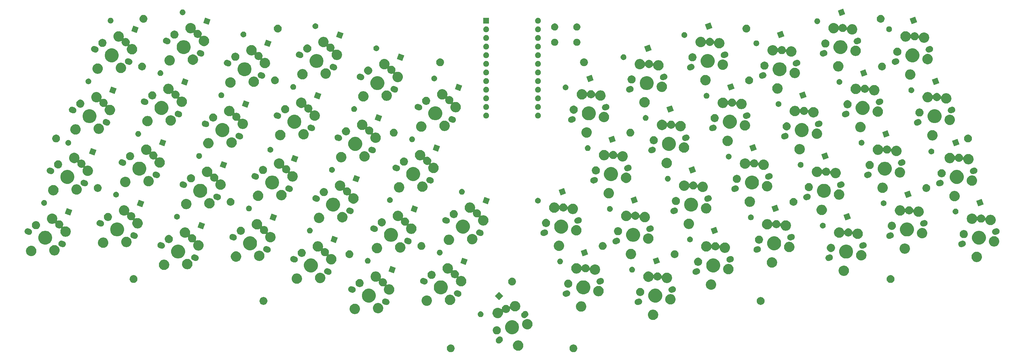
<source format=gbr>
G04 #@! TF.GenerationSoftware,KiCad,Pcbnew,(5.1.2)-1*
G04 #@! TF.CreationDate,2020-06-30T18:44:26+09:00*
G04 #@! TF.ProjectId,avion,6176696f-6e2e-46b6-9963-61645f706362,rev?*
G04 #@! TF.SameCoordinates,Original*
G04 #@! TF.FileFunction,Soldermask,Top*
G04 #@! TF.FilePolarity,Negative*
%FSLAX46Y46*%
G04 Gerber Fmt 4.6, Leading zero omitted, Abs format (unit mm)*
G04 Created by KiCad (PCBNEW (5.1.2)-1) date 2020-06-30 18:44:26*
%MOMM*%
%LPD*%
G04 APERTURE LIST*
%ADD10C,0.100000*%
G04 APERTURE END LIST*
D10*
G36*
X169999489Y-152315407D02*
G01*
X170110674Y-152337523D01*
X170258790Y-152398875D01*
X170309719Y-152419970D01*
X170320143Y-152424288D01*
X170508660Y-152550251D01*
X170668980Y-152710571D01*
X170794943Y-152899088D01*
X170881708Y-153108557D01*
X170925940Y-153330927D01*
X170925940Y-153557655D01*
X170881708Y-153780025D01*
X170794943Y-153989494D01*
X170668980Y-154178011D01*
X170508660Y-154338331D01*
X170320143Y-154464294D01*
X170110674Y-154551059D01*
X169999489Y-154573175D01*
X169888305Y-154595291D01*
X169661575Y-154595291D01*
X169550391Y-154573175D01*
X169439206Y-154551059D01*
X169229737Y-154464294D01*
X169041220Y-154338331D01*
X168880900Y-154178011D01*
X168754937Y-153989494D01*
X168668172Y-153780025D01*
X168623940Y-153557655D01*
X168623940Y-153330927D01*
X168668172Y-153108557D01*
X168754937Y-152899088D01*
X168880900Y-152710571D01*
X169041220Y-152550251D01*
X169229737Y-152424288D01*
X169240162Y-152419970D01*
X169291090Y-152398875D01*
X169439206Y-152337523D01*
X169550391Y-152315407D01*
X169661575Y-152293291D01*
X169888305Y-152293291D01*
X169999489Y-152315407D01*
X169999489Y-152315407D01*
G37*
G36*
X133940465Y-152311090D02*
G01*
X134051650Y-152333206D01*
X134261119Y-152419971D01*
X134449636Y-152545934D01*
X134609956Y-152706254D01*
X134735919Y-152894771D01*
X134822684Y-153104240D01*
X134866916Y-153326610D01*
X134866916Y-153553338D01*
X134822684Y-153775708D01*
X134735919Y-153985177D01*
X134609956Y-154173694D01*
X134449636Y-154334014D01*
X134261119Y-154459977D01*
X134261118Y-154459978D01*
X134261117Y-154459978D01*
X134199766Y-154485390D01*
X134051650Y-154546742D01*
X133940465Y-154568858D01*
X133829281Y-154590974D01*
X133602551Y-154590974D01*
X133491367Y-154568858D01*
X133380182Y-154546742D01*
X133232066Y-154485390D01*
X133170715Y-154459978D01*
X133170714Y-154459978D01*
X133170713Y-154459977D01*
X132982196Y-154334014D01*
X132821876Y-154173694D01*
X132695913Y-153985177D01*
X132609148Y-153775708D01*
X132564916Y-153553338D01*
X132564916Y-153326610D01*
X132609148Y-153104240D01*
X132695913Y-152894771D01*
X132821876Y-152706254D01*
X132982196Y-152545934D01*
X133170713Y-152419971D01*
X133380182Y-152333206D01*
X133491367Y-152311090D01*
X133602551Y-152288974D01*
X133829281Y-152288974D01*
X133940465Y-152311090D01*
X133940465Y-152311090D01*
G37*
G36*
X153835537Y-151125375D02*
G01*
X153982947Y-151154697D01*
X154260661Y-151269730D01*
X154510598Y-151436732D01*
X154723151Y-151649285D01*
X154890153Y-151899222D01*
X154942205Y-152024887D01*
X155005186Y-152176937D01*
X155063829Y-152471755D01*
X155063829Y-152772353D01*
X155039478Y-152894773D01*
X155005186Y-153067172D01*
X154890153Y-153344886D01*
X154723151Y-153594823D01*
X154510598Y-153807376D01*
X154260661Y-153974378D01*
X153982947Y-154089411D01*
X153835537Y-154118733D01*
X153688128Y-154148054D01*
X153387530Y-154148054D01*
X153240121Y-154118733D01*
X153092711Y-154089411D01*
X152814997Y-153974378D01*
X152565060Y-153807376D01*
X152352507Y-153594823D01*
X152185505Y-153344886D01*
X152070472Y-153067172D01*
X152036180Y-152894773D01*
X152011829Y-152772353D01*
X152011829Y-152471755D01*
X152070472Y-152176937D01*
X152133453Y-152024887D01*
X152185505Y-151899222D01*
X152352507Y-151649285D01*
X152565060Y-151436732D01*
X152814997Y-151269730D01*
X153092711Y-151154697D01*
X153240121Y-151125375D01*
X153387530Y-151096054D01*
X153688128Y-151096054D01*
X153835537Y-151125375D01*
X153835537Y-151125375D01*
G37*
G36*
X148325628Y-149941432D02*
G01*
X148412751Y-149958761D01*
X148522174Y-150004086D01*
X148576887Y-150026749D01*
X148723609Y-150124785D01*
X148724604Y-150125450D01*
X148850228Y-150251074D01*
X148850229Y-150251076D01*
X148850230Y-150251077D01*
X148948929Y-150398791D01*
X148971592Y-150453504D01*
X149016917Y-150562927D01*
X149051576Y-150737173D01*
X149051576Y-150914831D01*
X149016917Y-151089077D01*
X148989736Y-151154697D01*
X148948929Y-151253213D01*
X148860164Y-151386060D01*
X148850228Y-151400930D01*
X148724604Y-151526554D01*
X148691798Y-151548474D01*
X148642554Y-151581378D01*
X148623612Y-151596924D01*
X148608067Y-151615865D01*
X148585736Y-151649285D01*
X148553243Y-151697915D01*
X148427619Y-151823539D01*
X148427616Y-151823541D01*
X148279902Y-151922240D01*
X148225189Y-151944903D01*
X148115766Y-151990228D01*
X148028643Y-152007557D01*
X147941522Y-152024887D01*
X147763860Y-152024887D01*
X147676739Y-152007557D01*
X147589616Y-151990228D01*
X147480193Y-151944903D01*
X147425480Y-151922240D01*
X147277766Y-151823541D01*
X147277763Y-151823539D01*
X147152139Y-151697915D01*
X147119646Y-151649285D01*
X147053438Y-151550198D01*
X146991609Y-151400930D01*
X146985450Y-151386062D01*
X146968121Y-151298939D01*
X146950791Y-151211818D01*
X146950791Y-151034156D01*
X146985450Y-150859914D01*
X146985450Y-150859912D01*
X147053438Y-150695777D01*
X147053438Y-150695776D01*
X147152137Y-150548062D01*
X147152139Y-150548059D01*
X147277763Y-150422435D01*
X147313149Y-150398791D01*
X147359813Y-150367611D01*
X147378755Y-150352065D01*
X147394300Y-150333124D01*
X147427204Y-150283880D01*
X147449124Y-150251074D01*
X147574748Y-150125450D01*
X147575743Y-150124785D01*
X147722465Y-150026749D01*
X147777178Y-150004086D01*
X147886601Y-149958761D01*
X147973724Y-149941432D01*
X148060845Y-149924102D01*
X148238507Y-149924102D01*
X148325628Y-149941432D01*
X148325628Y-149941432D01*
G37*
G36*
X147599926Y-146983810D02*
G01*
X147780740Y-147058706D01*
X147817221Y-147073817D01*
X148012780Y-147204486D01*
X148179090Y-147370796D01*
X148279585Y-147521196D01*
X148309760Y-147566357D01*
X148399766Y-147783650D01*
X148445650Y-148014326D01*
X148445650Y-148249526D01*
X148399766Y-148480202D01*
X148374443Y-148541336D01*
X148309759Y-148697497D01*
X148179090Y-148893056D01*
X148012780Y-149059366D01*
X147817221Y-149190035D01*
X147817220Y-149190036D01*
X147817219Y-149190036D01*
X147599926Y-149280042D01*
X147369250Y-149325926D01*
X147134050Y-149325926D01*
X146903374Y-149280042D01*
X146686081Y-149190036D01*
X146686080Y-149190036D01*
X146686079Y-149190035D01*
X146490520Y-149059366D01*
X146324210Y-148893056D01*
X146193541Y-148697497D01*
X146128857Y-148541336D01*
X146103534Y-148480202D01*
X146057650Y-148249526D01*
X146057650Y-148014326D01*
X146103534Y-147783650D01*
X146193540Y-147566357D01*
X146223716Y-147521196D01*
X146324210Y-147370796D01*
X146490520Y-147204486D01*
X146686079Y-147073817D01*
X146722560Y-147058706D01*
X146903374Y-146983810D01*
X147134050Y-146937926D01*
X147369250Y-146937926D01*
X147599926Y-146983810D01*
X147599926Y-146983810D01*
G37*
G36*
X152340032Y-145261718D02*
G01*
X152713289Y-145416326D01*
X152713291Y-145416327D01*
X153007695Y-145613042D01*
X153049214Y-145640784D01*
X153334894Y-145926464D01*
X153559352Y-146262389D01*
X153713960Y-146635646D01*
X153792778Y-147031893D01*
X153792778Y-147435907D01*
X153713960Y-147832154D01*
X153559352Y-148205411D01*
X153559351Y-148205413D01*
X153334894Y-148541336D01*
X153049214Y-148827016D01*
X152713291Y-149051473D01*
X152713290Y-149051474D01*
X152713289Y-149051474D01*
X152340032Y-149206082D01*
X151943785Y-149284900D01*
X151539771Y-149284900D01*
X151143524Y-149206082D01*
X150770267Y-149051474D01*
X150770266Y-149051474D01*
X150770265Y-149051473D01*
X150434342Y-148827016D01*
X150148662Y-148541336D01*
X149924205Y-148205413D01*
X149924204Y-148205411D01*
X149769596Y-147832154D01*
X149690778Y-147435907D01*
X149690778Y-147031893D01*
X149769596Y-146635646D01*
X149924204Y-146262389D01*
X150148662Y-145926464D01*
X150434342Y-145640784D01*
X150475861Y-145613042D01*
X150770265Y-145416327D01*
X150770267Y-145416326D01*
X151143524Y-145261718D01*
X151539771Y-145182900D01*
X151943785Y-145182900D01*
X152340032Y-145261718D01*
X152340032Y-145261718D01*
G37*
G36*
X156529614Y-144839195D02*
G01*
X156677024Y-144868517D01*
X156954738Y-144983550D01*
X157204675Y-145150552D01*
X157417228Y-145363105D01*
X157584230Y-145613042D01*
X157699263Y-145890756D01*
X157757906Y-146185576D01*
X157757906Y-146486172D01*
X157699263Y-146780992D01*
X157584230Y-147058706D01*
X157417228Y-147308643D01*
X157204675Y-147521196D01*
X156954738Y-147688198D01*
X156677024Y-147803231D01*
X156531617Y-147832154D01*
X156382205Y-147861874D01*
X156081607Y-147861874D01*
X155932195Y-147832154D01*
X155786788Y-147803231D01*
X155509074Y-147688198D01*
X155259137Y-147521196D01*
X155046584Y-147308643D01*
X154879582Y-147058706D01*
X154764549Y-146780992D01*
X154705906Y-146486172D01*
X154705906Y-146185576D01*
X154764549Y-145890756D01*
X154879582Y-145613042D01*
X155046584Y-145363105D01*
X155259137Y-145150552D01*
X155509074Y-144983550D01*
X155786788Y-144868517D01*
X155934198Y-144839195D01*
X156081607Y-144809874D01*
X156382205Y-144809874D01*
X156529614Y-144839195D01*
X156529614Y-144839195D01*
G37*
G36*
X193506468Y-142066893D02*
G01*
X193653878Y-142096215D01*
X193931592Y-142211248D01*
X194181529Y-142378250D01*
X194394082Y-142590803D01*
X194561084Y-142840740D01*
X194676117Y-143118454D01*
X194676117Y-143118455D01*
X194734760Y-143413273D01*
X194734760Y-143713871D01*
X194727684Y-143749445D01*
X194676117Y-144008690D01*
X194561084Y-144286404D01*
X194394082Y-144536341D01*
X194181529Y-144748894D01*
X193931592Y-144915896D01*
X193653878Y-145030929D01*
X193506468Y-145060251D01*
X193359059Y-145089572D01*
X193058461Y-145089572D01*
X192911052Y-145060251D01*
X192763642Y-145030929D01*
X192485928Y-144915896D01*
X192235991Y-144748894D01*
X192023438Y-144536341D01*
X191856436Y-144286404D01*
X191741403Y-144008690D01*
X191689836Y-143749445D01*
X191682760Y-143713871D01*
X191682760Y-143413273D01*
X191741403Y-143118455D01*
X191741403Y-143118454D01*
X191856436Y-142840740D01*
X192023438Y-142590803D01*
X192235991Y-142378250D01*
X192485928Y-142211248D01*
X192763642Y-142096215D01*
X192911052Y-142066893D01*
X193058461Y-142037572D01*
X193359059Y-142037572D01*
X193506468Y-142066893D01*
X193506468Y-142066893D01*
G37*
G36*
X152847373Y-139534921D02*
G01*
X153070779Y-139579359D01*
X153348493Y-139694392D01*
X153598430Y-139861394D01*
X153810983Y-140073947D01*
X153977985Y-140323884D01*
X154093018Y-140601598D01*
X154112571Y-140699896D01*
X154151661Y-140896417D01*
X154151661Y-141197015D01*
X154135396Y-141278783D01*
X154093018Y-141491834D01*
X153977985Y-141769548D01*
X153810983Y-142019485D01*
X153598430Y-142232038D01*
X153348493Y-142399040D01*
X153070779Y-142514073D01*
X152923369Y-142543394D01*
X152775960Y-142572716D01*
X152475362Y-142572716D01*
X152327953Y-142543394D01*
X152180543Y-142514073D01*
X151902829Y-142399040D01*
X151652892Y-142232038D01*
X151440339Y-142019485D01*
X151367731Y-141910819D01*
X151352195Y-141891888D01*
X151333253Y-141876343D01*
X151311642Y-141864792D01*
X151288193Y-141857679D01*
X151263807Y-141855277D01*
X151239421Y-141857679D01*
X151215972Y-141864792D01*
X151194361Y-141876343D01*
X151175419Y-141891888D01*
X151159874Y-141910830D01*
X151148323Y-141932441D01*
X151141210Y-141955890D01*
X151093843Y-142194022D01*
X151008921Y-142399040D01*
X151003836Y-142411317D01*
X150873167Y-142606876D01*
X150706857Y-142773186D01*
X150511298Y-142903855D01*
X150511297Y-142903856D01*
X150511296Y-142903856D01*
X150294003Y-142993862D01*
X150063327Y-143039746D01*
X149828127Y-143039746D01*
X149597451Y-142993862D01*
X149380158Y-142903856D01*
X149380157Y-142903856D01*
X149380156Y-142903855D01*
X149306552Y-142854674D01*
X149254938Y-142820187D01*
X149233327Y-142808636D01*
X149209878Y-142801523D01*
X149185492Y-142799121D01*
X149161106Y-142801523D01*
X149137657Y-142808636D01*
X149116046Y-142820187D01*
X149097104Y-142835732D01*
X149081559Y-142854674D01*
X149070008Y-142876285D01*
X149062895Y-142899734D01*
X149060493Y-142924120D01*
X149060493Y-143176913D01*
X149001850Y-143471733D01*
X148886817Y-143749447D01*
X148719815Y-143999384D01*
X148507262Y-144211937D01*
X148257325Y-144378939D01*
X147979611Y-144493972D01*
X147832201Y-144523293D01*
X147684792Y-144552615D01*
X147384194Y-144552615D01*
X147236785Y-144523293D01*
X147089375Y-144493972D01*
X146811661Y-144378939D01*
X146561724Y-144211937D01*
X146349171Y-143999384D01*
X146182169Y-143749447D01*
X146067136Y-143471733D01*
X146008493Y-143176913D01*
X146008493Y-142876317D01*
X146015211Y-142842545D01*
X146037814Y-142728907D01*
X146067136Y-142581497D01*
X146182169Y-142303783D01*
X146349171Y-142053846D01*
X146561724Y-141841293D01*
X146811661Y-141674291D01*
X147089375Y-141559258D01*
X147236785Y-141529937D01*
X147384194Y-141500615D01*
X147684792Y-141500615D01*
X147832201Y-141529937D01*
X147979611Y-141559258D01*
X148257325Y-141674291D01*
X148507262Y-141841293D01*
X148538357Y-141872388D01*
X148557282Y-141887919D01*
X148578893Y-141899470D01*
X148602342Y-141906583D01*
X148626728Y-141908985D01*
X148651114Y-141906583D01*
X148674563Y-141899470D01*
X148696174Y-141887919D01*
X148715116Y-141872374D01*
X148730661Y-141853432D01*
X148742212Y-141831821D01*
X148749325Y-141808372D01*
X148751727Y-141783986D01*
X148751727Y-141728146D01*
X148797611Y-141497470D01*
X148887617Y-141280177D01*
X148989964Y-141127005D01*
X149018287Y-141084616D01*
X149184597Y-140918306D01*
X149380156Y-140787637D01*
X149380158Y-140787636D01*
X149597451Y-140697630D01*
X149828127Y-140651746D01*
X150063327Y-140651746D01*
X150294003Y-140697630D01*
X150511296Y-140787636D01*
X150511298Y-140787637D01*
X150603168Y-140849023D01*
X150706857Y-140918306D01*
X150876273Y-141087722D01*
X150886275Y-141099909D01*
X150905217Y-141115454D01*
X150926827Y-141127005D01*
X150950276Y-141134118D01*
X150974663Y-141136520D01*
X150999049Y-141134118D01*
X151022498Y-141127005D01*
X151044108Y-141115454D01*
X151063050Y-141099908D01*
X151078595Y-141080966D01*
X151090146Y-141059356D01*
X151097259Y-141035907D01*
X151099661Y-141011521D01*
X151099661Y-140896417D01*
X151138751Y-140699896D01*
X151158304Y-140601598D01*
X151273337Y-140323884D01*
X151440339Y-140073947D01*
X151652892Y-139861394D01*
X151902829Y-139694392D01*
X152180543Y-139579359D01*
X152403949Y-139534921D01*
X152475362Y-139520716D01*
X152775960Y-139520716D01*
X152847373Y-139534921D01*
X152847373Y-139534921D01*
G37*
G36*
X155806817Y-142460243D02*
G01*
X155893940Y-142477572D01*
X156003363Y-142522897D01*
X156058076Y-142545560D01*
X156204798Y-142643596D01*
X156205793Y-142644261D01*
X156331417Y-142769885D01*
X156331418Y-142769887D01*
X156331419Y-142769888D01*
X156430118Y-142917602D01*
X156447317Y-142959125D01*
X156498106Y-143081738D01*
X156498106Y-143081740D01*
X156532765Y-143255982D01*
X156532765Y-143433644D01*
X156515435Y-143520765D01*
X156498106Y-143607888D01*
X156454206Y-143713870D01*
X156430118Y-143772024D01*
X156359396Y-143877867D01*
X156331417Y-143919741D01*
X156205793Y-144045365D01*
X156172987Y-144067285D01*
X156123743Y-144100189D01*
X156104801Y-144115735D01*
X156089256Y-144134676D01*
X156056352Y-144183920D01*
X156034432Y-144216726D01*
X155908808Y-144342350D01*
X155908805Y-144342352D01*
X155761091Y-144441051D01*
X155706378Y-144463714D01*
X155596955Y-144509039D01*
X155509832Y-144526368D01*
X155422711Y-144543698D01*
X155245049Y-144543698D01*
X155157928Y-144526368D01*
X155070805Y-144509039D01*
X154961382Y-144463714D01*
X154906669Y-144441051D01*
X154758955Y-144342352D01*
X154758952Y-144342350D01*
X154633328Y-144216726D01*
X154617350Y-144192813D01*
X154534627Y-144069009D01*
X154472798Y-143919741D01*
X154466639Y-143904873D01*
X154431980Y-143730627D01*
X154431980Y-143552969D01*
X154448139Y-143471733D01*
X154466639Y-143378725D01*
X154466639Y-143378723D01*
X154525772Y-143235966D01*
X154534627Y-143214587D01*
X154633326Y-143066873D01*
X154633328Y-143066870D01*
X154758952Y-142941246D01*
X154794338Y-142917602D01*
X154841002Y-142886422D01*
X154859944Y-142870876D01*
X154875489Y-142851935D01*
X154910778Y-142799121D01*
X154930313Y-142769885D01*
X155055937Y-142644261D01*
X155056932Y-142643596D01*
X155203654Y-142545560D01*
X155258367Y-142522897D01*
X155367790Y-142477572D01*
X155454913Y-142460243D01*
X155542034Y-142442913D01*
X155719696Y-142442913D01*
X155806817Y-142460243D01*
X155806817Y-142460243D01*
G37*
G36*
X142659334Y-142564102D02*
G01*
X142819753Y-142612765D01*
X142952417Y-142683675D01*
X142967589Y-142691785D01*
X143097170Y-142798130D01*
X143203515Y-142927711D01*
X143203516Y-142927713D01*
X143282535Y-143075547D01*
X143331198Y-143235966D01*
X143347628Y-143402789D01*
X143331198Y-143569612D01*
X143282535Y-143730031D01*
X143260089Y-143772024D01*
X143203515Y-143877867D01*
X143097170Y-144007448D01*
X142967589Y-144113793D01*
X142967587Y-144113794D01*
X142819753Y-144192813D01*
X142659334Y-144241476D01*
X142534315Y-144253789D01*
X142450707Y-144253789D01*
X142325688Y-144241476D01*
X142165269Y-144192813D01*
X142017435Y-144113794D01*
X142017433Y-144113793D01*
X141887852Y-144007448D01*
X141781507Y-143877867D01*
X141724933Y-143772024D01*
X141702487Y-143730031D01*
X141653824Y-143569612D01*
X141637394Y-143402789D01*
X141653824Y-143235966D01*
X141702487Y-143075547D01*
X141781506Y-142927713D01*
X141781507Y-142927711D01*
X141887852Y-142798130D01*
X142017433Y-142691785D01*
X142032605Y-142683675D01*
X142165269Y-142612765D01*
X142325688Y-142564102D01*
X142450707Y-142551789D01*
X142534315Y-142551789D01*
X142659334Y-142564102D01*
X142659334Y-142564102D01*
G37*
G36*
X105799979Y-140323884D02*
G01*
X105953570Y-140354435D01*
X106231284Y-140469468D01*
X106481221Y-140636470D01*
X106693774Y-140849023D01*
X106860776Y-141098960D01*
X106975809Y-141376674D01*
X106975809Y-141376675D01*
X107034452Y-141671493D01*
X107034452Y-141972091D01*
X107009762Y-142096215D01*
X106975809Y-142266910D01*
X106860776Y-142544624D01*
X106693774Y-142794561D01*
X106481221Y-143007114D01*
X106231284Y-143174116D01*
X105953570Y-143289149D01*
X105806160Y-143318470D01*
X105658751Y-143347792D01*
X105358153Y-143347792D01*
X105210744Y-143318470D01*
X105063334Y-143289149D01*
X104785620Y-143174116D01*
X104535683Y-143007114D01*
X104323130Y-142794561D01*
X104156128Y-142544624D01*
X104041095Y-142266910D01*
X104007142Y-142096215D01*
X103982452Y-141972091D01*
X103982452Y-141671493D01*
X104041095Y-141376675D01*
X104041095Y-141376674D01*
X104156128Y-141098960D01*
X104323130Y-140849023D01*
X104535683Y-140636470D01*
X104785620Y-140469468D01*
X105063334Y-140354435D01*
X105216925Y-140323884D01*
X105358153Y-140295792D01*
X105658751Y-140295792D01*
X105799979Y-140323884D01*
X105799979Y-140323884D01*
G37*
G36*
X112638961Y-140109530D02*
G01*
X112789350Y-140139444D01*
X113067064Y-140254477D01*
X113317001Y-140421479D01*
X113529554Y-140634032D01*
X113696556Y-140883969D01*
X113811589Y-141161683D01*
X113870232Y-141456503D01*
X113870232Y-141757099D01*
X113811589Y-142051919D01*
X113696556Y-142329633D01*
X113529554Y-142579570D01*
X113317001Y-142792123D01*
X113067064Y-142959125D01*
X112789350Y-143074158D01*
X112751232Y-143081740D01*
X112494531Y-143132801D01*
X112193933Y-143132801D01*
X111937232Y-143081740D01*
X111899114Y-143074158D01*
X111621400Y-142959125D01*
X111371463Y-142792123D01*
X111158910Y-142579570D01*
X110991908Y-142329633D01*
X110876875Y-142051919D01*
X110818232Y-141757099D01*
X110818232Y-141456503D01*
X110876875Y-141161683D01*
X110991908Y-140883969D01*
X111158910Y-140634032D01*
X111371463Y-140421479D01*
X111621400Y-140254477D01*
X111899114Y-140139444D01*
X112049503Y-140109530D01*
X112193933Y-140080801D01*
X112494531Y-140080801D01*
X112638961Y-140109530D01*
X112638961Y-140109530D01*
G37*
G36*
X172272279Y-139616826D02*
G01*
X172494996Y-139661127D01*
X172772710Y-139776160D01*
X173022647Y-139943162D01*
X173235200Y-140155715D01*
X173402202Y-140405652D01*
X173517235Y-140683366D01*
X173517235Y-140683367D01*
X173559614Y-140896418D01*
X173575878Y-140978186D01*
X173575878Y-141278782D01*
X173517235Y-141573602D01*
X173402202Y-141851316D01*
X173235200Y-142101253D01*
X173022647Y-142313806D01*
X172772710Y-142480808D01*
X172494996Y-142595841D01*
X172347586Y-142625163D01*
X172200177Y-142654484D01*
X171899579Y-142654484D01*
X171752170Y-142625163D01*
X171604760Y-142595841D01*
X171327046Y-142480808D01*
X171077109Y-142313806D01*
X170864556Y-142101253D01*
X170697554Y-141851316D01*
X170582521Y-141573602D01*
X170523878Y-141278782D01*
X170523878Y-140978186D01*
X170540143Y-140896418D01*
X170582521Y-140683367D01*
X170582521Y-140683366D01*
X170697554Y-140405652D01*
X170864556Y-140155715D01*
X171077109Y-139943162D01*
X171327046Y-139776160D01*
X171604760Y-139661127D01*
X171827477Y-139616826D01*
X171899579Y-139602484D01*
X172200177Y-139602484D01*
X172272279Y-139616826D01*
X172272279Y-139616826D01*
G37*
G36*
X126965043Y-137890021D02*
G01*
X127112453Y-137919343D01*
X127390167Y-138034376D01*
X127640104Y-138201378D01*
X127852657Y-138413931D01*
X128019659Y-138663868D01*
X128134692Y-138941582D01*
X128137980Y-138958112D01*
X128193335Y-139236401D01*
X128193335Y-139536999D01*
X128180309Y-139602484D01*
X128134692Y-139831818D01*
X128019659Y-140109532D01*
X127852657Y-140359469D01*
X127640104Y-140572022D01*
X127390167Y-140739024D01*
X127112453Y-140854057D01*
X126965043Y-140883379D01*
X126817634Y-140912700D01*
X126517036Y-140912700D01*
X126369627Y-140883379D01*
X126222217Y-140854057D01*
X125944503Y-140739024D01*
X125694566Y-140572022D01*
X125482013Y-140359469D01*
X125315011Y-140109532D01*
X125199978Y-139831818D01*
X125154361Y-139602484D01*
X125141335Y-139536999D01*
X125141335Y-139236401D01*
X125196690Y-138958112D01*
X125199978Y-138941582D01*
X125315011Y-138663868D01*
X125482013Y-138413931D01*
X125694566Y-138201378D01*
X125944503Y-138034376D01*
X126222217Y-137919343D01*
X126369627Y-137890021D01*
X126517036Y-137860700D01*
X126817634Y-137860700D01*
X126965043Y-137890021D01*
X126965043Y-137890021D01*
G37*
G36*
X189260430Y-138774094D02*
G01*
X189347553Y-138791423D01*
X189456976Y-138836748D01*
X189511689Y-138859411D01*
X189652942Y-138953793D01*
X189659406Y-138958112D01*
X189785030Y-139083736D01*
X189785032Y-139083739D01*
X189883731Y-139231453D01*
X189885781Y-139236402D01*
X189951719Y-139395589D01*
X189951719Y-139395591D01*
X189986378Y-139569833D01*
X189986378Y-139747495D01*
X189972594Y-139816790D01*
X189951719Y-139921739D01*
X189932604Y-139967885D01*
X189883731Y-140085875D01*
X189787749Y-140229523D01*
X189785030Y-140233592D01*
X189659406Y-140359216D01*
X189659403Y-140359218D01*
X189511689Y-140457917D01*
X189456976Y-140480580D01*
X189347553Y-140525905D01*
X189231830Y-140548923D01*
X189204920Y-140554276D01*
X189181471Y-140561389D01*
X189159861Y-140572940D01*
X189117019Y-140601566D01*
X189062306Y-140624229D01*
X188952883Y-140669554D01*
X188883444Y-140683366D01*
X188778639Y-140704213D01*
X188600977Y-140704213D01*
X188496172Y-140683366D01*
X188426733Y-140669554D01*
X188317310Y-140624229D01*
X188262597Y-140601566D01*
X188114883Y-140502867D01*
X188114880Y-140502865D01*
X187989256Y-140377241D01*
X187987823Y-140375096D01*
X187890555Y-140229524D01*
X187855327Y-140144476D01*
X187822567Y-140065388D01*
X187805124Y-139977692D01*
X187787908Y-139891144D01*
X187787908Y-139713482D01*
X187816481Y-139569835D01*
X187822567Y-139539238D01*
X187882069Y-139395589D01*
X187890555Y-139375102D01*
X187989254Y-139227388D01*
X187989256Y-139227385D01*
X188114880Y-139101761D01*
X188141852Y-139083739D01*
X188262597Y-139003060D01*
X188317310Y-138980397D01*
X188426733Y-138935072D01*
X188569365Y-138906701D01*
X188592815Y-138899588D01*
X188614425Y-138888037D01*
X188657267Y-138859411D01*
X188711980Y-138836748D01*
X188821403Y-138791423D01*
X188908526Y-138774094D01*
X188995647Y-138756764D01*
X189173309Y-138756764D01*
X189260430Y-138774094D01*
X189260430Y-138774094D01*
G37*
G36*
X114582325Y-138769776D02*
G01*
X114669448Y-138787106D01*
X114778871Y-138832431D01*
X114833584Y-138855094D01*
X114876426Y-138883720D01*
X114898036Y-138895271D01*
X114921486Y-138902384D01*
X115064118Y-138930755D01*
X115173541Y-138976080D01*
X115228254Y-138998743D01*
X115348999Y-139079422D01*
X115375971Y-139097444D01*
X115501595Y-139223068D01*
X115501597Y-139223071D01*
X115600296Y-139370785D01*
X115608782Y-139391272D01*
X115668284Y-139534921D01*
X115681723Y-139602484D01*
X115702943Y-139709165D01*
X115702943Y-139886827D01*
X115685961Y-139972202D01*
X115668284Y-140061071D01*
X115629080Y-140155717D01*
X115600296Y-140225207D01*
X115512215Y-140357030D01*
X115501595Y-140372924D01*
X115375971Y-140498548D01*
X115375968Y-140498550D01*
X115228254Y-140597249D01*
X115173541Y-140619912D01*
X115064118Y-140665237D01*
X114976995Y-140682567D01*
X114889874Y-140699896D01*
X114712212Y-140699896D01*
X114625091Y-140682567D01*
X114537968Y-140665237D01*
X114428545Y-140619912D01*
X114373832Y-140597249D01*
X114330990Y-140568623D01*
X114309380Y-140557072D01*
X114285931Y-140549959D01*
X114259021Y-140544606D01*
X114143298Y-140521588D01*
X114033875Y-140476263D01*
X113979162Y-140453600D01*
X113831448Y-140354901D01*
X113831445Y-140354899D01*
X113705821Y-140229275D01*
X113696133Y-140214776D01*
X113607120Y-140081558D01*
X113560035Y-139967885D01*
X113539132Y-139917422D01*
X113505332Y-139747495D01*
X113504473Y-139743178D01*
X113504473Y-139565516D01*
X113538273Y-139395591D01*
X113539132Y-139391272D01*
X113603282Y-139236402D01*
X113607120Y-139227136D01*
X113705819Y-139079422D01*
X113705821Y-139079419D01*
X113831445Y-138953795D01*
X113865927Y-138930755D01*
X113979162Y-138855094D01*
X114033875Y-138832431D01*
X114143298Y-138787106D01*
X114230421Y-138769776D01*
X114317542Y-138752447D01*
X114495204Y-138752447D01*
X114582325Y-138769776D01*
X114582325Y-138769776D01*
G37*
G36*
X133688062Y-137652601D02*
G01*
X133948233Y-137704352D01*
X134225947Y-137819385D01*
X134475884Y-137986387D01*
X134688437Y-138198940D01*
X134855439Y-138448877D01*
X134970472Y-138726591D01*
X134975457Y-138751652D01*
X135029115Y-139021410D01*
X135029115Y-139322008D01*
X135015337Y-139391274D01*
X134970472Y-139616827D01*
X134855439Y-139894541D01*
X134688437Y-140144478D01*
X134475884Y-140357031D01*
X134225947Y-140524033D01*
X133948233Y-140639066D01*
X133816662Y-140665237D01*
X133653414Y-140697709D01*
X133352816Y-140697709D01*
X133189568Y-140665237D01*
X133057997Y-140639066D01*
X132780283Y-140524033D01*
X132530346Y-140357031D01*
X132317793Y-140144478D01*
X132150791Y-139894541D01*
X132035758Y-139616827D01*
X131990893Y-139391274D01*
X131977115Y-139322008D01*
X131977115Y-139021410D01*
X132030773Y-138751652D01*
X132035758Y-138726591D01*
X132150791Y-138448877D01*
X132317793Y-138198940D01*
X132530346Y-137986387D01*
X132780283Y-137819385D01*
X133057997Y-137704352D01*
X133318168Y-137652601D01*
X133352816Y-137645709D01*
X133653414Y-137645709D01*
X133688062Y-137652601D01*
X133688062Y-137652601D01*
G37*
G36*
X225060861Y-138356488D02*
G01*
X225172046Y-138378604D01*
X225320162Y-138439956D01*
X225371096Y-138461053D01*
X225381515Y-138465369D01*
X225570032Y-138591332D01*
X225730352Y-138751652D01*
X225852909Y-138935072D01*
X225856316Y-138940171D01*
X225863747Y-138958112D01*
X225941293Y-139145323D01*
X225943080Y-139149639D01*
X225987312Y-139372007D01*
X225987312Y-139598737D01*
X225974902Y-139661127D01*
X225943080Y-139821106D01*
X225856315Y-140030575D01*
X225730352Y-140219092D01*
X225570032Y-140379412D01*
X225381515Y-140505375D01*
X225381514Y-140505376D01*
X225381513Y-140505376D01*
X225336471Y-140524033D01*
X225172046Y-140592140D01*
X225124658Y-140601566D01*
X224949677Y-140636372D01*
X224722947Y-140636372D01*
X224547966Y-140601566D01*
X224500578Y-140592140D01*
X224336153Y-140524033D01*
X224291111Y-140505376D01*
X224291110Y-140505376D01*
X224291109Y-140505375D01*
X224102592Y-140379412D01*
X223942272Y-140219092D01*
X223816309Y-140030575D01*
X223729544Y-139821106D01*
X223697722Y-139661127D01*
X223685312Y-139598737D01*
X223685312Y-139372007D01*
X223729544Y-139149639D01*
X223731332Y-139145323D01*
X223808877Y-138958112D01*
X223816308Y-138940171D01*
X223819715Y-138935072D01*
X223942272Y-138751652D01*
X224102592Y-138591332D01*
X224291109Y-138465369D01*
X224301529Y-138461053D01*
X224352462Y-138439956D01*
X224500578Y-138378604D01*
X224611763Y-138356488D01*
X224722947Y-138334372D01*
X224949677Y-138334372D01*
X225060861Y-138356488D01*
X225060861Y-138356488D01*
G37*
G36*
X78879090Y-138352172D02*
G01*
X78990275Y-138374288D01*
X79085986Y-138413933D01*
X79170354Y-138448879D01*
X79199744Y-138461053D01*
X79388261Y-138587016D01*
X79548581Y-138747336D01*
X79674022Y-138935072D01*
X79674545Y-138935855D01*
X79681975Y-138953793D01*
X79761309Y-139145322D01*
X79778441Y-139231453D01*
X79805541Y-139367691D01*
X79805541Y-139594421D01*
X79804682Y-139598737D01*
X79761309Y-139816790D01*
X79674544Y-140026259D01*
X79548581Y-140214776D01*
X79388261Y-140375096D01*
X79199744Y-140501059D01*
X79199743Y-140501060D01*
X79199742Y-140501060D01*
X79189322Y-140505376D01*
X78990275Y-140587824D01*
X78942892Y-140597249D01*
X78767906Y-140632056D01*
X78541176Y-140632056D01*
X78366190Y-140597249D01*
X78318807Y-140587824D01*
X78119760Y-140505376D01*
X78109340Y-140501060D01*
X78109339Y-140501060D01*
X78109338Y-140501059D01*
X77920821Y-140375096D01*
X77760501Y-140214776D01*
X77634538Y-140026259D01*
X77547773Y-139816790D01*
X77504400Y-139598737D01*
X77503541Y-139594421D01*
X77503541Y-139367691D01*
X77530641Y-139231453D01*
X77547773Y-139145322D01*
X77627107Y-138953793D01*
X77634537Y-138935855D01*
X77635060Y-138935072D01*
X77760501Y-138747336D01*
X77920821Y-138587016D01*
X78109338Y-138461053D01*
X78138729Y-138448879D01*
X78223096Y-138413933D01*
X78318807Y-138374288D01*
X78429992Y-138352172D01*
X78541176Y-138330056D01*
X78767906Y-138330056D01*
X78879090Y-138352172D01*
X78879090Y-138352172D01*
G37*
G36*
X198604785Y-137508247D02*
G01*
X198752195Y-137537568D01*
X199029909Y-137652601D01*
X199279846Y-137819603D01*
X199492399Y-138032156D01*
X199659401Y-138282093D01*
X199755932Y-138515140D01*
X199774434Y-138559808D01*
X199833077Y-138854626D01*
X199833077Y-139155224D01*
X199818723Y-139227385D01*
X199774434Y-139450043D01*
X199659401Y-139727757D01*
X199492399Y-139977694D01*
X199279846Y-140190247D01*
X199029909Y-140357249D01*
X198752195Y-140472282D01*
X198620146Y-140498548D01*
X198457376Y-140530925D01*
X198156778Y-140530925D01*
X197994008Y-140498548D01*
X197861959Y-140472282D01*
X197584245Y-140357249D01*
X197334308Y-140190247D01*
X197121755Y-139977694D01*
X196954753Y-139727757D01*
X196839720Y-139450043D01*
X196795431Y-139227385D01*
X196781077Y-139155224D01*
X196781077Y-138854626D01*
X196839720Y-138559808D01*
X196858222Y-138515140D01*
X196954753Y-138282093D01*
X197121755Y-138032156D01*
X197334308Y-137819603D01*
X197584245Y-137652601D01*
X197861959Y-137537568D01*
X198009369Y-137508247D01*
X198156778Y-137478925D01*
X198457376Y-137478925D01*
X198604785Y-137508247D01*
X198604785Y-137508247D01*
G37*
G36*
X194456371Y-135949020D02*
G01*
X194819208Y-136099312D01*
X194829630Y-136103629D01*
X195165553Y-136328086D01*
X195451233Y-136613766D01*
X195672807Y-136945374D01*
X195675691Y-136949691D01*
X195830299Y-137322948D01*
X195909117Y-137719195D01*
X195909117Y-138123209D01*
X195830299Y-138519456D01*
X195691467Y-138854626D01*
X195675690Y-138892715D01*
X195451233Y-139228638D01*
X195165553Y-139514318D01*
X194829630Y-139738775D01*
X194829629Y-139738776D01*
X194829628Y-139738776D01*
X194456371Y-139893384D01*
X194060124Y-139972202D01*
X193656110Y-139972202D01*
X193259863Y-139893384D01*
X192886606Y-139738776D01*
X192886605Y-139738776D01*
X192886604Y-139738775D01*
X192550681Y-139514318D01*
X192265001Y-139228638D01*
X192040544Y-138892715D01*
X192024767Y-138854626D01*
X191885935Y-138519456D01*
X191807117Y-138123209D01*
X191807117Y-137719195D01*
X191885935Y-137322948D01*
X192040543Y-136949691D01*
X192043428Y-136945374D01*
X192265001Y-136613766D01*
X192550681Y-136328086D01*
X192886604Y-136103629D01*
X192897026Y-136099312D01*
X193259863Y-135949020D01*
X193656110Y-135870202D01*
X194060124Y-135870202D01*
X194456371Y-135949020D01*
X194456371Y-135949020D01*
G37*
G36*
X110230988Y-135944703D02*
G01*
X110593622Y-136094911D01*
X110604247Y-136099312D01*
X110940170Y-136323769D01*
X111225850Y-136609449D01*
X111446728Y-136940015D01*
X111450308Y-136945374D01*
X111604916Y-137318631D01*
X111683734Y-137714878D01*
X111683734Y-138118892D01*
X111604916Y-138515139D01*
X111464102Y-138855094D01*
X111450307Y-138888398D01*
X111225850Y-139224321D01*
X110940170Y-139510001D01*
X110604247Y-139734458D01*
X110604246Y-139734459D01*
X110604245Y-139734459D01*
X110230988Y-139889067D01*
X109834741Y-139967885D01*
X109430727Y-139967885D01*
X109034480Y-139889067D01*
X108661223Y-139734459D01*
X108661222Y-139734459D01*
X108661221Y-139734458D01*
X108325298Y-139510001D01*
X108039618Y-139224321D01*
X107815161Y-138888398D01*
X107801366Y-138855094D01*
X107660552Y-138515139D01*
X107581734Y-138118892D01*
X107581734Y-137714878D01*
X107660552Y-137318631D01*
X107815160Y-136945374D01*
X107818741Y-136940015D01*
X108039618Y-136609449D01*
X108325298Y-136323769D01*
X108661221Y-136099312D01*
X108671846Y-136094911D01*
X109034480Y-135944703D01*
X109430727Y-135865885D01*
X109834741Y-135865885D01*
X110230988Y-135944703D01*
X110230988Y-135944703D01*
G37*
G36*
X149084161Y-138014635D02*
G01*
X147880665Y-139218131D01*
X146677169Y-138014635D01*
X147880665Y-136811139D01*
X149084161Y-138014635D01*
X149084161Y-138014635D01*
G37*
G36*
X168101548Y-136339006D02*
G01*
X168188671Y-136356335D01*
X168298094Y-136401660D01*
X168352807Y-136424323D01*
X168449907Y-136489203D01*
X168500524Y-136523024D01*
X168626148Y-136648648D01*
X168626150Y-136648651D01*
X168724849Y-136796365D01*
X168730969Y-136811140D01*
X168792837Y-136960501D01*
X168792837Y-136960503D01*
X168821411Y-137104152D01*
X168827496Y-137134747D01*
X168827496Y-137312405D01*
X168792837Y-137486651D01*
X168773724Y-137532793D01*
X168724849Y-137650787D01*
X168655111Y-137755158D01*
X168626148Y-137798504D01*
X168500524Y-137924128D01*
X168500521Y-137924130D01*
X168352807Y-138022829D01*
X168298094Y-138045492D01*
X168188671Y-138090817D01*
X168072948Y-138113835D01*
X168046038Y-138119188D01*
X168022589Y-138126301D01*
X168000979Y-138137852D01*
X167958137Y-138166478D01*
X167903424Y-138189141D01*
X167794001Y-138234466D01*
X167706878Y-138251796D01*
X167619757Y-138269125D01*
X167442095Y-138269125D01*
X167354974Y-138251796D01*
X167267851Y-138234466D01*
X167158428Y-138189141D01*
X167103715Y-138166478D01*
X166956001Y-138067779D01*
X166955998Y-138067777D01*
X166830374Y-137942153D01*
X166827485Y-137937829D01*
X166731673Y-137794436D01*
X166700507Y-137719195D01*
X166663685Y-137630300D01*
X166645240Y-137537568D01*
X166629026Y-137456056D01*
X166629026Y-137278394D01*
X166657599Y-137134747D01*
X166663685Y-137104150D01*
X166725433Y-136955079D01*
X166731673Y-136940014D01*
X166830372Y-136792300D01*
X166830374Y-136792297D01*
X166955998Y-136666673D01*
X166982970Y-136648651D01*
X167103715Y-136567972D01*
X167158428Y-136545309D01*
X167267851Y-136499984D01*
X167410483Y-136471613D01*
X167433933Y-136464500D01*
X167455543Y-136452949D01*
X167498385Y-136424323D01*
X167553098Y-136401660D01*
X167662521Y-136356335D01*
X167749644Y-136339006D01*
X167836765Y-136321676D01*
X168014427Y-136321676D01*
X168101548Y-136339006D01*
X168101548Y-136339006D01*
G37*
G36*
X135741208Y-136334684D02*
G01*
X135828331Y-136352014D01*
X135937754Y-136397339D01*
X135992467Y-136420002D01*
X136035309Y-136448628D01*
X136056919Y-136460179D01*
X136080369Y-136467292D01*
X136223001Y-136495663D01*
X136332424Y-136540988D01*
X136387137Y-136563651D01*
X136507882Y-136644330D01*
X136534854Y-136662352D01*
X136660478Y-136787976D01*
X136660480Y-136787979D01*
X136759179Y-136935693D01*
X136776983Y-136978676D01*
X136827167Y-137099829D01*
X136833253Y-137130426D01*
X136861826Y-137274073D01*
X136861826Y-137451735D01*
X136844843Y-137537114D01*
X136827167Y-137625979D01*
X136794703Y-137704352D01*
X136759179Y-137790115D01*
X136670949Y-137922161D01*
X136660478Y-137937832D01*
X136534854Y-138063456D01*
X136534851Y-138063458D01*
X136387137Y-138162157D01*
X136332424Y-138184820D01*
X136223001Y-138230145D01*
X136135878Y-138247474D01*
X136048757Y-138264804D01*
X135871095Y-138264804D01*
X135783974Y-138247474D01*
X135696851Y-138230145D01*
X135587428Y-138184820D01*
X135532715Y-138162157D01*
X135489873Y-138133531D01*
X135468263Y-138121980D01*
X135444814Y-138114867D01*
X135417904Y-138109514D01*
X135302181Y-138086496D01*
X135176354Y-138034376D01*
X135138045Y-138018508D01*
X134990331Y-137919809D01*
X134990328Y-137919807D01*
X134864704Y-137794183D01*
X134861985Y-137790114D01*
X134766003Y-137646466D01*
X134718918Y-137532793D01*
X134698015Y-137482330D01*
X134680686Y-137395207D01*
X134663356Y-137308086D01*
X134663356Y-137130424D01*
X134692682Y-136982993D01*
X134698015Y-136956180D01*
X134748199Y-136835027D01*
X134766003Y-136792044D01*
X134864702Y-136644330D01*
X134864704Y-136644327D01*
X134990328Y-136518703D01*
X135034480Y-136489202D01*
X135138045Y-136420002D01*
X135192758Y-136397339D01*
X135302181Y-136352014D01*
X135389304Y-136334684D01*
X135476425Y-136317355D01*
X135654087Y-136317355D01*
X135741208Y-136334684D01*
X135741208Y-136334684D01*
G37*
G36*
X177445903Y-135073158D02*
G01*
X177593313Y-135102480D01*
X177871027Y-135217513D01*
X178120964Y-135384515D01*
X178333517Y-135597068D01*
X178500519Y-135847005D01*
X178615552Y-136124719D01*
X178616388Y-136128922D01*
X178674195Y-136419538D01*
X178674195Y-136720136D01*
X178659891Y-136792045D01*
X178615552Y-137014955D01*
X178500519Y-137292669D01*
X178333517Y-137542606D01*
X178120964Y-137755159D01*
X177871027Y-137922161D01*
X177593313Y-138037194D01*
X177461284Y-138063456D01*
X177298494Y-138095837D01*
X176997896Y-138095837D01*
X176835106Y-138063456D01*
X176703077Y-138037194D01*
X176425363Y-137922161D01*
X176175426Y-137755159D01*
X175962873Y-137542606D01*
X175795871Y-137292669D01*
X175680838Y-137014955D01*
X175636499Y-136792045D01*
X175622195Y-136720136D01*
X175622195Y-136419538D01*
X175680002Y-136128922D01*
X175680838Y-136124719D01*
X175795871Y-135847005D01*
X175962873Y-135597068D01*
X176175426Y-135384515D01*
X176425363Y-135217513D01*
X176703077Y-135102480D01*
X176850487Y-135073158D01*
X176997896Y-135043837D01*
X177298494Y-135043837D01*
X177445903Y-135073158D01*
X177445903Y-135073158D01*
G37*
G36*
X189757433Y-135689363D02*
G01*
X189958623Y-135772699D01*
X189974728Y-135779370D01*
X190075335Y-135846594D01*
X190170287Y-135910039D01*
X190336597Y-136076349D01*
X190467267Y-136271910D01*
X190557273Y-136489203D01*
X190603157Y-136719879D01*
X190603157Y-136955079D01*
X190557273Y-137185755D01*
X190467267Y-137403048D01*
X190467266Y-137403050D01*
X190336597Y-137598609D01*
X190170287Y-137764919D01*
X189974728Y-137895588D01*
X189974727Y-137895589D01*
X189974726Y-137895589D01*
X189757433Y-137985595D01*
X189526757Y-138031479D01*
X189291557Y-138031479D01*
X189060881Y-137985595D01*
X188843588Y-137895589D01*
X188843587Y-137895589D01*
X188843586Y-137895588D01*
X188648027Y-137764919D01*
X188481717Y-137598609D01*
X188351048Y-137403050D01*
X188351047Y-137403048D01*
X188261041Y-137185755D01*
X188215157Y-136955079D01*
X188215157Y-136719879D01*
X188261041Y-136489203D01*
X188351047Y-136271910D01*
X188481717Y-136076349D01*
X188648027Y-135910039D01*
X188742979Y-135846594D01*
X188843586Y-135779370D01*
X188859691Y-135772699D01*
X189060881Y-135689363D01*
X189291557Y-135643479D01*
X189526757Y-135643479D01*
X189757433Y-135689363D01*
X189757433Y-135689363D01*
G37*
G36*
X111947467Y-130825456D02*
G01*
X112112872Y-130858357D01*
X112390586Y-130973390D01*
X112640523Y-131140392D01*
X112853076Y-131352945D01*
X113020078Y-131602882D01*
X113135111Y-131880596D01*
X113193754Y-132175416D01*
X113193754Y-132476012D01*
X113135997Y-132766375D01*
X113133596Y-132790756D01*
X113135998Y-132815142D01*
X113143111Y-132838591D01*
X113154662Y-132860202D01*
X113170207Y-132879144D01*
X113189149Y-132894689D01*
X113210760Y-132906240D01*
X113234209Y-132913353D01*
X113258595Y-132915755D01*
X113282981Y-132913353D01*
X113306430Y-132906240D01*
X113408739Y-132863862D01*
X113639416Y-132817978D01*
X113874616Y-132817978D01*
X114105292Y-132863862D01*
X114322585Y-132953868D01*
X114322587Y-132953869D01*
X114518146Y-133084538D01*
X114684456Y-133250848D01*
X114802685Y-133427789D01*
X114815126Y-133446409D01*
X114905132Y-133663702D01*
X114951016Y-133894378D01*
X114951016Y-134129578D01*
X114905132Y-134360255D01*
X114828275Y-134545804D01*
X114821162Y-134569253D01*
X114818760Y-134593639D01*
X114821162Y-134618025D01*
X114828275Y-134641474D01*
X114839826Y-134663085D01*
X114855371Y-134682027D01*
X114874313Y-134697572D01*
X114895924Y-134709123D01*
X114919373Y-134716236D01*
X114943759Y-134718638D01*
X114968145Y-134716236D01*
X114991586Y-134709125D01*
X115168655Y-134635781D01*
X115380518Y-134593639D01*
X115463474Y-134577138D01*
X115764072Y-134577138D01*
X115847028Y-134593639D01*
X116058891Y-134635781D01*
X116336605Y-134750814D01*
X116586542Y-134917816D01*
X116799095Y-135130369D01*
X116966097Y-135380306D01*
X117081130Y-135658020D01*
X117100725Y-135756530D01*
X117139014Y-135949021D01*
X117139773Y-135952840D01*
X117139773Y-136253436D01*
X117081130Y-136548256D01*
X116966097Y-136825970D01*
X116799095Y-137075907D01*
X116586542Y-137288460D01*
X116336605Y-137455462D01*
X116058891Y-137570495D01*
X115917552Y-137598609D01*
X115764072Y-137629138D01*
X115463474Y-137629138D01*
X115309994Y-137598609D01*
X115168655Y-137570495D01*
X114890941Y-137455462D01*
X114641004Y-137288460D01*
X114428451Y-137075907D01*
X114261449Y-136825970D01*
X114146416Y-136548256D01*
X114087773Y-136253436D01*
X114087773Y-135952840D01*
X114088533Y-135949021D01*
X114126821Y-135756530D01*
X114146416Y-135658020D01*
X114261449Y-135380306D01*
X114264938Y-135375085D01*
X114288689Y-135339539D01*
X114295730Y-135329001D01*
X114307278Y-135307398D01*
X114314391Y-135283949D01*
X114316793Y-135259563D01*
X114314391Y-135235177D01*
X114307278Y-135211728D01*
X114295727Y-135190117D01*
X114280182Y-135171175D01*
X114261240Y-135155630D01*
X114239630Y-135144078D01*
X114216181Y-135136965D01*
X114191795Y-135134563D01*
X114167409Y-135136965D01*
X114143959Y-135144078D01*
X114105293Y-135160094D01*
X113874616Y-135205978D01*
X113639416Y-135205978D01*
X113408740Y-135160094D01*
X113191447Y-135070088D01*
X113191446Y-135070088D01*
X113191445Y-135070087D01*
X112995886Y-134939418D01*
X112829576Y-134773108D01*
X112698907Y-134577549D01*
X112697953Y-134575246D01*
X112608900Y-134360254D01*
X112563016Y-134129578D01*
X112563016Y-133894378D01*
X112580202Y-133807977D01*
X112582604Y-133783591D01*
X112580202Y-133759205D01*
X112573089Y-133735756D01*
X112561538Y-133714145D01*
X112545992Y-133695203D01*
X112527050Y-133679658D01*
X112505440Y-133668107D01*
X112481991Y-133660994D01*
X112457605Y-133658592D01*
X112433219Y-133660994D01*
X112409770Y-133668107D01*
X112393278Y-133676922D01*
X112390590Y-133678036D01*
X112390586Y-133678038D01*
X112112872Y-133793071D01*
X112037934Y-133807977D01*
X111818053Y-133851714D01*
X111517455Y-133851714D01*
X111297574Y-133807977D01*
X111222636Y-133793071D01*
X110944922Y-133678038D01*
X110694985Y-133511036D01*
X110482432Y-133298483D01*
X110315430Y-133048546D01*
X110200397Y-132770832D01*
X110141754Y-132476012D01*
X110141754Y-132175416D01*
X110200397Y-131880596D01*
X110315430Y-131602882D01*
X110482432Y-131352945D01*
X110694985Y-131140392D01*
X110944922Y-130973390D01*
X111222636Y-130858357D01*
X111388041Y-130825456D01*
X111517455Y-130799714D01*
X111818053Y-130799714D01*
X111947467Y-130825456D01*
X111947467Y-130825456D01*
G37*
G36*
X173297489Y-133513932D02*
G01*
X173670746Y-133668540D01*
X173670748Y-133668541D01*
X174006671Y-133892998D01*
X174292351Y-134178678D01*
X174514385Y-134510974D01*
X174516809Y-134514603D01*
X174671417Y-134887860D01*
X174750235Y-135284107D01*
X174750235Y-135688121D01*
X174671417Y-136084368D01*
X174518746Y-136452949D01*
X174516808Y-136457627D01*
X174292351Y-136793550D01*
X174006671Y-137079230D01*
X173670748Y-137303687D01*
X173670747Y-137303688D01*
X173670746Y-137303688D01*
X173297489Y-137458296D01*
X172901242Y-137537114D01*
X172497228Y-137537114D01*
X172100981Y-137458296D01*
X171727724Y-137303688D01*
X171727723Y-137303688D01*
X171727722Y-137303687D01*
X171391799Y-137079230D01*
X171106119Y-136793550D01*
X170881662Y-136457627D01*
X170879724Y-136452949D01*
X170727053Y-136084368D01*
X170648235Y-135688121D01*
X170648235Y-135284107D01*
X170727053Y-134887860D01*
X170881661Y-134514603D01*
X170884086Y-134510974D01*
X171106119Y-134178678D01*
X171391799Y-133892998D01*
X171727722Y-133668541D01*
X171727724Y-133668540D01*
X172100981Y-133513932D01*
X172497228Y-133435114D01*
X172901242Y-133435114D01*
X173297489Y-133513932D01*
X173297489Y-133513932D01*
G37*
G36*
X131389871Y-133509611D02*
G01*
X131763128Y-133664219D01*
X131763130Y-133664220D01*
X132099053Y-133888677D01*
X132384733Y-134174357D01*
X132607485Y-134507728D01*
X132609191Y-134510282D01*
X132763799Y-134883539D01*
X132842617Y-135279786D01*
X132842617Y-135683800D01*
X132763799Y-136080047D01*
X132611879Y-136446815D01*
X132609190Y-136453306D01*
X132384733Y-136789229D01*
X132099053Y-137074909D01*
X131763130Y-137299366D01*
X131763129Y-137299367D01*
X131763128Y-137299367D01*
X131389871Y-137453975D01*
X130993624Y-137532793D01*
X130589610Y-137532793D01*
X130193363Y-137453975D01*
X129820106Y-137299367D01*
X129820105Y-137299367D01*
X129820104Y-137299366D01*
X129484181Y-137074909D01*
X129198501Y-136789229D01*
X128974044Y-136453306D01*
X128971355Y-136446815D01*
X128819435Y-136080047D01*
X128740617Y-135683800D01*
X128740617Y-135279786D01*
X128819435Y-134883539D01*
X128974043Y-134510282D01*
X128975750Y-134507728D01*
X129198501Y-134174357D01*
X129484181Y-133888677D01*
X129820104Y-133664220D01*
X129820106Y-133664219D01*
X130193363Y-133509611D01*
X130589610Y-133430793D01*
X130993624Y-133430793D01*
X131389871Y-133509611D01*
X131389871Y-133509611D01*
G37*
G36*
X199196790Y-135154409D02*
G01*
X199289501Y-135172850D01*
X199383359Y-135211728D01*
X199453637Y-135240838D01*
X199553251Y-135307398D01*
X199601354Y-135339539D01*
X199726978Y-135465163D01*
X199726980Y-135465166D01*
X199825679Y-135612880D01*
X199844377Y-135658021D01*
X199893667Y-135777016D01*
X199893667Y-135777018D01*
X199927881Y-135949021D01*
X199928326Y-135951262D01*
X199928326Y-136128920D01*
X199893667Y-136303166D01*
X199873433Y-136352014D01*
X199825679Y-136467302D01*
X199729697Y-136610950D01*
X199726978Y-136615019D01*
X199601354Y-136740643D01*
X199601351Y-136740645D01*
X199453637Y-136839344D01*
X199398924Y-136862007D01*
X199289501Y-136907332D01*
X199173778Y-136930350D01*
X199146868Y-136935703D01*
X199123419Y-136942816D01*
X199101809Y-136954367D01*
X199058967Y-136982993D01*
X199004254Y-137005656D01*
X198894831Y-137050981D01*
X198807708Y-137068310D01*
X198720587Y-137085640D01*
X198542925Y-137085640D01*
X198455804Y-137068310D01*
X198368681Y-137050981D01*
X198259258Y-137005656D01*
X198204545Y-136982993D01*
X198056831Y-136884294D01*
X198056828Y-136884292D01*
X197931204Y-136758668D01*
X197930539Y-136757673D01*
X197832503Y-136610951D01*
X197806534Y-136548256D01*
X197764515Y-136446815D01*
X197735942Y-136303166D01*
X197729856Y-136272571D01*
X197729856Y-136094909D01*
X197758115Y-135952840D01*
X197764515Y-135920665D01*
X197823042Y-135779370D01*
X197832503Y-135756529D01*
X197931202Y-135608815D01*
X197931204Y-135608812D01*
X198056828Y-135483188D01*
X198083800Y-135465166D01*
X198204545Y-135384487D01*
X198259258Y-135361824D01*
X198368681Y-135316499D01*
X198511313Y-135288128D01*
X198534763Y-135281015D01*
X198556373Y-135269464D01*
X198599215Y-135240838D01*
X198669493Y-135211728D01*
X198763351Y-135172850D01*
X198856062Y-135154409D01*
X198937595Y-135138191D01*
X199115257Y-135138191D01*
X199196790Y-135154409D01*
X199196790Y-135154409D01*
G37*
G36*
X104640377Y-135151204D02*
G01*
X104727500Y-135168533D01*
X104831780Y-135211728D01*
X104891636Y-135236521D01*
X104934478Y-135265147D01*
X104956088Y-135276698D01*
X104979537Y-135283811D01*
X105001240Y-135288128D01*
X105122170Y-135312182D01*
X105231593Y-135357507D01*
X105286306Y-135380170D01*
X105407051Y-135460849D01*
X105434023Y-135478871D01*
X105559647Y-135604495D01*
X105559649Y-135604498D01*
X105658348Y-135752212D01*
X105666834Y-135772699D01*
X105726336Y-135916348D01*
X105743666Y-136003471D01*
X105760995Y-136090592D01*
X105760995Y-136268254D01*
X105751228Y-136317355D01*
X105726336Y-136442498D01*
X105682529Y-136548255D01*
X105658348Y-136606634D01*
X105568806Y-136740643D01*
X105559647Y-136754351D01*
X105434023Y-136879975D01*
X105434020Y-136879977D01*
X105286306Y-136978676D01*
X105231593Y-137001339D01*
X105122170Y-137046664D01*
X105035047Y-137063993D01*
X104947926Y-137081323D01*
X104770264Y-137081323D01*
X104683143Y-137063993D01*
X104596020Y-137046664D01*
X104486597Y-137001339D01*
X104431884Y-136978676D01*
X104389042Y-136950050D01*
X104367432Y-136938499D01*
X104343983Y-136931386D01*
X104317073Y-136926033D01*
X104201350Y-136903015D01*
X104091927Y-136857690D01*
X104037214Y-136835027D01*
X103889500Y-136736328D01*
X103889497Y-136736326D01*
X103763873Y-136610702D01*
X103722148Y-136548256D01*
X103665172Y-136462985D01*
X103609295Y-136328086D01*
X103597184Y-136298849D01*
X103579854Y-136211726D01*
X103562525Y-136124605D01*
X103562525Y-135946943D01*
X103582404Y-135847005D01*
X103597184Y-135772699D01*
X103644686Y-135658020D01*
X103665172Y-135608563D01*
X103763871Y-135460849D01*
X103763873Y-135460846D01*
X103889497Y-135335222D01*
X103931139Y-135307398D01*
X104037214Y-135236521D01*
X104097070Y-135211728D01*
X104201350Y-135168533D01*
X104288473Y-135151204D01*
X104375594Y-135133874D01*
X104553256Y-135133874D01*
X104640377Y-135151204D01*
X104640377Y-135151204D01*
G37*
G36*
X210463574Y-133149615D02*
G01*
X210686291Y-133193916D01*
X210964005Y-133308949D01*
X211213942Y-133475951D01*
X211426495Y-133688504D01*
X211593497Y-133938441D01*
X211708530Y-134216155D01*
X211729897Y-134323577D01*
X211767173Y-134510974D01*
X211767173Y-134811572D01*
X211741743Y-134939418D01*
X211708530Y-135106391D01*
X211593497Y-135384105D01*
X211426495Y-135634042D01*
X211213942Y-135846595D01*
X210964005Y-136013597D01*
X210686291Y-136128630D01*
X210538881Y-136157952D01*
X210391472Y-136187273D01*
X210090874Y-136187273D01*
X209943465Y-136157952D01*
X209796055Y-136128630D01*
X209518341Y-136013597D01*
X209268404Y-135846595D01*
X209055851Y-135634042D01*
X208888849Y-135384105D01*
X208773816Y-135106391D01*
X208740603Y-134939418D01*
X208715173Y-134811572D01*
X208715173Y-134510974D01*
X208752449Y-134323577D01*
X208773816Y-134216155D01*
X208888849Y-133938441D01*
X209055851Y-133688504D01*
X209268404Y-133475951D01*
X209518341Y-133308949D01*
X209796055Y-133193916D01*
X210018772Y-133149615D01*
X210090874Y-133135273D01*
X210391472Y-133135273D01*
X210463574Y-133149615D01*
X210463574Y-133149615D01*
G37*
G36*
X168598551Y-133254275D02*
G01*
X168799736Y-133337609D01*
X168815846Y-133344282D01*
X169011405Y-133474951D01*
X169177715Y-133641261D01*
X169305940Y-133833162D01*
X169308385Y-133836822D01*
X169398391Y-134054115D01*
X169444275Y-134284791D01*
X169444275Y-134519991D01*
X169398391Y-134750667D01*
X169308385Y-134967960D01*
X169308384Y-134967962D01*
X169177715Y-135163521D01*
X169011405Y-135329831D01*
X168815846Y-135460500D01*
X168815845Y-135460501D01*
X168815844Y-135460501D01*
X168598551Y-135550507D01*
X168367875Y-135596391D01*
X168132675Y-135596391D01*
X167901999Y-135550507D01*
X167684706Y-135460501D01*
X167684705Y-135460501D01*
X167684704Y-135460500D01*
X167489145Y-135329831D01*
X167322835Y-135163521D01*
X167192166Y-134967962D01*
X167192165Y-134967960D01*
X167102159Y-134750667D01*
X167056275Y-134519991D01*
X167056275Y-134284791D01*
X167102159Y-134054115D01*
X167192165Y-133836822D01*
X167194611Y-133833162D01*
X167322835Y-133641261D01*
X167489145Y-133474951D01*
X167684704Y-133344282D01*
X167700814Y-133337609D01*
X167901999Y-133254275D01*
X168132675Y-133208391D01*
X168367875Y-133208391D01*
X168598551Y-133254275D01*
X168598551Y-133254275D01*
G37*
G36*
X107269512Y-133078853D02*
G01*
X107440348Y-133149616D01*
X107486807Y-133168860D01*
X107682366Y-133299529D01*
X107848676Y-133465839D01*
X107978293Y-133659823D01*
X107979346Y-133661400D01*
X108069352Y-133878693D01*
X108115236Y-134109369D01*
X108115236Y-134344569D01*
X108069352Y-134575245D01*
X107987394Y-134773108D01*
X107979345Y-134792540D01*
X107848676Y-134988099D01*
X107682366Y-135154409D01*
X107486807Y-135285078D01*
X107486806Y-135285079D01*
X107486805Y-135285079D01*
X107269512Y-135375085D01*
X107038836Y-135420969D01*
X106803636Y-135420969D01*
X106572960Y-135375085D01*
X106355667Y-135285079D01*
X106355666Y-135285079D01*
X106355665Y-135285078D01*
X106160106Y-135154409D01*
X105993796Y-134988099D01*
X105863127Y-134792540D01*
X105855078Y-134773108D01*
X105773120Y-134575245D01*
X105727236Y-134344569D01*
X105727236Y-134109369D01*
X105773120Y-133878693D01*
X105863126Y-133661400D01*
X105864180Y-133659823D01*
X105993796Y-133465839D01*
X106160106Y-133299529D01*
X106355665Y-133168860D01*
X106402124Y-133149616D01*
X106572960Y-133078853D01*
X106803636Y-133032969D01*
X107038836Y-133032969D01*
X107269512Y-133078853D01*
X107269512Y-133078853D01*
G37*
G36*
X133124345Y-128393943D02*
G01*
X133271755Y-128423265D01*
X133549469Y-128538298D01*
X133799406Y-128705300D01*
X134011959Y-128917853D01*
X134178961Y-129167790D01*
X134293994Y-129445504D01*
X134301592Y-129483701D01*
X134352637Y-129740323D01*
X134352637Y-130040921D01*
X134340734Y-130100761D01*
X134294880Y-130331283D01*
X134292479Y-130355664D01*
X134294881Y-130380050D01*
X134301994Y-130403499D01*
X134313545Y-130425110D01*
X134329090Y-130444052D01*
X134348032Y-130459597D01*
X134369643Y-130471148D01*
X134393092Y-130478261D01*
X134417478Y-130480663D01*
X134441864Y-130478261D01*
X134465313Y-130471148D01*
X134567622Y-130428770D01*
X134798299Y-130382886D01*
X135033499Y-130382886D01*
X135264175Y-130428770D01*
X135481468Y-130518776D01*
X135481470Y-130518777D01*
X135677029Y-130649446D01*
X135843339Y-130815756D01*
X135961009Y-130991860D01*
X135974009Y-131011317D01*
X136064015Y-131228610D01*
X136109899Y-131459286D01*
X136109899Y-131694486D01*
X136064015Y-131925163D01*
X135987158Y-132110712D01*
X135980045Y-132134161D01*
X135977643Y-132158547D01*
X135980045Y-132182933D01*
X135987158Y-132206382D01*
X135998709Y-132227993D01*
X136014254Y-132246935D01*
X136033196Y-132262480D01*
X136054807Y-132274031D01*
X136078256Y-132281144D01*
X136102642Y-132283546D01*
X136127028Y-132281144D01*
X136150469Y-132274033D01*
X136327538Y-132200689D01*
X136539401Y-132158547D01*
X136622357Y-132142046D01*
X136922955Y-132142046D01*
X137005911Y-132158547D01*
X137217774Y-132200689D01*
X137495488Y-132315722D01*
X137745425Y-132482724D01*
X137957978Y-132695277D01*
X138124980Y-132945214D01*
X138240013Y-133222928D01*
X138266063Y-133353890D01*
X138298656Y-133517747D01*
X138298656Y-133818345D01*
X138283532Y-133894378D01*
X138240013Y-134113164D01*
X138124980Y-134390878D01*
X137957978Y-134640815D01*
X137745425Y-134853368D01*
X137495488Y-135020370D01*
X137217774Y-135135403D01*
X137116085Y-135155630D01*
X136922955Y-135194046D01*
X136622357Y-135194046D01*
X136429227Y-135155630D01*
X136327538Y-135135403D01*
X136049824Y-135020370D01*
X135799887Y-134853368D01*
X135587334Y-134640815D01*
X135420332Y-134390878D01*
X135305299Y-134113164D01*
X135261780Y-133894378D01*
X135246656Y-133818345D01*
X135246656Y-133517747D01*
X135279249Y-133353890D01*
X135305299Y-133222928D01*
X135420332Y-132945214D01*
X135423821Y-132939993D01*
X135446374Y-132906240D01*
X135454613Y-132893909D01*
X135466161Y-132872306D01*
X135473274Y-132848857D01*
X135475676Y-132824471D01*
X135473274Y-132800085D01*
X135466161Y-132776636D01*
X135454610Y-132755025D01*
X135439065Y-132736083D01*
X135420123Y-132720538D01*
X135398513Y-132708986D01*
X135375064Y-132701873D01*
X135350678Y-132699471D01*
X135326292Y-132701873D01*
X135302842Y-132708986D01*
X135264176Y-132725002D01*
X135033499Y-132770886D01*
X134798299Y-132770886D01*
X134567623Y-132725002D01*
X134350330Y-132634996D01*
X134350329Y-132634996D01*
X134350328Y-132634995D01*
X134154769Y-132504326D01*
X133988459Y-132338016D01*
X133857790Y-132142457D01*
X133856836Y-132140154D01*
X133767783Y-131925162D01*
X133721899Y-131694486D01*
X133721899Y-131459286D01*
X133739085Y-131372885D01*
X133741487Y-131348499D01*
X133739085Y-131324113D01*
X133731972Y-131300664D01*
X133720421Y-131279053D01*
X133704875Y-131260111D01*
X133685933Y-131244566D01*
X133664323Y-131233015D01*
X133640874Y-131225902D01*
X133616488Y-131223500D01*
X133592102Y-131225902D01*
X133568653Y-131233015D01*
X133552161Y-131241830D01*
X133549473Y-131242944D01*
X133549469Y-131242946D01*
X133271755Y-131357979D01*
X133196817Y-131372885D01*
X132976936Y-131416622D01*
X132676338Y-131416622D01*
X132456457Y-131372885D01*
X132381519Y-131357979D01*
X132103805Y-131242946D01*
X131853868Y-131075944D01*
X131641315Y-130863391D01*
X131474313Y-130613454D01*
X131359280Y-130335740D01*
X131328587Y-130181437D01*
X131300637Y-130040921D01*
X131300637Y-129740323D01*
X131351682Y-129483701D01*
X131359280Y-129445504D01*
X131474313Y-129167790D01*
X131641315Y-128917853D01*
X131853868Y-128705300D01*
X132103805Y-128538298D01*
X132381519Y-128423265D01*
X132528929Y-128393943D01*
X132676338Y-128364622D01*
X132976936Y-128364622D01*
X133124345Y-128393943D01*
X133124345Y-128393943D01*
G37*
G36*
X151928476Y-132627109D02*
G01*
X152077512Y-132656754D01*
X152170519Y-132695279D01*
X152273083Y-132737762D01*
X152286981Y-132743519D01*
X152475498Y-132869482D01*
X152635818Y-133029802D01*
X152734702Y-133177793D01*
X152761782Y-133218321D01*
X152776675Y-133254276D01*
X152848546Y-133427788D01*
X152865964Y-133515353D01*
X152892778Y-133650157D01*
X152892778Y-133876887D01*
X152886614Y-133907876D01*
X152848546Y-134099256D01*
X152815129Y-134179931D01*
X152777071Y-134271813D01*
X152761781Y-134308725D01*
X152635818Y-134497242D01*
X152475498Y-134657562D01*
X152286981Y-134783525D01*
X152077512Y-134870290D01*
X151989186Y-134887859D01*
X151855143Y-134914522D01*
X151628413Y-134914522D01*
X151494370Y-134887859D01*
X151406044Y-134870290D01*
X151196575Y-134783525D01*
X151008058Y-134657562D01*
X150847738Y-134497242D01*
X150721775Y-134308725D01*
X150706486Y-134271813D01*
X150668427Y-134179931D01*
X150635010Y-134099256D01*
X150596942Y-133907876D01*
X150590778Y-133876887D01*
X150590778Y-133650157D01*
X150617592Y-133515353D01*
X150635010Y-133427788D01*
X150706881Y-133254276D01*
X150721774Y-133218321D01*
X150748854Y-133177793D01*
X150847738Y-133029802D01*
X151008058Y-132869482D01*
X151196575Y-132743519D01*
X151210474Y-132737762D01*
X151313037Y-132695279D01*
X151406044Y-132656754D01*
X151555080Y-132627109D01*
X151628413Y-132612522D01*
X151855143Y-132612522D01*
X151928476Y-132627109D01*
X151928476Y-132627109D01*
G37*
G36*
X178037888Y-132719317D02*
G01*
X178130619Y-132737762D01*
X178240042Y-132783087D01*
X178294755Y-132805750D01*
X178426705Y-132893916D01*
X178442472Y-132904451D01*
X178568096Y-133030075D01*
X178568098Y-133030078D01*
X178666797Y-133177792D01*
X178678594Y-133206272D01*
X178734785Y-133341928D01*
X178739296Y-133364606D01*
X178769444Y-133516172D01*
X178769444Y-133693834D01*
X178765404Y-133714145D01*
X178734785Y-133868078D01*
X178716510Y-133912197D01*
X178666797Y-134032214D01*
X178585014Y-134154611D01*
X178568096Y-134179931D01*
X178442472Y-134305555D01*
X178442469Y-134305557D01*
X178294755Y-134404256D01*
X178240042Y-134426919D01*
X178130619Y-134472244D01*
X178014896Y-134495262D01*
X177987986Y-134500615D01*
X177964537Y-134507728D01*
X177942927Y-134519279D01*
X177900085Y-134547905D01*
X177848546Y-134569253D01*
X177735949Y-134615893D01*
X177648826Y-134633222D01*
X177561705Y-134650552D01*
X177384043Y-134650552D01*
X177296922Y-134633222D01*
X177209799Y-134615893D01*
X177097202Y-134569253D01*
X177045663Y-134547905D01*
X176897949Y-134449206D01*
X176897946Y-134449204D01*
X176772322Y-134323580D01*
X176762395Y-134308723D01*
X176673621Y-134175863D01*
X176641889Y-134099255D01*
X176605633Y-134011727D01*
X176582017Y-133892998D01*
X176570974Y-133837483D01*
X176570974Y-133659821D01*
X176599547Y-133516174D01*
X176605633Y-133485577D01*
X176664160Y-133344282D01*
X176673621Y-133321441D01*
X176772320Y-133173727D01*
X176772322Y-133173724D01*
X176897946Y-133048100D01*
X176904416Y-133043777D01*
X177045663Y-132949399D01*
X177126887Y-132915755D01*
X177209799Y-132881411D01*
X177352431Y-132853040D01*
X177375881Y-132845927D01*
X177397491Y-132834376D01*
X177440333Y-132805750D01*
X177495046Y-132783087D01*
X177604469Y-132737762D01*
X177697200Y-132719317D01*
X177778713Y-132703103D01*
X177956375Y-132703103D01*
X178037888Y-132719317D01*
X178037888Y-132719317D01*
G37*
G36*
X125799260Y-132716111D02*
G01*
X125886383Y-132733441D01*
X125987071Y-132775148D01*
X126050519Y-132801429D01*
X126093361Y-132830055D01*
X126114971Y-132841606D01*
X126138420Y-132848719D01*
X126160143Y-132853040D01*
X126281053Y-132877090D01*
X126351426Y-132906240D01*
X126445189Y-132945078D01*
X126565934Y-133025757D01*
X126592906Y-133043779D01*
X126718530Y-133169403D01*
X126718532Y-133169406D01*
X126817231Y-133317120D01*
X126832462Y-133353891D01*
X126885219Y-133481256D01*
X126900690Y-133559037D01*
X126919878Y-133655500D01*
X126919878Y-133833162D01*
X126910821Y-133878692D01*
X126885219Y-134007406D01*
X126847173Y-134099255D01*
X126817231Y-134171542D01*
X126727687Y-134305555D01*
X126718530Y-134319259D01*
X126592906Y-134444883D01*
X126592903Y-134444885D01*
X126445189Y-134543584D01*
X126390476Y-134566247D01*
X126281053Y-134611572D01*
X126193930Y-134628902D01*
X126106809Y-134646231D01*
X125929147Y-134646231D01*
X125842026Y-134628902D01*
X125754903Y-134611572D01*
X125645480Y-134566247D01*
X125590767Y-134543584D01*
X125547925Y-134514958D01*
X125526315Y-134503407D01*
X125502866Y-134496294D01*
X125475956Y-134490941D01*
X125360233Y-134467923D01*
X125250810Y-134422598D01*
X125196097Y-134399935D01*
X125048383Y-134301236D01*
X125048380Y-134301234D01*
X124922756Y-134175610D01*
X124891998Y-134129577D01*
X124824055Y-134027893D01*
X124801392Y-133973180D01*
X124756067Y-133863757D01*
X124732953Y-133747555D01*
X124721408Y-133689513D01*
X124721408Y-133511851D01*
X124741651Y-133410084D01*
X124756067Y-133337607D01*
X124809591Y-133208391D01*
X124824055Y-133173471D01*
X124922754Y-133025757D01*
X124922756Y-133025754D01*
X125048380Y-132900130D01*
X125057680Y-132893916D01*
X125196097Y-132801429D01*
X125259545Y-132775148D01*
X125360233Y-132733441D01*
X125447356Y-132716111D01*
X125534477Y-132698782D01*
X125712139Y-132698782D01*
X125799260Y-132716111D01*
X125799260Y-132716111D01*
G37*
G36*
X88742632Y-131416622D02*
G01*
X88921154Y-131452132D01*
X89198868Y-131567165D01*
X89448805Y-131734167D01*
X89661358Y-131946720D01*
X89828360Y-132196657D01*
X89943393Y-132474371D01*
X89959272Y-132554199D01*
X90002036Y-132769190D01*
X90002036Y-133069788D01*
X89982329Y-133168860D01*
X89943393Y-133364607D01*
X89828360Y-133642321D01*
X89661358Y-133892258D01*
X89448805Y-134104811D01*
X89198868Y-134271813D01*
X88921154Y-134386846D01*
X88773744Y-134416167D01*
X88626335Y-134445489D01*
X88325737Y-134445489D01*
X88178328Y-134416167D01*
X88030918Y-134386846D01*
X87753204Y-134271813D01*
X87503267Y-134104811D01*
X87290714Y-133892258D01*
X87123712Y-133642321D01*
X87008679Y-133364607D01*
X86969743Y-133168860D01*
X86950036Y-133069788D01*
X86950036Y-132769190D01*
X86992800Y-132554199D01*
X87008679Y-132474371D01*
X87123712Y-132196657D01*
X87290714Y-131946720D01*
X87503267Y-131734167D01*
X87753204Y-131567165D01*
X88030918Y-131452132D01*
X88209440Y-131416622D01*
X88325737Y-131393489D01*
X88626335Y-131393489D01*
X88742632Y-131416622D01*
X88742632Y-131416622D01*
G37*
G36*
X95609524Y-131207819D02*
G01*
X95756934Y-131237141D01*
X96034648Y-131352174D01*
X96284585Y-131519176D01*
X96497138Y-131731729D01*
X96664140Y-131981666D01*
X96779173Y-132259380D01*
X96798679Y-132357446D01*
X96837816Y-132554199D01*
X96837816Y-132854797D01*
X96818109Y-132953869D01*
X96779173Y-133149616D01*
X96664140Y-133427330D01*
X96497138Y-133677267D01*
X96284585Y-133889820D01*
X96034648Y-134056822D01*
X95756934Y-134171855D01*
X95609524Y-134201176D01*
X95462115Y-134230498D01*
X95161517Y-134230498D01*
X95014108Y-134201176D01*
X94866698Y-134171855D01*
X94588984Y-134056822D01*
X94339047Y-133889820D01*
X94126494Y-133677267D01*
X93959492Y-133427330D01*
X93844459Y-133149616D01*
X93805523Y-132953869D01*
X93785816Y-132854797D01*
X93785816Y-132554199D01*
X93824953Y-132357446D01*
X93844459Y-132259380D01*
X93959492Y-131981666D01*
X94126494Y-131731729D01*
X94339047Y-131519176D01*
X94588984Y-131352174D01*
X94866698Y-131237141D01*
X95014108Y-131207819D01*
X95161517Y-131178498D01*
X95462115Y-131178498D01*
X95609524Y-131207819D01*
X95609524Y-131207819D01*
G37*
G36*
X192114785Y-130832155D02*
G01*
X192268215Y-130862674D01*
X192545929Y-130977707D01*
X192795866Y-131144709D01*
X193008419Y-131357262D01*
X193175421Y-131607199D01*
X193218875Y-131712107D01*
X193230426Y-131733718D01*
X193245972Y-131752660D01*
X193264914Y-131768205D01*
X193286524Y-131779756D01*
X193309973Y-131786869D01*
X193334359Y-131789271D01*
X193358745Y-131786869D01*
X193382194Y-131779756D01*
X193403805Y-131768205D01*
X193422747Y-131752659D01*
X193438292Y-131733717D01*
X193448670Y-131714301D01*
X193580034Y-131517702D01*
X193746344Y-131351392D01*
X193782891Y-131326972D01*
X193941903Y-131220723D01*
X193943897Y-131219897D01*
X194159198Y-131130716D01*
X194389874Y-131084832D01*
X194625074Y-131084832D01*
X194855750Y-131130716D01*
X195071051Y-131219897D01*
X195073045Y-131220723D01*
X195268604Y-131351392D01*
X195434914Y-131517702D01*
X195539535Y-131674277D01*
X195565584Y-131713263D01*
X195655590Y-131930555D01*
X195666077Y-131983279D01*
X195673190Y-132006727D01*
X195684741Y-132028338D01*
X195700286Y-132047280D01*
X195719228Y-132062826D01*
X195740838Y-132074377D01*
X195764287Y-132081490D01*
X195788673Y-132083892D01*
X195813060Y-132081490D01*
X195836508Y-132074377D01*
X195858119Y-132062826D01*
X195877061Y-132047281D01*
X195892607Y-132028339D01*
X195904155Y-132006734D01*
X195921681Y-131964422D01*
X196088683Y-131714485D01*
X196301236Y-131501932D01*
X196551173Y-131334930D01*
X196828887Y-131219897D01*
X197037015Y-131178498D01*
X197123706Y-131161254D01*
X197424304Y-131161254D01*
X197510995Y-131178498D01*
X197719123Y-131219897D01*
X197996837Y-131334930D01*
X198246774Y-131501932D01*
X198459327Y-131714485D01*
X198626329Y-131964422D01*
X198741362Y-132242136D01*
X198748917Y-132280117D01*
X198800005Y-132536955D01*
X198800005Y-132837553D01*
X198786698Y-132904451D01*
X198741362Y-133132372D01*
X198626329Y-133410086D01*
X198459327Y-133660023D01*
X198246774Y-133872576D01*
X197996837Y-134039578D01*
X197719123Y-134154611D01*
X197613568Y-134175607D01*
X197424304Y-134213254D01*
X197123706Y-134213254D01*
X196934442Y-134175607D01*
X196828887Y-134154611D01*
X196551173Y-134039578D01*
X196301236Y-133872576D01*
X196088683Y-133660023D01*
X195921681Y-133410086D01*
X195806648Y-133132372D01*
X195785440Y-133025754D01*
X195766080Y-132928423D01*
X195758967Y-132904974D01*
X195747416Y-132883363D01*
X195731871Y-132864421D01*
X195712929Y-132848876D01*
X195691318Y-132837325D01*
X195667869Y-132830212D01*
X195643483Y-132827810D01*
X195619097Y-132830212D01*
X195595648Y-132837325D01*
X195574037Y-132848876D01*
X195555095Y-132864421D01*
X195539553Y-132883359D01*
X195434914Y-133039962D01*
X195268604Y-133206272D01*
X195073045Y-133336941D01*
X195073044Y-133336942D01*
X195073043Y-133336942D01*
X194855750Y-133426948D01*
X194625074Y-133472832D01*
X194389874Y-133472832D01*
X194159198Y-133426948D01*
X193941905Y-133336942D01*
X193941904Y-133336942D01*
X193941903Y-133336941D01*
X193746344Y-133206272D01*
X193580034Y-133039962D01*
X193463480Y-132865528D01*
X193447937Y-132846588D01*
X193428995Y-132831043D01*
X193407384Y-132819492D01*
X193383935Y-132812379D01*
X193359549Y-132809977D01*
X193335163Y-132812379D01*
X193311714Y-132819492D01*
X193290103Y-132831043D01*
X193271161Y-132846588D01*
X193255616Y-132865530D01*
X193244067Y-132887138D01*
X193175421Y-133052863D01*
X193008419Y-133302800D01*
X192795866Y-133515353D01*
X192545929Y-133682355D01*
X192268215Y-133797388D01*
X192214980Y-133807977D01*
X191973396Y-133856031D01*
X191672798Y-133856031D01*
X191431214Y-133807977D01*
X191377979Y-133797388D01*
X191100265Y-133682355D01*
X190850328Y-133515353D01*
X190637775Y-133302800D01*
X190470773Y-133052863D01*
X190355740Y-132775149D01*
X190311791Y-132554200D01*
X190297097Y-132480330D01*
X190297097Y-132179732D01*
X190339925Y-131964422D01*
X190355740Y-131884913D01*
X190470773Y-131607199D01*
X190637775Y-131357262D01*
X190850328Y-131144709D01*
X191100265Y-130977707D01*
X191377979Y-130862674D01*
X191531409Y-130832155D01*
X191672798Y-130804031D01*
X191973396Y-130804031D01*
X192114785Y-130832155D01*
X192114785Y-130832155D01*
G37*
G36*
X263208526Y-131880596D02*
G01*
X263363333Y-131911389D01*
X263448629Y-131946720D01*
X263562371Y-131993833D01*
X263572802Y-131998154D01*
X263761319Y-132124117D01*
X263921639Y-132284437D01*
X264044716Y-132468635D01*
X264047603Y-132472956D01*
X264048869Y-132476012D01*
X264134367Y-132682423D01*
X264146520Y-132743519D01*
X264178599Y-132904792D01*
X264178599Y-133131522D01*
X264160417Y-133222928D01*
X264134367Y-133353891D01*
X264047602Y-133563360D01*
X263921639Y-133751877D01*
X263761319Y-133912197D01*
X263572802Y-134038160D01*
X263363333Y-134124925D01*
X263252148Y-134147041D01*
X263140964Y-134169157D01*
X262914234Y-134169157D01*
X262803050Y-134147041D01*
X262691865Y-134124925D01*
X262482396Y-134038160D01*
X262293879Y-133912197D01*
X262133559Y-133751877D01*
X262007596Y-133563360D01*
X261920831Y-133353891D01*
X261894781Y-133222928D01*
X261876599Y-133131522D01*
X261876599Y-132904792D01*
X261908678Y-132743519D01*
X261920831Y-132682423D01*
X262006329Y-132476012D01*
X262007595Y-132472956D01*
X262010482Y-132468635D01*
X262133559Y-132284437D01*
X262293879Y-132124117D01*
X262482396Y-131998154D01*
X262492828Y-131993833D01*
X262606569Y-131946720D01*
X262691865Y-131911389D01*
X262846672Y-131880596D01*
X262914234Y-131867157D01*
X263140964Y-131867157D01*
X263208526Y-131880596D01*
X263208526Y-131880596D01*
G37*
G36*
X40665883Y-131880596D02*
G01*
X40798967Y-131907068D01*
X40894695Y-131946720D01*
X40982957Y-131983279D01*
X41008436Y-131993833D01*
X41196953Y-132119796D01*
X41357273Y-132280116D01*
X41434992Y-132396431D01*
X41483237Y-132468635D01*
X41486293Y-132476013D01*
X41570001Y-132678102D01*
X41588119Y-132769190D01*
X41614233Y-132900471D01*
X41614233Y-133127201D01*
X41600962Y-133193916D01*
X41570001Y-133349570D01*
X41483236Y-133559039D01*
X41357273Y-133747556D01*
X41196953Y-133907876D01*
X41008436Y-134033839D01*
X41008435Y-134033840D01*
X41008434Y-134033840D01*
X40952950Y-134056822D01*
X40798967Y-134120604D01*
X40687782Y-134142720D01*
X40576598Y-134164836D01*
X40349868Y-134164836D01*
X40238684Y-134142720D01*
X40127499Y-134120604D01*
X39973516Y-134056822D01*
X39918032Y-134033840D01*
X39918031Y-134033840D01*
X39918030Y-134033839D01*
X39729513Y-133907876D01*
X39569193Y-133747556D01*
X39443230Y-133559039D01*
X39356465Y-133349570D01*
X39325504Y-133193916D01*
X39312233Y-133127201D01*
X39312233Y-132900471D01*
X39338347Y-132769190D01*
X39356465Y-132678102D01*
X39440173Y-132476013D01*
X39443229Y-132468635D01*
X39491474Y-132396431D01*
X39569193Y-132280116D01*
X39729513Y-132119796D01*
X39918030Y-131993833D01*
X39943510Y-131983279D01*
X40031771Y-131946720D01*
X40127499Y-131907068D01*
X40260583Y-131880596D01*
X40349868Y-131862836D01*
X40576598Y-131862836D01*
X40665883Y-131880596D01*
X40665883Y-131880596D01*
G37*
G36*
X128428395Y-130643761D02*
G01*
X128639411Y-130731167D01*
X128645690Y-130733768D01*
X128841249Y-130864437D01*
X129007559Y-131030747D01*
X129137311Y-131224933D01*
X129138229Y-131226308D01*
X129228235Y-131443601D01*
X129274119Y-131674277D01*
X129274119Y-131909477D01*
X129228235Y-132140153D01*
X129146277Y-132338016D01*
X129138228Y-132357448D01*
X129007559Y-132553007D01*
X128841249Y-132719317D01*
X128645690Y-132849986D01*
X128645689Y-132849987D01*
X128645688Y-132849987D01*
X128428395Y-132939993D01*
X128197719Y-132985877D01*
X127962519Y-132985877D01*
X127731843Y-132939993D01*
X127514550Y-132849987D01*
X127514549Y-132849987D01*
X127514548Y-132849986D01*
X127318989Y-132719317D01*
X127152679Y-132553007D01*
X127022010Y-132357448D01*
X127013961Y-132338016D01*
X126932003Y-132140153D01*
X126886119Y-131909477D01*
X126886119Y-131674277D01*
X126932003Y-131443601D01*
X127022009Y-131226308D01*
X127022928Y-131224933D01*
X127152679Y-131030747D01*
X127318989Y-130864437D01*
X127514548Y-130733768D01*
X127520827Y-130731167D01*
X127731843Y-130643761D01*
X127962519Y-130597877D01*
X128197719Y-130597877D01*
X128428395Y-130643761D01*
X128428395Y-130643761D01*
G37*
G36*
X249511713Y-129066844D02*
G01*
X249746325Y-129113511D01*
X250024039Y-129228544D01*
X250273976Y-129395546D01*
X250486529Y-129608099D01*
X250653531Y-129858036D01*
X250768564Y-130135750D01*
X250781237Y-130199460D01*
X250827207Y-130430569D01*
X250827207Y-130731167D01*
X250805385Y-130840873D01*
X250768564Y-131025986D01*
X250653531Y-131303700D01*
X250486529Y-131553637D01*
X250273976Y-131766190D01*
X250024039Y-131933192D01*
X249746325Y-132048225D01*
X249672920Y-132062826D01*
X249451506Y-132106868D01*
X249150908Y-132106868D01*
X248929494Y-132062826D01*
X248856089Y-132048225D01*
X248578375Y-131933192D01*
X248328438Y-131766190D01*
X248115885Y-131553637D01*
X247948883Y-131303700D01*
X247833850Y-131025986D01*
X247797029Y-130840873D01*
X247775207Y-130731167D01*
X247775207Y-130430569D01*
X247821177Y-130199460D01*
X247833850Y-130135750D01*
X247948883Y-129858036D01*
X248115885Y-129608099D01*
X248328438Y-129395546D01*
X248578375Y-129228544D01*
X248856089Y-129113511D01*
X249090701Y-129066844D01*
X249150908Y-129054868D01*
X249451506Y-129054868D01*
X249511713Y-129066844D01*
X249511713Y-129066844D01*
G37*
G36*
X206292843Y-129871795D02*
G01*
X206379966Y-129889124D01*
X206489389Y-129934449D01*
X206544102Y-129957112D01*
X206644836Y-130024420D01*
X206691819Y-130055813D01*
X206817443Y-130181437D01*
X206817445Y-130181440D01*
X206916144Y-130329154D01*
X206927125Y-130355664D01*
X206984132Y-130493290D01*
X206994963Y-130547743D01*
X207018791Y-130667534D01*
X207018791Y-130845196D01*
X207014312Y-130867712D01*
X206984132Y-131019440D01*
X206945621Y-131112412D01*
X206916144Y-131183576D01*
X206820332Y-131326969D01*
X206817443Y-131331293D01*
X206691819Y-131456917D01*
X206691816Y-131456919D01*
X206544102Y-131555618D01*
X206489389Y-131578281D01*
X206379966Y-131623606D01*
X206264243Y-131646624D01*
X206237333Y-131651977D01*
X206213884Y-131659090D01*
X206192274Y-131670641D01*
X206149432Y-131699267D01*
X206094719Y-131721930D01*
X205985296Y-131767255D01*
X205898173Y-131784585D01*
X205811052Y-131801914D01*
X205633390Y-131801914D01*
X205546269Y-131784585D01*
X205459146Y-131767255D01*
X205349723Y-131721930D01*
X205295010Y-131699267D01*
X205147296Y-131600568D01*
X205147293Y-131600566D01*
X205021669Y-131474942D01*
X205011208Y-131459286D01*
X204922968Y-131327225D01*
X204900305Y-131272512D01*
X204854980Y-131163089D01*
X204837537Y-131075393D01*
X204820321Y-130988845D01*
X204820321Y-130811183D01*
X204848894Y-130667536D01*
X204854980Y-130636939D01*
X204903925Y-130518776D01*
X204922968Y-130472803D01*
X205021667Y-130325089D01*
X205021669Y-130325086D01*
X205147293Y-130199462D01*
X205174265Y-130181440D01*
X205295010Y-130100761D01*
X205349723Y-130078098D01*
X205459146Y-130032773D01*
X205601778Y-130004402D01*
X205625228Y-129997289D01*
X205646838Y-129985738D01*
X205689680Y-129957112D01*
X205744393Y-129934449D01*
X205853816Y-129889124D01*
X205940939Y-129871795D01*
X206028060Y-129854465D01*
X206205722Y-129854465D01*
X206292843Y-129871795D01*
X206292843Y-129871795D01*
G37*
G36*
X97549909Y-129867473D02*
G01*
X97637032Y-129884803D01*
X97746455Y-129930128D01*
X97801168Y-129952791D01*
X97844010Y-129981417D01*
X97865620Y-129992968D01*
X97889070Y-130000081D01*
X98031702Y-130028452D01*
X98141125Y-130073777D01*
X98195838Y-130096440D01*
X98316583Y-130177119D01*
X98343555Y-130195141D01*
X98469179Y-130320765D01*
X98469181Y-130320768D01*
X98567880Y-130468482D01*
X98578174Y-130493335D01*
X98635868Y-130632618D01*
X98641954Y-130663215D01*
X98670527Y-130806862D01*
X98670527Y-130984524D01*
X98653544Y-131069903D01*
X98635868Y-131158768D01*
X98606938Y-131228609D01*
X98567880Y-131322904D01*
X98479650Y-131454950D01*
X98469179Y-131470621D01*
X98343555Y-131596245D01*
X98343552Y-131596247D01*
X98195838Y-131694946D01*
X98148662Y-131714487D01*
X98031702Y-131762934D01*
X97955124Y-131778166D01*
X97857458Y-131797593D01*
X97679796Y-131797593D01*
X97582130Y-131778166D01*
X97505552Y-131762934D01*
X97388592Y-131714487D01*
X97341416Y-131694946D01*
X97298574Y-131666320D01*
X97276964Y-131654769D01*
X97253515Y-131647656D01*
X97226605Y-131642303D01*
X97110882Y-131619285D01*
X96985055Y-131567165D01*
X96946746Y-131551297D01*
X96799032Y-131452598D01*
X96799029Y-131452596D01*
X96673405Y-131326972D01*
X96647330Y-131287948D01*
X96574704Y-131179255D01*
X96533701Y-131080265D01*
X96506716Y-131015119D01*
X96479518Y-130878384D01*
X96472057Y-130840875D01*
X96472057Y-130663213D01*
X96506716Y-130488971D01*
X96506716Y-130488969D01*
X96558025Y-130365099D01*
X96574704Y-130324833D01*
X96673403Y-130177119D01*
X96673405Y-130177116D01*
X96799029Y-130051492D01*
X96839544Y-130024421D01*
X96946746Y-129952791D01*
X97001459Y-129930128D01*
X97110882Y-129884803D01*
X97198005Y-129867473D01*
X97285126Y-129850144D01*
X97462788Y-129850144D01*
X97549909Y-129867473D01*
X97549909Y-129867473D01*
G37*
G36*
X170940388Y-128393981D02*
G01*
X171109333Y-128427586D01*
X171387047Y-128542619D01*
X171636984Y-128709621D01*
X171849537Y-128922174D01*
X172016539Y-129172111D01*
X172036752Y-129220910D01*
X172059993Y-129277019D01*
X172071544Y-129298630D01*
X172087090Y-129317572D01*
X172106032Y-129333117D01*
X172127642Y-129344668D01*
X172151091Y-129351781D01*
X172175477Y-129354183D01*
X172199863Y-129351781D01*
X172223312Y-129344668D01*
X172244923Y-129333117D01*
X172263865Y-129317571D01*
X172279410Y-129298629D01*
X172289788Y-129279213D01*
X172421152Y-129082614D01*
X172587462Y-128916304D01*
X172658838Y-128868612D01*
X172783021Y-128785635D01*
X172785015Y-128784809D01*
X173000316Y-128695628D01*
X173230992Y-128649744D01*
X173466192Y-128649744D01*
X173696868Y-128695628D01*
X173912169Y-128784809D01*
X173914163Y-128785635D01*
X174109722Y-128916304D01*
X174276032Y-129082614D01*
X174365552Y-129216589D01*
X174406702Y-129278175D01*
X174496708Y-129495467D01*
X174507195Y-129548191D01*
X174514308Y-129571639D01*
X174525859Y-129593250D01*
X174541404Y-129612192D01*
X174560346Y-129627738D01*
X174581956Y-129639289D01*
X174605405Y-129646402D01*
X174629791Y-129648804D01*
X174654178Y-129646402D01*
X174677626Y-129639289D01*
X174699237Y-129627738D01*
X174718179Y-129612193D01*
X174733725Y-129593251D01*
X174745273Y-129571646D01*
X174762799Y-129529334D01*
X174929801Y-129279397D01*
X175142354Y-129066844D01*
X175392291Y-128899842D01*
X175670005Y-128784809D01*
X175843484Y-128750302D01*
X175964824Y-128726166D01*
X176265422Y-128726166D01*
X176386762Y-128750302D01*
X176560241Y-128784809D01*
X176837955Y-128899842D01*
X177087892Y-129066844D01*
X177300445Y-129279397D01*
X177467447Y-129529334D01*
X177582480Y-129807048D01*
X177582954Y-129809430D01*
X177641123Y-130101867D01*
X177641123Y-130402465D01*
X177633548Y-130440548D01*
X177582480Y-130697284D01*
X177467447Y-130974998D01*
X177300445Y-131224935D01*
X177087892Y-131437488D01*
X176837955Y-131604490D01*
X176560241Y-131719523D01*
X176488877Y-131733718D01*
X176265422Y-131778166D01*
X175964824Y-131778166D01*
X175741369Y-131733718D01*
X175670005Y-131719523D01*
X175392291Y-131604490D01*
X175142354Y-131437488D01*
X174929801Y-131224935D01*
X174762799Y-130974998D01*
X174647766Y-130697284D01*
X174618021Y-130547744D01*
X174607198Y-130493335D01*
X174600085Y-130469886D01*
X174588534Y-130448275D01*
X174572989Y-130429333D01*
X174554047Y-130413788D01*
X174532436Y-130402237D01*
X174508987Y-130395124D01*
X174484601Y-130392722D01*
X174460215Y-130395124D01*
X174436766Y-130402237D01*
X174415155Y-130413788D01*
X174396213Y-130429333D01*
X174380671Y-130448271D01*
X174276032Y-130604874D01*
X174109722Y-130771184D01*
X173914163Y-130901853D01*
X173914162Y-130901854D01*
X173914161Y-130901854D01*
X173696868Y-130991860D01*
X173466192Y-131037744D01*
X173230992Y-131037744D01*
X173000316Y-130991860D01*
X172783023Y-130901854D01*
X172783022Y-130901854D01*
X172783021Y-130901853D01*
X172587462Y-130771184D01*
X172421152Y-130604874D01*
X172304598Y-130430440D01*
X172289055Y-130411500D01*
X172270113Y-130395955D01*
X172248502Y-130384404D01*
X172225053Y-130377291D01*
X172200667Y-130374889D01*
X172176281Y-130377291D01*
X172152832Y-130384404D01*
X172131221Y-130395955D01*
X172112279Y-130411500D01*
X172096734Y-130430442D01*
X172085185Y-130452050D01*
X172016539Y-130617775D01*
X171849537Y-130867712D01*
X171636984Y-131080265D01*
X171387047Y-131247267D01*
X171109333Y-131362300D01*
X171056118Y-131372885D01*
X170814514Y-131420943D01*
X170513916Y-131420943D01*
X170272312Y-131372885D01*
X170219097Y-131362300D01*
X169941383Y-131247267D01*
X169691446Y-131080265D01*
X169478893Y-130867712D01*
X169311891Y-130617775D01*
X169196858Y-130340061D01*
X169167292Y-130191423D01*
X169138215Y-130045242D01*
X169138215Y-129744644D01*
X169181043Y-129529334D01*
X169196858Y-129449825D01*
X169311891Y-129172111D01*
X169478893Y-128922174D01*
X169691446Y-128709621D01*
X169941383Y-128542619D01*
X170219097Y-128427586D01*
X170388042Y-128393981D01*
X170513916Y-128368943D01*
X170814514Y-128368943D01*
X170940388Y-128393981D01*
X170940388Y-128393981D01*
G37*
G36*
X215561544Y-128590899D02*
G01*
X215784608Y-128635269D01*
X216062322Y-128750302D01*
X216312259Y-128917304D01*
X216524812Y-129129857D01*
X216691814Y-129379794D01*
X216806847Y-129657508D01*
X216827391Y-129760790D01*
X216865490Y-129952327D01*
X216865490Y-130252925D01*
X216845054Y-130355664D01*
X216806847Y-130547744D01*
X216691814Y-130825458D01*
X216524812Y-131075395D01*
X216312259Y-131287948D01*
X216062322Y-131454950D01*
X215784608Y-131569983D01*
X215652579Y-131596245D01*
X215489789Y-131628626D01*
X215189191Y-131628626D01*
X215026401Y-131596245D01*
X214894372Y-131569983D01*
X214616658Y-131454950D01*
X214366721Y-131287948D01*
X214154168Y-131075395D01*
X213987166Y-130825458D01*
X213872133Y-130547744D01*
X213833926Y-130355664D01*
X213813490Y-130252925D01*
X213813490Y-129952327D01*
X213851589Y-129760790D01*
X213872133Y-129657508D01*
X213987166Y-129379794D01*
X214154168Y-129129857D01*
X214366721Y-128917304D01*
X214616658Y-128750302D01*
X214894372Y-128635269D01*
X215117436Y-128590899D01*
X215189191Y-128576626D01*
X215489789Y-128576626D01*
X215561544Y-128590899D01*
X215561544Y-128590899D01*
G37*
G36*
X117561435Y-129760790D02*
G01*
X116979316Y-131360147D01*
X115379959Y-130778028D01*
X115962078Y-129178671D01*
X117561435Y-129760790D01*
X117561435Y-129760790D01*
G37*
G36*
X187186971Y-129435038D02*
G01*
X187347390Y-129483701D01*
X187432763Y-129529334D01*
X187495226Y-129562721D01*
X187624807Y-129669066D01*
X187731152Y-129798647D01*
X187731153Y-129798649D01*
X187810172Y-129946483D01*
X187858835Y-130106902D01*
X187875265Y-130273725D01*
X187858835Y-130440548D01*
X187810172Y-130600967D01*
X187774591Y-130667534D01*
X187731152Y-130748803D01*
X187624807Y-130878384D01*
X187495226Y-130984729D01*
X187495224Y-130984730D01*
X187347390Y-131063749D01*
X187347387Y-131063750D01*
X187327103Y-131069903D01*
X187186971Y-131112412D01*
X187061952Y-131124725D01*
X186978344Y-131124725D01*
X186853325Y-131112412D01*
X186713193Y-131069903D01*
X186692909Y-131063750D01*
X186692906Y-131063749D01*
X186545072Y-130984730D01*
X186545070Y-130984729D01*
X186415489Y-130878384D01*
X186309144Y-130748803D01*
X186265705Y-130667534D01*
X186230124Y-130600967D01*
X186181461Y-130440548D01*
X186165031Y-130273725D01*
X186181461Y-130106902D01*
X186230124Y-129946483D01*
X186309143Y-129798649D01*
X186309144Y-129798647D01*
X186415489Y-129669066D01*
X186545070Y-129562721D01*
X186607533Y-129529334D01*
X186692906Y-129483701D01*
X186853325Y-129435038D01*
X186978344Y-129422725D01*
X187061952Y-129422725D01*
X187186971Y-129435038D01*
X187186971Y-129435038D01*
G37*
G36*
X211488784Y-127046721D02*
G01*
X211862041Y-127201329D01*
X211862043Y-127201330D01*
X212197966Y-127425787D01*
X212483646Y-127711467D01*
X212705216Y-128043069D01*
X212708104Y-128047392D01*
X212862712Y-128420649D01*
X212941530Y-128816896D01*
X212941530Y-129220910D01*
X212862712Y-129617157D01*
X212710041Y-129985738D01*
X212708103Y-129990416D01*
X212483646Y-130326339D01*
X212197966Y-130612019D01*
X211862043Y-130836476D01*
X211862042Y-130836477D01*
X211862041Y-130836477D01*
X211488784Y-130991085D01*
X211092537Y-131069903D01*
X210688523Y-131069903D01*
X210292276Y-130991085D01*
X209919019Y-130836477D01*
X209919018Y-130836477D01*
X209919017Y-130836476D01*
X209583094Y-130612019D01*
X209297414Y-130326339D01*
X209072957Y-129990416D01*
X209071019Y-129985738D01*
X208918348Y-129617157D01*
X208839530Y-129220910D01*
X208839530Y-128816896D01*
X208918348Y-128420649D01*
X209072956Y-128047392D01*
X209075845Y-128043069D01*
X209297414Y-127711467D01*
X209583094Y-127425787D01*
X209919017Y-127201330D01*
X209919019Y-127201329D01*
X210292276Y-127046721D01*
X210688523Y-126967903D01*
X211092537Y-126967903D01*
X211488784Y-127046721D01*
X211488784Y-127046721D01*
G37*
G36*
X93198572Y-127042400D02*
G01*
X93550779Y-127188289D01*
X93571831Y-127197009D01*
X93907754Y-127421466D01*
X94193434Y-127707146D01*
X94416186Y-128040517D01*
X94417892Y-128043071D01*
X94572500Y-128416328D01*
X94651318Y-128812575D01*
X94651318Y-129216589D01*
X94572500Y-129612836D01*
X94458058Y-129889124D01*
X94417891Y-129986095D01*
X94193434Y-130322018D01*
X93907754Y-130607698D01*
X93571831Y-130832155D01*
X93571830Y-130832156D01*
X93571829Y-130832156D01*
X93198572Y-130986764D01*
X92802325Y-131065582D01*
X92398311Y-131065582D01*
X92002064Y-130986764D01*
X91628807Y-130832156D01*
X91628806Y-130832156D01*
X91628805Y-130832155D01*
X91292882Y-130607698D01*
X91007202Y-130322018D01*
X90782745Y-129986095D01*
X90742578Y-129889124D01*
X90628136Y-129612836D01*
X90549318Y-129216589D01*
X90549318Y-128812575D01*
X90628136Y-128416328D01*
X90782744Y-128043071D01*
X90784451Y-128040517D01*
X91007202Y-127707146D01*
X91292882Y-127421466D01*
X91628805Y-127197009D01*
X91649857Y-127188289D01*
X92002064Y-127042400D01*
X92398311Y-126963582D01*
X92802325Y-126963582D01*
X93198572Y-127042400D01*
X93198572Y-127042400D01*
G37*
G36*
X49681305Y-127335974D02*
G01*
X49861124Y-127371742D01*
X50138838Y-127486775D01*
X50388775Y-127653777D01*
X50601328Y-127866330D01*
X50768330Y-128116267D01*
X50883363Y-128393981D01*
X50889188Y-128423265D01*
X50942006Y-128688800D01*
X50942006Y-128989398D01*
X50917318Y-129113511D01*
X50883363Y-129284217D01*
X50768330Y-129561931D01*
X50601328Y-129811868D01*
X50388775Y-130024421D01*
X50138838Y-130191423D01*
X49861124Y-130306456D01*
X49713908Y-130335739D01*
X49566305Y-130365099D01*
X49265707Y-130365099D01*
X49118104Y-130335739D01*
X48970888Y-130306456D01*
X48693174Y-130191423D01*
X48443237Y-130024421D01*
X48230684Y-129811868D01*
X48063682Y-129561931D01*
X47948649Y-129284217D01*
X47914694Y-129113511D01*
X47890006Y-128989398D01*
X47890006Y-128688800D01*
X47942824Y-128423265D01*
X47948649Y-128393981D01*
X48063682Y-128116267D01*
X48230684Y-127866330D01*
X48443237Y-127653777D01*
X48693174Y-127486775D01*
X48970888Y-127371742D01*
X49150707Y-127335974D01*
X49265707Y-127313099D01*
X49566305Y-127313099D01*
X49681305Y-127335974D01*
X49681305Y-127335974D01*
G37*
G36*
X56427533Y-127103170D02*
G01*
X56696904Y-127156751D01*
X56974618Y-127271784D01*
X57224555Y-127438786D01*
X57437108Y-127651339D01*
X57604110Y-127901276D01*
X57719143Y-128178990D01*
X57742434Y-128296081D01*
X57777786Y-128473809D01*
X57777786Y-128774407D01*
X57770194Y-128812575D01*
X57719143Y-129069226D01*
X57604110Y-129346940D01*
X57437108Y-129596877D01*
X57224555Y-129809430D01*
X56974618Y-129976432D01*
X56696904Y-130091465D01*
X56549494Y-130120787D01*
X56402085Y-130150108D01*
X56101487Y-130150108D01*
X55954078Y-130120787D01*
X55806668Y-130091465D01*
X55528954Y-129976432D01*
X55279017Y-129809430D01*
X55066464Y-129596877D01*
X54899462Y-129346940D01*
X54784429Y-129069226D01*
X54733378Y-128812575D01*
X54725786Y-128774407D01*
X54725786Y-128473809D01*
X54761138Y-128296081D01*
X54784429Y-128178990D01*
X54899462Y-127901276D01*
X55066464Y-127651339D01*
X55279017Y-127438786D01*
X55528954Y-127271784D01*
X55806668Y-127156751D01*
X56076039Y-127103170D01*
X56101487Y-127098108D01*
X56402085Y-127098108D01*
X56427533Y-127103170D01*
X56427533Y-127103170D01*
G37*
G36*
X228364755Y-126634131D02*
G01*
X228587437Y-126678425D01*
X228865151Y-126793458D01*
X229115088Y-126960460D01*
X229327641Y-127173013D01*
X229494643Y-127422950D01*
X229609676Y-127700664D01*
X229611265Y-127708651D01*
X229668319Y-127995483D01*
X229668319Y-128296081D01*
X229642161Y-128427586D01*
X229609676Y-128590900D01*
X229494643Y-128868614D01*
X229327641Y-129118551D01*
X229115088Y-129331104D01*
X228865151Y-129498106D01*
X228587437Y-129613139D01*
X228514042Y-129627738D01*
X228292618Y-129671782D01*
X227992020Y-129671782D01*
X227770596Y-129627738D01*
X227697201Y-129613139D01*
X227419487Y-129498106D01*
X227169550Y-129331104D01*
X226956997Y-129118551D01*
X226789995Y-128868614D01*
X226674962Y-128590900D01*
X226642477Y-128427586D01*
X226616319Y-128296081D01*
X226616319Y-127995483D01*
X226673373Y-127708651D01*
X226674962Y-127700664D01*
X226789995Y-127422950D01*
X226956997Y-127173013D01*
X227169550Y-126960460D01*
X227419487Y-126793458D01*
X227697201Y-126678425D01*
X227919883Y-126634131D01*
X227992020Y-126619782D01*
X228292618Y-126619782D01*
X228364755Y-126634131D01*
X228364755Y-126634131D01*
G37*
G36*
X206789846Y-126787064D02*
G01*
X207001458Y-126874717D01*
X207007141Y-126877071D01*
X207202700Y-127007740D01*
X207369010Y-127174050D01*
X207497235Y-127365951D01*
X207499680Y-127369611D01*
X207589686Y-127586904D01*
X207635570Y-127817580D01*
X207635570Y-128052780D01*
X207589686Y-128283456D01*
X207499680Y-128500749D01*
X207499679Y-128500751D01*
X207369010Y-128696310D01*
X207202700Y-128862620D01*
X207007141Y-128993289D01*
X207007140Y-128993290D01*
X207007139Y-128993290D01*
X206789846Y-129083296D01*
X206559170Y-129129180D01*
X206323970Y-129129180D01*
X206093294Y-129083296D01*
X205876001Y-128993290D01*
X205876000Y-128993290D01*
X205875999Y-128993289D01*
X205680440Y-128862620D01*
X205514130Y-128696310D01*
X205383461Y-128500751D01*
X205383460Y-128500749D01*
X205293454Y-128283456D01*
X205247570Y-128052780D01*
X205247570Y-127817580D01*
X205293454Y-127586904D01*
X205383460Y-127369611D01*
X205385906Y-127365951D01*
X205514130Y-127174050D01*
X205680440Y-127007740D01*
X205875999Y-126877071D01*
X205881682Y-126874717D01*
X206093294Y-126787064D01*
X206323970Y-126741180D01*
X206559170Y-126741180D01*
X206789846Y-126787064D01*
X206789846Y-126787064D01*
G37*
G36*
X138720324Y-127325702D02*
G01*
X138138205Y-128925059D01*
X136538848Y-128342940D01*
X137120967Y-126743583D01*
X138720324Y-127325702D01*
X138720324Y-127325702D01*
G37*
G36*
X195271344Y-128176151D02*
G01*
X193671987Y-128758270D01*
X193089868Y-127158913D01*
X194689225Y-126576794D01*
X195271344Y-128176151D01*
X195271344Y-128176151D01*
G37*
G36*
X94933046Y-121926733D02*
G01*
X95080456Y-121956054D01*
X95358170Y-122071087D01*
X95608107Y-122238089D01*
X95820660Y-122450642D01*
X95987662Y-122700579D01*
X96102695Y-122978293D01*
X96123202Y-123081389D01*
X96161338Y-123273112D01*
X96161338Y-123573710D01*
X96151346Y-123623941D01*
X96103581Y-123864072D01*
X96101180Y-123888453D01*
X96103582Y-123912839D01*
X96110695Y-123936288D01*
X96122246Y-123957899D01*
X96137791Y-123976841D01*
X96156733Y-123992386D01*
X96178344Y-124003937D01*
X96201793Y-124011050D01*
X96226179Y-124013452D01*
X96250565Y-124011050D01*
X96274014Y-124003937D01*
X96376323Y-123961559D01*
X96607000Y-123915675D01*
X96842200Y-123915675D01*
X97072876Y-123961559D01*
X97290169Y-124051565D01*
X97290171Y-124051566D01*
X97485730Y-124182235D01*
X97652040Y-124348545D01*
X97769710Y-124524649D01*
X97782710Y-124544106D01*
X97872716Y-124761399D01*
X97918600Y-124992075D01*
X97918600Y-125227275D01*
X97872716Y-125457952D01*
X97795859Y-125643501D01*
X97788746Y-125666950D01*
X97786344Y-125691336D01*
X97788746Y-125715722D01*
X97795859Y-125739171D01*
X97807410Y-125760782D01*
X97822955Y-125779724D01*
X97841897Y-125795269D01*
X97863508Y-125806820D01*
X97886957Y-125813933D01*
X97911343Y-125816335D01*
X97935729Y-125813933D01*
X97959170Y-125806822D01*
X98136239Y-125733478D01*
X98283649Y-125704156D01*
X98431058Y-125674835D01*
X98731656Y-125674835D01*
X98879065Y-125704156D01*
X99026475Y-125733478D01*
X99304189Y-125848511D01*
X99554126Y-126015513D01*
X99766679Y-126228066D01*
X99933681Y-126478003D01*
X100048714Y-126755717D01*
X100070037Y-126862918D01*
X100107357Y-127050536D01*
X100107357Y-127351134D01*
X100089922Y-127438786D01*
X100048714Y-127645953D01*
X99933681Y-127923667D01*
X99766679Y-128173604D01*
X99554126Y-128386157D01*
X99304189Y-128553159D01*
X99026475Y-128668192D01*
X98922871Y-128688800D01*
X98731656Y-128726835D01*
X98431058Y-128726835D01*
X98239843Y-128688800D01*
X98136239Y-128668192D01*
X97858525Y-128553159D01*
X97608588Y-128386157D01*
X97396035Y-128173604D01*
X97229033Y-127923667D01*
X97114000Y-127645953D01*
X97072792Y-127438786D01*
X97055357Y-127351134D01*
X97055357Y-127050536D01*
X97092677Y-126862918D01*
X97114000Y-126755717D01*
X97229033Y-126478003D01*
X97232522Y-126472782D01*
X97250010Y-126446609D01*
X97263314Y-126426698D01*
X97274862Y-126405095D01*
X97281975Y-126381646D01*
X97284377Y-126357260D01*
X97281975Y-126332874D01*
X97274862Y-126309425D01*
X97263311Y-126287814D01*
X97247766Y-126268872D01*
X97228824Y-126253327D01*
X97207214Y-126241775D01*
X97183765Y-126234662D01*
X97159379Y-126232260D01*
X97134993Y-126234662D01*
X97111543Y-126241775D01*
X97072877Y-126257791D01*
X96842200Y-126303675D01*
X96607000Y-126303675D01*
X96376324Y-126257791D01*
X96159031Y-126167785D01*
X96159030Y-126167785D01*
X96159029Y-126167784D01*
X95963470Y-126037115D01*
X95797160Y-125870805D01*
X95666491Y-125675246D01*
X95665537Y-125672943D01*
X95576484Y-125457951D01*
X95530600Y-125227275D01*
X95530600Y-124992075D01*
X95547786Y-124905674D01*
X95550188Y-124881288D01*
X95547786Y-124856902D01*
X95540673Y-124833453D01*
X95529122Y-124811842D01*
X95513576Y-124792900D01*
X95494634Y-124777355D01*
X95473024Y-124765804D01*
X95449575Y-124758691D01*
X95425189Y-124756289D01*
X95400803Y-124758691D01*
X95377354Y-124765804D01*
X95360862Y-124774619D01*
X95358174Y-124775733D01*
X95358170Y-124775735D01*
X95080456Y-124890768D01*
X94933046Y-124920089D01*
X94785637Y-124949411D01*
X94485039Y-124949411D01*
X94337630Y-124920089D01*
X94190220Y-124890768D01*
X93912506Y-124775735D01*
X93662569Y-124608733D01*
X93450016Y-124396180D01*
X93283014Y-124146243D01*
X93167981Y-123868529D01*
X93128980Y-123672456D01*
X93109338Y-123573710D01*
X93109338Y-123273112D01*
X93147474Y-123081389D01*
X93167981Y-122978293D01*
X93283014Y-122700579D01*
X93450016Y-122450642D01*
X93662569Y-122238089D01*
X93912506Y-122071087D01*
X94190220Y-121956054D01*
X94337630Y-121926733D01*
X94485039Y-121897411D01*
X94785637Y-121897411D01*
X94933046Y-121926733D01*
X94933046Y-121926733D01*
G37*
G36*
X166028085Y-126999954D02*
G01*
X166088787Y-127018368D01*
X166168010Y-127042400D01*
X166188504Y-127048617D01*
X166281095Y-127098108D01*
X166336340Y-127127637D01*
X166465921Y-127233982D01*
X166572266Y-127363563D01*
X166572267Y-127363565D01*
X166651286Y-127511399D01*
X166699949Y-127671818D01*
X166716379Y-127838641D01*
X166699949Y-128005464D01*
X166651286Y-128165883D01*
X166644264Y-128179020D01*
X166572266Y-128313719D01*
X166465921Y-128443300D01*
X166336340Y-128549645D01*
X166336338Y-128549646D01*
X166188504Y-128628665D01*
X166028085Y-128677328D01*
X165903066Y-128689641D01*
X165819458Y-128689641D01*
X165694439Y-128677328D01*
X165534020Y-128628665D01*
X165386186Y-128549646D01*
X165386184Y-128549645D01*
X165256603Y-128443300D01*
X165150258Y-128313719D01*
X165078260Y-128179020D01*
X165071238Y-128165883D01*
X165022575Y-128005464D01*
X165006145Y-127838641D01*
X165022575Y-127671818D01*
X165071238Y-127511399D01*
X165150257Y-127363565D01*
X165150258Y-127363563D01*
X165256603Y-127233982D01*
X165386184Y-127127637D01*
X165441429Y-127098108D01*
X165534020Y-127048617D01*
X165554515Y-127042400D01*
X165633737Y-127018368D01*
X165694439Y-126999954D01*
X165819458Y-126987641D01*
X165903066Y-126987641D01*
X166028085Y-126999954D01*
X166028085Y-126999954D01*
G37*
G36*
X109477062Y-126824529D02*
G01*
X109603612Y-126862918D01*
X109628271Y-126870398D01*
X109637481Y-126873192D01*
X109760661Y-126939033D01*
X109785317Y-126952212D01*
X109914898Y-127058557D01*
X110021243Y-127188138D01*
X110021244Y-127188140D01*
X110100263Y-127335974D01*
X110100264Y-127335977D01*
X110104862Y-127351134D01*
X110148926Y-127496393D01*
X110165356Y-127663216D01*
X110148926Y-127830039D01*
X110100263Y-127990458D01*
X110066951Y-128052780D01*
X110021243Y-128138294D01*
X109914898Y-128267875D01*
X109785317Y-128374220D01*
X109785315Y-128374221D01*
X109637481Y-128453240D01*
X109477062Y-128501903D01*
X109352043Y-128514216D01*
X109268435Y-128514216D01*
X109143416Y-128501903D01*
X108982997Y-128453240D01*
X108835163Y-128374221D01*
X108835161Y-128374220D01*
X108705580Y-128267875D01*
X108599235Y-128138294D01*
X108553527Y-128052780D01*
X108520215Y-127990458D01*
X108471552Y-127830039D01*
X108455122Y-127663216D01*
X108471552Y-127496393D01*
X108515616Y-127351134D01*
X108520214Y-127335977D01*
X108520215Y-127335974D01*
X108599234Y-127188140D01*
X108599235Y-127188138D01*
X108705580Y-127058557D01*
X108835161Y-126952212D01*
X108859817Y-126939033D01*
X108982997Y-126873192D01*
X108992208Y-126870398D01*
X109016866Y-126862918D01*
X109143416Y-126824529D01*
X109268435Y-126812216D01*
X109352043Y-126812216D01*
X109477062Y-126824529D01*
X109477062Y-126824529D01*
G37*
G36*
X216198154Y-126245934D02*
G01*
X216321914Y-126270551D01*
X216431337Y-126315876D01*
X216486050Y-126338539D01*
X216592818Y-126409879D01*
X216633767Y-126437240D01*
X216759391Y-126562864D01*
X216759393Y-126562867D01*
X216858092Y-126710581D01*
X216876935Y-126756072D01*
X216926080Y-126874717D01*
X216932377Y-126906374D01*
X216960739Y-127048961D01*
X216960739Y-127226623D01*
X216955913Y-127250885D01*
X216926080Y-127400867D01*
X216897068Y-127470907D01*
X216858092Y-127565003D01*
X216767446Y-127700665D01*
X216759391Y-127712720D01*
X216633767Y-127838344D01*
X216632772Y-127839009D01*
X216486050Y-127937045D01*
X216431337Y-127959708D01*
X216321914Y-128005033D01*
X216206191Y-128028051D01*
X216179281Y-128033404D01*
X216155832Y-128040517D01*
X216134222Y-128052068D01*
X216091380Y-128080694D01*
X216036667Y-128103357D01*
X215927244Y-128148682D01*
X215840782Y-128165880D01*
X215753000Y-128183341D01*
X215575338Y-128183341D01*
X215487556Y-128165880D01*
X215401094Y-128148682D01*
X215291671Y-128103357D01*
X215236958Y-128080694D01*
X215089244Y-127981995D01*
X215089241Y-127981993D01*
X214963617Y-127856369D01*
X214951772Y-127838641D01*
X214864916Y-127708652D01*
X214825940Y-127614556D01*
X214796928Y-127544516D01*
X214768355Y-127400867D01*
X214762269Y-127370272D01*
X214762269Y-127192610D01*
X214790842Y-127048963D01*
X214796928Y-127018366D01*
X214855455Y-126877071D01*
X214864916Y-126854230D01*
X214963615Y-126706516D01*
X214963617Y-126706513D01*
X215089241Y-126580889D01*
X215116213Y-126562867D01*
X215236958Y-126482188D01*
X215291671Y-126459525D01*
X215401094Y-126414200D01*
X215543726Y-126385829D01*
X215567176Y-126378716D01*
X215588786Y-126367165D01*
X215631628Y-126338539D01*
X215686341Y-126315876D01*
X215795764Y-126270551D01*
X215919524Y-126245934D01*
X215970008Y-126235892D01*
X216147670Y-126235892D01*
X216198154Y-126245934D01*
X216198154Y-126245934D01*
G37*
G36*
X87586748Y-126244681D02*
G01*
X87695084Y-126266230D01*
X87799364Y-126309425D01*
X87859220Y-126334218D01*
X87902062Y-126362844D01*
X87923672Y-126374395D01*
X87947121Y-126381508D01*
X87968844Y-126385829D01*
X88089754Y-126409879D01*
X88199177Y-126455204D01*
X88253890Y-126477867D01*
X88374635Y-126558546D01*
X88401607Y-126576568D01*
X88527231Y-126702192D01*
X88527233Y-126702195D01*
X88625932Y-126849909D01*
X88637182Y-126877070D01*
X88693920Y-127014045D01*
X88702774Y-127058557D01*
X88728579Y-127188289D01*
X88728579Y-127365951D01*
X88722493Y-127396546D01*
X88693920Y-127540195D01*
X88650113Y-127645952D01*
X88625932Y-127704331D01*
X88536388Y-127838344D01*
X88527231Y-127852048D01*
X88401607Y-127977672D01*
X88401604Y-127977674D01*
X88253890Y-128076373D01*
X88199177Y-128099036D01*
X88089754Y-128144361D01*
X88002631Y-128161690D01*
X87915510Y-128179020D01*
X87737848Y-128179020D01*
X87650727Y-128161690D01*
X87563604Y-128144361D01*
X87454181Y-128099036D01*
X87399468Y-128076373D01*
X87356626Y-128047747D01*
X87335016Y-128036196D01*
X87311567Y-128029083D01*
X87284657Y-128023730D01*
X87168934Y-128000712D01*
X87059511Y-127955387D01*
X87004798Y-127932724D01*
X86857084Y-127834025D01*
X86857081Y-127834023D01*
X86731457Y-127708399D01*
X86726289Y-127700664D01*
X86632756Y-127560682D01*
X86602143Y-127486775D01*
X86564768Y-127396546D01*
X86534938Y-127246579D01*
X86530109Y-127222302D01*
X86530109Y-127044640D01*
X86549810Y-126945595D01*
X86564768Y-126870396D01*
X86613907Y-126751765D01*
X86632756Y-126706260D01*
X86731455Y-126558546D01*
X86731457Y-126558543D01*
X86857081Y-126432919D01*
X86917724Y-126392399D01*
X87004798Y-126334218D01*
X87064654Y-126309425D01*
X87168934Y-126266230D01*
X87277270Y-126244681D01*
X87343178Y-126231571D01*
X87520840Y-126231571D01*
X87586748Y-126244681D01*
X87586748Y-126244681D01*
G37*
G36*
X288583658Y-124988823D02*
G01*
X288806355Y-125033120D01*
X289084069Y-125148153D01*
X289334006Y-125315155D01*
X289546559Y-125527708D01*
X289713561Y-125777645D01*
X289828594Y-126055359D01*
X289830873Y-126066815D01*
X289887237Y-126350178D01*
X289887237Y-126650776D01*
X289864558Y-126764789D01*
X289828594Y-126945595D01*
X289713561Y-127223309D01*
X289546559Y-127473246D01*
X289334006Y-127685799D01*
X289084069Y-127852801D01*
X288806355Y-127967834D01*
X288735172Y-127981993D01*
X288511536Y-128026477D01*
X288210938Y-128026477D01*
X287987302Y-127981993D01*
X287916119Y-127967834D01*
X287638405Y-127852801D01*
X287388468Y-127685799D01*
X287175915Y-127473246D01*
X287008913Y-127223309D01*
X286893880Y-126945595D01*
X286857916Y-126764789D01*
X286835237Y-126650776D01*
X286835237Y-126350178D01*
X286891601Y-126066815D01*
X286893880Y-126055359D01*
X287008913Y-125777645D01*
X287175915Y-125527708D01*
X287388468Y-125315155D01*
X287638405Y-125148153D01*
X287916119Y-125033120D01*
X288138816Y-124988823D01*
X288210938Y-124974477D01*
X288511536Y-124974477D01*
X288583658Y-124988823D01*
X288583658Y-124988823D01*
G37*
G36*
X70864289Y-124905674D02*
G01*
X71020007Y-124936648D01*
X71297721Y-125051681D01*
X71547658Y-125218683D01*
X71760211Y-125431236D01*
X71927213Y-125681173D01*
X72042246Y-125958887D01*
X72063714Y-126066814D01*
X72100889Y-126253706D01*
X72100889Y-126554304D01*
X72076200Y-126678425D01*
X72042246Y-126849123D01*
X71927213Y-127126837D01*
X71760211Y-127376774D01*
X71547658Y-127589327D01*
X71297721Y-127756329D01*
X71020007Y-127871362D01*
X70872597Y-127900683D01*
X70725188Y-127930005D01*
X70424590Y-127930005D01*
X70277181Y-127900683D01*
X70129771Y-127871362D01*
X69852057Y-127756329D01*
X69602120Y-127589327D01*
X69389567Y-127376774D01*
X69222565Y-127126837D01*
X69107532Y-126849123D01*
X69073578Y-126678425D01*
X69048889Y-126554304D01*
X69048889Y-126253706D01*
X69086064Y-126066814D01*
X69107532Y-125958887D01*
X69222565Y-125681173D01*
X69389567Y-125431236D01*
X69602120Y-125218683D01*
X69852057Y-125051681D01*
X70129771Y-124936648D01*
X70285489Y-124905674D01*
X70424590Y-124878005D01*
X70725188Y-124878005D01*
X70864289Y-124905674D01*
X70864289Y-124905674D01*
G37*
G36*
X245352877Y-125791389D02*
G01*
X245440000Y-125808719D01*
X245536065Y-125848511D01*
X245604136Y-125876707D01*
X245717371Y-125952368D01*
X245751853Y-125975408D01*
X245877477Y-126101032D01*
X245877479Y-126101035D01*
X245976178Y-126248749D01*
X245991068Y-126284697D01*
X246044166Y-126412885D01*
X246057119Y-126478005D01*
X246078825Y-126587129D01*
X246078825Y-126764791D01*
X246067911Y-126819657D01*
X246044166Y-126939035D01*
X246001350Y-127042400D01*
X245976178Y-127103171D01*
X245910591Y-127201329D01*
X245877477Y-127250888D01*
X245751853Y-127376512D01*
X245751850Y-127376514D01*
X245604136Y-127475213D01*
X245553008Y-127496391D01*
X245440000Y-127543201D01*
X245352120Y-127560681D01*
X245297367Y-127571572D01*
X245273918Y-127578685D01*
X245252308Y-127590236D01*
X245209466Y-127618862D01*
X245154753Y-127641525D01*
X245045330Y-127686850D01*
X244975881Y-127700664D01*
X244871086Y-127721509D01*
X244693424Y-127721509D01*
X244588629Y-127700664D01*
X244519180Y-127686850D01*
X244409757Y-127641525D01*
X244355044Y-127618862D01*
X244207330Y-127520163D01*
X244207327Y-127520161D01*
X244081703Y-127394537D01*
X244069833Y-127376772D01*
X243983002Y-127246820D01*
X243952430Y-127173013D01*
X243915014Y-127082684D01*
X243897571Y-126994988D01*
X243880355Y-126908440D01*
X243880355Y-126730778D01*
X243899579Y-126634131D01*
X243915014Y-126556534D01*
X243968792Y-126426705D01*
X243983002Y-126392398D01*
X244081701Y-126244684D01*
X244081703Y-126244681D01*
X244207327Y-126119057D01*
X244219354Y-126111021D01*
X244355044Y-126020356D01*
X244409757Y-125997693D01*
X244519180Y-125952368D01*
X244661812Y-125923997D01*
X244685262Y-125916884D01*
X244706872Y-125905333D01*
X244749714Y-125876707D01*
X244817785Y-125848511D01*
X244913850Y-125808719D01*
X245000973Y-125791389D01*
X245088094Y-125774060D01*
X245265756Y-125774060D01*
X245352877Y-125791389D01*
X245352877Y-125791389D01*
G37*
G36*
X58452880Y-125779724D02*
G01*
X58577002Y-125804413D01*
X58683462Y-125848511D01*
X58741138Y-125872401D01*
X58783980Y-125901027D01*
X58805590Y-125912578D01*
X58829040Y-125919691D01*
X58971672Y-125948062D01*
X59081095Y-125993387D01*
X59135808Y-126016050D01*
X59256553Y-126096729D01*
X59283525Y-126114751D01*
X59409149Y-126240375D01*
X59409151Y-126240378D01*
X59507850Y-126388092D01*
X59518120Y-126412887D01*
X59575838Y-126552228D01*
X59586525Y-126605958D01*
X59610497Y-126726472D01*
X59610497Y-126904134D01*
X59593886Y-126987641D01*
X59575838Y-127078378D01*
X59554545Y-127129783D01*
X59507850Y-127242514D01*
X59419770Y-127374335D01*
X59409149Y-127390231D01*
X59283525Y-127515855D01*
X59283522Y-127515857D01*
X59135808Y-127614556D01*
X59125412Y-127618862D01*
X58971672Y-127682544D01*
X58884549Y-127699873D01*
X58797428Y-127717203D01*
X58619766Y-127717203D01*
X58532645Y-127699873D01*
X58445522Y-127682544D01*
X58291782Y-127618862D01*
X58281386Y-127614556D01*
X58238544Y-127585930D01*
X58216934Y-127574379D01*
X58193485Y-127567266D01*
X58160380Y-127560681D01*
X58050852Y-127538895D01*
X57897112Y-127475213D01*
X57886716Y-127470907D01*
X57739002Y-127372208D01*
X57738999Y-127372206D01*
X57613375Y-127246582D01*
X57587290Y-127207543D01*
X57514674Y-127098865D01*
X57481330Y-127018366D01*
X57446686Y-126934729D01*
X57412027Y-126760483D01*
X57412027Y-126582825D01*
X57413227Y-126576794D01*
X57432904Y-126477867D01*
X57446686Y-126408579D01*
X57505650Y-126266230D01*
X57514674Y-126244443D01*
X57613373Y-126096729D01*
X57613375Y-126096726D01*
X57738999Y-125971102D01*
X57809497Y-125923997D01*
X57886716Y-125872401D01*
X57944392Y-125848511D01*
X58050852Y-125804413D01*
X58174974Y-125779724D01*
X58225096Y-125769754D01*
X58402758Y-125769754D01*
X58452880Y-125779724D01*
X58452880Y-125779724D01*
G37*
G36*
X77638429Y-124678422D02*
G01*
X77855787Y-124721657D01*
X78133501Y-124836690D01*
X78383438Y-125003692D01*
X78595991Y-125216245D01*
X78762993Y-125466182D01*
X78878026Y-125743896D01*
X78894215Y-125825283D01*
X78936669Y-126038715D01*
X78936669Y-126339313D01*
X78922035Y-126412885D01*
X78878026Y-126634132D01*
X78762993Y-126911846D01*
X78595991Y-127161783D01*
X78383438Y-127374336D01*
X78133501Y-127541338D01*
X77855787Y-127656371D01*
X77778139Y-127671816D01*
X77560968Y-127715014D01*
X77260370Y-127715014D01*
X77043199Y-127671816D01*
X76965551Y-127656371D01*
X76687837Y-127541338D01*
X76437900Y-127374336D01*
X76225347Y-127161783D01*
X76058345Y-126911846D01*
X75943312Y-126634132D01*
X75899303Y-126412885D01*
X75884669Y-126339313D01*
X75884669Y-126038715D01*
X75927123Y-125825283D01*
X75943312Y-125743896D01*
X76058345Y-125466182D01*
X76225347Y-125216245D01*
X76437900Y-125003692D01*
X76687837Y-124836690D01*
X76965551Y-124721657D01*
X77182909Y-124678422D01*
X77260370Y-124663014D01*
X77560968Y-124663014D01*
X77638429Y-124678422D01*
X77638429Y-124678422D01*
G37*
G36*
X254654904Y-124517123D02*
G01*
X254844642Y-124554864D01*
X255122356Y-124669897D01*
X255372293Y-124836899D01*
X255584846Y-125049452D01*
X255751848Y-125299389D01*
X255866881Y-125577103D01*
X255885944Y-125672942D01*
X255925524Y-125871922D01*
X255925524Y-126172520D01*
X255908503Y-126258090D01*
X255866881Y-126467339D01*
X255751848Y-126745053D01*
X255584846Y-126994990D01*
X255372293Y-127207543D01*
X255122356Y-127374545D01*
X254844642Y-127489578D01*
X254712538Y-127515855D01*
X254549823Y-127548221D01*
X254249225Y-127548221D01*
X254086510Y-127515855D01*
X253954406Y-127489578D01*
X253676692Y-127374545D01*
X253426755Y-127207543D01*
X253214202Y-126994990D01*
X253047200Y-126745053D01*
X252932167Y-126467339D01*
X252890545Y-126258090D01*
X252873524Y-126172520D01*
X252873524Y-125871922D01*
X252913104Y-125672942D01*
X252932167Y-125577103D01*
X253047200Y-125299389D01*
X253214202Y-125049452D01*
X253426755Y-124836899D01*
X253676692Y-124669897D01*
X253954406Y-124554864D01*
X254144144Y-124517123D01*
X254249225Y-124496221D01*
X254549823Y-124496221D01*
X254654904Y-124517123D01*
X254654904Y-124517123D01*
G37*
G36*
X186990989Y-124165747D02*
G01*
X187138399Y-124195069D01*
X187416113Y-124310102D01*
X187666050Y-124477104D01*
X187878603Y-124689657D01*
X188045605Y-124939594D01*
X188160638Y-125217308D01*
X188167282Y-125250710D01*
X188219281Y-125512127D01*
X188219281Y-125812725D01*
X188200786Y-125905705D01*
X188160638Y-126107544D01*
X188045605Y-126385258D01*
X187878603Y-126635195D01*
X187666050Y-126847748D01*
X187416113Y-127014750D01*
X187138399Y-127129783D01*
X187002821Y-127156751D01*
X186843580Y-127188426D01*
X186542982Y-127188426D01*
X186383741Y-127156751D01*
X186248163Y-127129783D01*
X185970449Y-127014750D01*
X185720512Y-126847748D01*
X185507959Y-126635195D01*
X185340957Y-126385258D01*
X185225924Y-126107544D01*
X185185776Y-125905705D01*
X185167281Y-125812725D01*
X185167281Y-125512127D01*
X185219280Y-125250710D01*
X185225924Y-125217308D01*
X185340957Y-124939594D01*
X185507959Y-124689657D01*
X185720512Y-124477104D01*
X185970449Y-124310102D01*
X186248163Y-124195069D01*
X186395573Y-124165747D01*
X186542982Y-124136426D01*
X186843580Y-124136426D01*
X186990989Y-124165747D01*
X186990989Y-124165747D01*
G37*
G36*
X250548818Y-122966316D02*
G01*
X250922075Y-123120924D01*
X250922077Y-123120925D01*
X251258000Y-123345382D01*
X251543680Y-123631062D01*
X251765629Y-123963231D01*
X251768138Y-123966987D01*
X251922746Y-124340244D01*
X252001564Y-124736491D01*
X252001564Y-125140505D01*
X251922746Y-125536752D01*
X251769921Y-125905705D01*
X251768137Y-125910011D01*
X251543680Y-126245934D01*
X251258000Y-126531614D01*
X250922077Y-126756071D01*
X250922076Y-126756072D01*
X250922075Y-126756072D01*
X250548818Y-126910680D01*
X250152571Y-126989498D01*
X249748557Y-126989498D01*
X249352310Y-126910680D01*
X248979053Y-126756072D01*
X248979052Y-126756072D01*
X248979051Y-126756071D01*
X248643128Y-126531614D01*
X248357448Y-126245934D01*
X248132991Y-125910011D01*
X248131207Y-125905705D01*
X247978382Y-125536752D01*
X247899564Y-125140505D01*
X247899564Y-124736491D01*
X247978382Y-124340244D01*
X248132990Y-123966987D01*
X248135500Y-123963231D01*
X248357448Y-123631062D01*
X248643128Y-123345382D01*
X248979051Y-123120925D01*
X248979053Y-123120924D01*
X249352310Y-122966316D01*
X249748557Y-122887498D01*
X250152571Y-122887498D01*
X250548818Y-122966316D01*
X250548818Y-122966316D01*
G37*
G36*
X54138542Y-122962010D02*
G01*
X54511799Y-123116618D01*
X54511801Y-123116619D01*
X54847724Y-123341076D01*
X55133404Y-123626756D01*
X55357489Y-123962122D01*
X55357862Y-123962681D01*
X55512470Y-124335938D01*
X55591288Y-124732185D01*
X55591288Y-125136199D01*
X55512470Y-125532446D01*
X55364269Y-125890235D01*
X55357861Y-125905705D01*
X55133404Y-126241628D01*
X54847724Y-126527308D01*
X54511801Y-126751765D01*
X54511800Y-126751766D01*
X54511799Y-126751766D01*
X54138542Y-126906374D01*
X53742295Y-126985192D01*
X53338281Y-126985192D01*
X52942034Y-126906374D01*
X52568777Y-126751766D01*
X52568776Y-126751766D01*
X52568775Y-126751765D01*
X52232852Y-126527308D01*
X51947172Y-126241628D01*
X51722715Y-125905705D01*
X51716307Y-125890235D01*
X51568106Y-125532446D01*
X51489288Y-125136199D01*
X51489288Y-124732185D01*
X51568106Y-124335938D01*
X51722714Y-123962681D01*
X51723088Y-123962122D01*
X51947172Y-123626756D01*
X52232852Y-123341076D01*
X52568775Y-123116619D01*
X52568777Y-123116618D01*
X52942034Y-122962010D01*
X53338281Y-122883192D01*
X53742295Y-122883192D01*
X54138542Y-122962010D01*
X54138542Y-122962010D01*
G37*
G36*
X199753673Y-124579663D02*
G01*
X199886687Y-124606121D01*
X199986816Y-124647596D01*
X200093810Y-124691914D01*
X200096156Y-124692886D01*
X200284673Y-124818849D01*
X200444993Y-124979169D01*
X200570956Y-125167686D01*
X200657721Y-125377155D01*
X200675430Y-125466184D01*
X200701953Y-125599524D01*
X200701953Y-125826254D01*
X200686149Y-125905705D01*
X200657721Y-126048623D01*
X200606401Y-126172520D01*
X200573436Y-126252106D01*
X200570956Y-126258092D01*
X200444993Y-126446609D01*
X200284673Y-126606929D01*
X200096156Y-126732892D01*
X199886687Y-126819657D01*
X199775502Y-126841773D01*
X199664318Y-126863889D01*
X199437588Y-126863889D01*
X199326404Y-126841773D01*
X199215219Y-126819657D01*
X199005750Y-126732892D01*
X198817233Y-126606929D01*
X198656913Y-126446609D01*
X198530950Y-126258092D01*
X198528471Y-126252106D01*
X198495505Y-126172520D01*
X198444185Y-126048623D01*
X198415757Y-125905705D01*
X198399953Y-125826254D01*
X198399953Y-125599524D01*
X198426476Y-125466184D01*
X198444185Y-125377155D01*
X198530950Y-125167686D01*
X198656913Y-124979169D01*
X198817233Y-124818849D01*
X199005750Y-124692886D01*
X199008097Y-124691914D01*
X199115090Y-124647596D01*
X199215219Y-124606121D01*
X199348233Y-124579663D01*
X199437588Y-124561889D01*
X199664318Y-124561889D01*
X199753673Y-124579663D01*
X199753673Y-124579663D01*
G37*
G36*
X104124239Y-124579663D02*
G01*
X104252371Y-124605150D01*
X104461840Y-124691915D01*
X104650357Y-124817878D01*
X104810677Y-124978198D01*
X104936640Y-125166715D01*
X105023405Y-125376184D01*
X105034355Y-125431236D01*
X105067637Y-125598553D01*
X105067637Y-125825283D01*
X105057408Y-125876707D01*
X105023405Y-126047652D01*
X104993829Y-126119055D01*
X104940108Y-126248750D01*
X104936640Y-126257121D01*
X104810677Y-126445638D01*
X104650357Y-126605958D01*
X104461840Y-126731921D01*
X104461839Y-126731922D01*
X104461838Y-126731922D01*
X104430137Y-126745053D01*
X104252371Y-126818686D01*
X104141186Y-126840802D01*
X104030002Y-126862918D01*
X103803272Y-126862918D01*
X103692088Y-126840802D01*
X103580903Y-126818686D01*
X103403137Y-126745053D01*
X103371436Y-126731922D01*
X103371435Y-126731922D01*
X103371434Y-126731921D01*
X103182917Y-126605958D01*
X103022597Y-126445638D01*
X102896634Y-126257121D01*
X102893167Y-126248750D01*
X102839445Y-126119055D01*
X102809869Y-126047652D01*
X102775866Y-125876707D01*
X102765637Y-125825283D01*
X102765637Y-125598553D01*
X102798919Y-125431236D01*
X102809869Y-125376184D01*
X102896634Y-125166715D01*
X103022597Y-124978198D01*
X103182917Y-124817878D01*
X103371434Y-124691915D01*
X103580903Y-124605150D01*
X103709035Y-124579663D01*
X103803272Y-124560918D01*
X104030002Y-124560918D01*
X104124239Y-124579663D01*
X104124239Y-124579663D01*
G37*
G36*
X90237096Y-124176550D02*
G01*
X90454389Y-124266556D01*
X90454391Y-124266557D01*
X90649950Y-124397226D01*
X90816260Y-124563536D01*
X90946012Y-124757722D01*
X90946930Y-124759097D01*
X91036936Y-124976390D01*
X91082820Y-125207066D01*
X91082820Y-125442266D01*
X91036936Y-125672942D01*
X90954515Y-125871923D01*
X90946929Y-125890237D01*
X90816260Y-126085796D01*
X90649950Y-126252106D01*
X90454391Y-126382775D01*
X90454390Y-126382776D01*
X90454389Y-126382776D01*
X90237096Y-126472782D01*
X90006420Y-126518666D01*
X89771220Y-126518666D01*
X89540544Y-126472782D01*
X89323251Y-126382776D01*
X89323250Y-126382776D01*
X89323249Y-126382775D01*
X89127690Y-126252106D01*
X88961380Y-126085796D01*
X88830711Y-125890237D01*
X88823125Y-125871923D01*
X88740704Y-125672942D01*
X88694820Y-125442266D01*
X88694820Y-125207066D01*
X88740704Y-124976390D01*
X88830710Y-124759097D01*
X88831629Y-124757722D01*
X88961380Y-124563536D01*
X89127690Y-124397226D01*
X89323249Y-124266557D01*
X89323251Y-124266556D01*
X89540544Y-124176550D01*
X89771220Y-124130666D01*
X90006420Y-124130666D01*
X90237096Y-124176550D01*
X90237096Y-124176550D01*
G37*
G36*
X174112458Y-125741067D02*
G01*
X172513101Y-126323186D01*
X171930982Y-124723829D01*
X173530339Y-124141710D01*
X174112458Y-125741067D01*
X174112458Y-125741067D01*
G37*
G36*
X10638173Y-123258934D02*
G01*
X10801090Y-123291340D01*
X11078804Y-123406373D01*
X11328741Y-123573375D01*
X11541294Y-123785928D01*
X11708296Y-124035865D01*
X11823329Y-124313579D01*
X11847410Y-124434642D01*
X11881972Y-124608398D01*
X11881972Y-124908996D01*
X11856280Y-125038156D01*
X11823329Y-125203815D01*
X11708296Y-125481529D01*
X11541294Y-125731466D01*
X11328741Y-125944019D01*
X11078804Y-126111021D01*
X10801090Y-126226054D01*
X10662073Y-126253706D01*
X10506271Y-126284697D01*
X10205673Y-126284697D01*
X10049871Y-126253706D01*
X9910854Y-126226054D01*
X9633140Y-126111021D01*
X9383203Y-125944019D01*
X9170650Y-125731466D01*
X9003648Y-125481529D01*
X8888615Y-125203815D01*
X8855664Y-125038156D01*
X8829972Y-124908996D01*
X8829972Y-124608398D01*
X8864534Y-124434642D01*
X8888615Y-124313579D01*
X9003648Y-124035865D01*
X9170650Y-123785928D01*
X9383203Y-123573375D01*
X9633140Y-123406373D01*
X9910854Y-123291340D01*
X10073771Y-123258934D01*
X10205673Y-123232697D01*
X10506271Y-123232697D01*
X10638173Y-123258934D01*
X10638173Y-123258934D01*
G37*
G36*
X130635951Y-124389441D02*
G01*
X130737830Y-124420346D01*
X130784958Y-124434642D01*
X130796370Y-124438104D01*
X130911486Y-124499635D01*
X130944206Y-124517124D01*
X131073787Y-124623469D01*
X131180132Y-124753050D01*
X131180133Y-124753052D01*
X131259152Y-124900886D01*
X131259153Y-124900889D01*
X131261612Y-124908995D01*
X131307815Y-125061305D01*
X131324245Y-125228128D01*
X131307815Y-125394951D01*
X131259152Y-125555370D01*
X131212045Y-125643501D01*
X131180132Y-125703206D01*
X131073787Y-125832787D01*
X130944206Y-125939132D01*
X130944204Y-125939133D01*
X130796370Y-126018152D01*
X130796367Y-126018153D01*
X130766508Y-126027211D01*
X130635951Y-126066815D01*
X130510932Y-126079128D01*
X130427324Y-126079128D01*
X130302305Y-126066815D01*
X130171748Y-126027211D01*
X130141889Y-126018153D01*
X130141886Y-126018152D01*
X129994052Y-125939133D01*
X129994050Y-125939132D01*
X129864469Y-125832787D01*
X129758124Y-125703206D01*
X129726211Y-125643501D01*
X129679104Y-125555370D01*
X129630441Y-125394951D01*
X129614011Y-125228128D01*
X129630441Y-125061305D01*
X129676644Y-124908995D01*
X129679103Y-124900889D01*
X129679104Y-124900886D01*
X129758123Y-124753052D01*
X129758124Y-124753050D01*
X129864469Y-124623469D01*
X129994050Y-124517124D01*
X130026770Y-124499635D01*
X130141886Y-124438104D01*
X130153299Y-124434642D01*
X130200426Y-124420346D01*
X130302305Y-124389441D01*
X130427324Y-124377128D01*
X130510932Y-124377128D01*
X130635951Y-124389441D01*
X130635951Y-124389441D01*
G37*
G36*
X17395089Y-123028256D02*
G01*
X17636870Y-123076349D01*
X17914584Y-123191382D01*
X18164521Y-123358384D01*
X18377074Y-123570937D01*
X18544076Y-123820874D01*
X18659109Y-124098588D01*
X18685263Y-124230072D01*
X18717752Y-124393407D01*
X18717752Y-124694005D01*
X18695192Y-124807420D01*
X18659109Y-124988824D01*
X18544076Y-125266538D01*
X18377074Y-125516475D01*
X18164521Y-125729028D01*
X17914584Y-125896030D01*
X17636870Y-126011063D01*
X17505897Y-126037115D01*
X17342051Y-126069706D01*
X17041453Y-126069706D01*
X16877607Y-126037115D01*
X16746634Y-126011063D01*
X16468920Y-125896030D01*
X16218983Y-125729028D01*
X16006430Y-125516475D01*
X15839428Y-125266538D01*
X15724395Y-124988824D01*
X15688312Y-124807420D01*
X15665752Y-124694005D01*
X15665752Y-124393407D01*
X15698241Y-124230072D01*
X15724395Y-124098588D01*
X15839428Y-123820874D01*
X16006430Y-123570937D01*
X16218983Y-123358384D01*
X16468920Y-123191382D01*
X16746634Y-123076349D01*
X16988415Y-123028256D01*
X17041453Y-123017706D01*
X17342051Y-123017706D01*
X17395089Y-123028256D01*
X17395089Y-123028256D01*
G37*
G36*
X267376264Y-122544085D02*
G01*
X267647475Y-122598032D01*
X267925189Y-122713065D01*
X268175126Y-122880067D01*
X268387679Y-123092620D01*
X268554681Y-123342557D01*
X268669714Y-123620271D01*
X268692968Y-123737176D01*
X268728357Y-123915090D01*
X268728357Y-124215688D01*
X268712022Y-124297808D01*
X268669714Y-124510507D01*
X268554681Y-124788221D01*
X268387679Y-125038158D01*
X268175126Y-125250711D01*
X267925189Y-125417713D01*
X267647475Y-125532746D01*
X267533751Y-125555367D01*
X267352656Y-125591389D01*
X267052058Y-125591389D01*
X266870963Y-125555367D01*
X266757239Y-125532746D01*
X266479525Y-125417713D01*
X266229588Y-125250711D01*
X266017035Y-125038158D01*
X265850033Y-124788221D01*
X265735000Y-124510507D01*
X265692692Y-124297808D01*
X265676357Y-124215688D01*
X265676357Y-123915090D01*
X265711746Y-123737176D01*
X265735000Y-123620271D01*
X265850033Y-123342557D01*
X266017035Y-123092620D01*
X266229588Y-122880067D01*
X266479525Y-122713065D01*
X266757239Y-122598032D01*
X267028450Y-122544085D01*
X267052058Y-122539389D01*
X267352656Y-122539389D01*
X267376264Y-122544085D01*
X267376264Y-122544085D01*
G37*
G36*
X112321634Y-122423968D02*
G01*
X112469044Y-122453289D01*
X112746758Y-122568322D01*
X112996695Y-122735324D01*
X113209248Y-122947877D01*
X113376250Y-123197814D01*
X113491283Y-123475528D01*
X113498109Y-123509845D01*
X113549926Y-123770347D01*
X113549926Y-124070945D01*
X113540738Y-124117134D01*
X113491283Y-124365764D01*
X113376250Y-124643478D01*
X113209248Y-124893415D01*
X112996695Y-125105968D01*
X112746758Y-125272970D01*
X112469044Y-125388003D01*
X112321634Y-125417325D01*
X112174225Y-125446646D01*
X111873627Y-125446646D01*
X111726218Y-125417325D01*
X111578808Y-125388003D01*
X111301094Y-125272970D01*
X111051157Y-125105968D01*
X110838604Y-124893415D01*
X110671602Y-124643478D01*
X110556569Y-124365764D01*
X110507114Y-124117134D01*
X110497926Y-124070945D01*
X110497926Y-123770347D01*
X110549743Y-123509845D01*
X110556569Y-123475528D01*
X110671602Y-123197814D01*
X110838604Y-122947877D01*
X111051157Y-122735324D01*
X111301094Y-122568322D01*
X111578808Y-122453289D01*
X111726218Y-122423968D01*
X111873627Y-122394646D01*
X112174225Y-122394646D01*
X112321634Y-122423968D01*
X112321634Y-122423968D01*
G37*
G36*
X209151310Y-121930674D02*
G01*
X209300628Y-121960375D01*
X209578342Y-122075408D01*
X209828279Y-122242410D01*
X210040832Y-122454963D01*
X210207834Y-122704900D01*
X210246708Y-122798750D01*
X210251288Y-122809808D01*
X210262839Y-122831419D01*
X210278385Y-122850361D01*
X210297327Y-122865906D01*
X210318937Y-122877457D01*
X210342386Y-122884570D01*
X210366772Y-122886972D01*
X210391158Y-122884570D01*
X210414607Y-122877457D01*
X210436218Y-122865906D01*
X210455160Y-122850360D01*
X210470705Y-122831418D01*
X210481083Y-122812002D01*
X210612447Y-122615403D01*
X210778757Y-122449093D01*
X210855805Y-122397611D01*
X210974316Y-122318424D01*
X210976310Y-122317598D01*
X211191611Y-122228417D01*
X211422287Y-122182533D01*
X211657487Y-122182533D01*
X211888163Y-122228417D01*
X212103464Y-122317598D01*
X212105458Y-122318424D01*
X212301017Y-122449093D01*
X212467327Y-122615403D01*
X212592721Y-122803067D01*
X212597997Y-122810964D01*
X212688003Y-123028256D01*
X212698490Y-123080980D01*
X212705603Y-123104428D01*
X212717154Y-123126039D01*
X212732699Y-123144981D01*
X212751641Y-123160527D01*
X212773251Y-123172078D01*
X212796700Y-123179191D01*
X212821086Y-123181593D01*
X212845473Y-123179191D01*
X212868921Y-123172078D01*
X212890532Y-123160527D01*
X212909474Y-123144982D01*
X212925020Y-123126040D01*
X212936568Y-123104435D01*
X212954094Y-123062123D01*
X213121096Y-122812186D01*
X213333649Y-122599633D01*
X213583586Y-122432631D01*
X213861300Y-122317598D01*
X214037982Y-122282454D01*
X214156119Y-122258955D01*
X214456717Y-122258955D01*
X214574854Y-122282454D01*
X214751536Y-122317598D01*
X215029250Y-122432631D01*
X215279187Y-122599633D01*
X215491740Y-122812186D01*
X215658742Y-123062123D01*
X215773775Y-123339837D01*
X215800765Y-123475528D01*
X215832418Y-123634656D01*
X215832418Y-123935254D01*
X215826963Y-123962679D01*
X215773775Y-124230073D01*
X215658742Y-124507787D01*
X215491740Y-124757724D01*
X215279187Y-124970277D01*
X215029250Y-125137279D01*
X214751536Y-125252312D01*
X214604126Y-125281633D01*
X214456717Y-125310955D01*
X214156119Y-125310955D01*
X214008710Y-125281633D01*
X213861300Y-125252312D01*
X213583586Y-125137279D01*
X213333649Y-124970277D01*
X213121096Y-124757724D01*
X212954094Y-124507787D01*
X212839061Y-124230073D01*
X212813772Y-124102936D01*
X212798493Y-124026124D01*
X212791380Y-124002675D01*
X212779829Y-123981064D01*
X212764284Y-123962122D01*
X212745342Y-123946577D01*
X212723731Y-123935026D01*
X212700282Y-123927913D01*
X212675896Y-123925511D01*
X212651510Y-123927913D01*
X212628061Y-123935026D01*
X212606450Y-123946577D01*
X212587508Y-123962122D01*
X212571966Y-123981060D01*
X212467327Y-124137663D01*
X212301017Y-124303973D01*
X212105458Y-124434642D01*
X212105457Y-124434643D01*
X212105456Y-124434643D01*
X211888163Y-124524649D01*
X211657487Y-124570533D01*
X211422287Y-124570533D01*
X211191611Y-124524649D01*
X210974318Y-124434643D01*
X210974317Y-124434643D01*
X210974316Y-124434642D01*
X210778757Y-124303973D01*
X210612447Y-124137663D01*
X210495893Y-123963229D01*
X210480350Y-123944289D01*
X210461408Y-123928744D01*
X210439797Y-123917193D01*
X210416348Y-123910080D01*
X210391962Y-123907678D01*
X210367576Y-123910080D01*
X210344127Y-123917193D01*
X210322516Y-123928744D01*
X210303574Y-123944289D01*
X210288029Y-123963231D01*
X210276480Y-123984839D01*
X210207834Y-124150564D01*
X210040832Y-124400501D01*
X209828279Y-124613054D01*
X209578342Y-124780056D01*
X209300628Y-124895089D01*
X209247413Y-124905674D01*
X209005809Y-124953732D01*
X208705211Y-124953732D01*
X208463607Y-124905674D01*
X208410392Y-124895089D01*
X208132678Y-124780056D01*
X207882741Y-124613054D01*
X207670188Y-124400501D01*
X207503186Y-124150564D01*
X207388153Y-123872850D01*
X207340774Y-123634657D01*
X207329510Y-123578031D01*
X207329510Y-123277433D01*
X207381022Y-123018463D01*
X207388153Y-122982614D01*
X207503186Y-122704900D01*
X207670188Y-122454963D01*
X207882741Y-122242410D01*
X208132678Y-122075408D01*
X208410392Y-121960375D01*
X208559710Y-121930674D01*
X208705211Y-121901732D01*
X209005809Y-121901732D01*
X209151310Y-121930674D01*
X209151310Y-121930674D01*
G37*
G36*
X224193989Y-123356303D02*
G01*
X224281112Y-123373633D01*
X224390535Y-123418958D01*
X224445248Y-123441621D01*
X224558483Y-123517282D01*
X224592965Y-123540322D01*
X224718589Y-123665946D01*
X224718591Y-123665949D01*
X224817290Y-123813663D01*
X224829556Y-123843277D01*
X224885278Y-123977799D01*
X224894890Y-124026124D01*
X224919937Y-124152043D01*
X224919937Y-124329705D01*
X224907266Y-124393407D01*
X224885278Y-124503949D01*
X224842956Y-124606121D01*
X224817290Y-124668085D01*
X224721308Y-124811733D01*
X224718589Y-124815802D01*
X224592965Y-124941426D01*
X224592962Y-124941428D01*
X224445248Y-125040127D01*
X224402149Y-125057979D01*
X224281112Y-125108115D01*
X224165389Y-125131133D01*
X224138479Y-125136486D01*
X224115030Y-125143599D01*
X224093420Y-125155150D01*
X224050578Y-125183776D01*
X224002202Y-125203814D01*
X223886442Y-125251764D01*
X223799319Y-125269093D01*
X223712198Y-125286423D01*
X223534536Y-125286423D01*
X223447415Y-125269093D01*
X223360292Y-125251764D01*
X223244532Y-125203814D01*
X223196156Y-125183776D01*
X223048442Y-125085077D01*
X223048439Y-125085075D01*
X222922815Y-124959451D01*
X222922150Y-124958456D01*
X222824114Y-124811734D01*
X222791164Y-124732185D01*
X222756126Y-124647598D01*
X222737680Y-124554864D01*
X222721467Y-124473354D01*
X222721467Y-124295692D01*
X222746102Y-124171844D01*
X222756126Y-124121448D01*
X222818170Y-123971663D01*
X222824114Y-123957312D01*
X222922813Y-123809598D01*
X222922815Y-123809595D01*
X223048439Y-123683971D01*
X223065671Y-123672457D01*
X223196156Y-123585270D01*
X223250869Y-123562607D01*
X223360292Y-123517282D01*
X223502924Y-123488911D01*
X223526374Y-123481798D01*
X223547984Y-123470247D01*
X223590826Y-123441621D01*
X223645539Y-123418958D01*
X223754962Y-123373633D01*
X223842085Y-123356303D01*
X223929206Y-123338974D01*
X224106868Y-123338974D01*
X224193989Y-123356303D01*
X224193989Y-123356303D01*
G37*
G36*
X79648762Y-123351989D02*
G01*
X79735885Y-123369319D01*
X79825340Y-123406373D01*
X79900021Y-123437307D01*
X79942863Y-123465933D01*
X79964473Y-123477484D01*
X79987923Y-123484597D01*
X80130555Y-123512968D01*
X80239978Y-123558293D01*
X80294691Y-123580956D01*
X80415436Y-123661635D01*
X80442408Y-123679657D01*
X80568032Y-123805281D01*
X80568034Y-123805284D01*
X80666733Y-123952998D01*
X80687310Y-124002675D01*
X80734721Y-124117134D01*
X80747670Y-124182235D01*
X80769380Y-124291378D01*
X80769380Y-124469040D01*
X80752398Y-124554412D01*
X80734721Y-124643284D01*
X80697896Y-124732185D01*
X80666733Y-124807420D01*
X80578508Y-124939459D01*
X80568032Y-124955137D01*
X80442408Y-125080761D01*
X80442405Y-125080763D01*
X80294691Y-125179462D01*
X80239978Y-125202125D01*
X80130555Y-125247450D01*
X80043432Y-125264779D01*
X79956311Y-125282109D01*
X79778649Y-125282109D01*
X79691528Y-125264779D01*
X79604405Y-125247450D01*
X79494982Y-125202125D01*
X79440269Y-125179462D01*
X79397427Y-125150836D01*
X79375817Y-125139285D01*
X79352368Y-125132172D01*
X79325458Y-125126819D01*
X79209735Y-125103801D01*
X79083908Y-125051681D01*
X79045599Y-125035813D01*
X78897885Y-124937114D01*
X78897882Y-124937112D01*
X78772258Y-124811488D01*
X78756710Y-124788219D01*
X78673557Y-124663771D01*
X78638718Y-124579663D01*
X78605569Y-124499635D01*
X78584991Y-124396180D01*
X78570910Y-124325391D01*
X78570910Y-124147729D01*
X78598196Y-124010551D01*
X78605569Y-123973485D01*
X78650894Y-123864062D01*
X78673557Y-123809349D01*
X78772256Y-123661635D01*
X78772258Y-123661632D01*
X78897882Y-123536008D01*
X78938403Y-123508933D01*
X79045599Y-123437307D01*
X79120280Y-123406373D01*
X79209735Y-123369319D01*
X79296858Y-123351989D01*
X79383979Y-123334660D01*
X79561641Y-123334660D01*
X79648762Y-123351989D01*
X79648762Y-123351989D01*
G37*
G36*
X119149609Y-122207424D02*
G01*
X119304824Y-122238298D01*
X119582538Y-122353331D01*
X119832475Y-122520333D01*
X120045028Y-122732886D01*
X120212030Y-122982823D01*
X120327063Y-123260537D01*
X120350356Y-123377638D01*
X120385706Y-123555356D01*
X120385706Y-123855954D01*
X120361469Y-123977801D01*
X120327063Y-124150773D01*
X120212030Y-124428487D01*
X120045028Y-124678424D01*
X119832475Y-124890977D01*
X119582538Y-125057979D01*
X119304824Y-125173012D01*
X119272397Y-125179462D01*
X119010005Y-125231655D01*
X118709407Y-125231655D01*
X118447015Y-125179462D01*
X118414588Y-125173012D01*
X118136874Y-125057979D01*
X117886937Y-124890977D01*
X117674384Y-124678424D01*
X117507382Y-124428487D01*
X117392349Y-124150773D01*
X117357943Y-123977801D01*
X117333706Y-123855954D01*
X117333706Y-123555356D01*
X117369056Y-123377638D01*
X117392349Y-123260537D01*
X117507382Y-122982823D01*
X117674384Y-122732886D01*
X117886937Y-122520333D01*
X118136874Y-122353331D01*
X118414588Y-122238298D01*
X118569803Y-122207424D01*
X118709407Y-122179655D01*
X119010005Y-122179655D01*
X119149609Y-122207424D01*
X119149609Y-122207424D01*
G37*
G36*
X233462690Y-122075408D02*
G01*
X233685754Y-122119778D01*
X233963468Y-122234811D01*
X234213405Y-122401813D01*
X234425958Y-122614366D01*
X234592960Y-122864303D01*
X234707993Y-123142017D01*
X234712849Y-123166429D01*
X234766636Y-123436836D01*
X234766636Y-123737434D01*
X234755987Y-123790968D01*
X234707993Y-124032253D01*
X234592960Y-124309967D01*
X234425958Y-124559904D01*
X234213405Y-124772457D01*
X233963468Y-124939459D01*
X233685754Y-125054492D01*
X233553690Y-125080761D01*
X233390935Y-125113135D01*
X233090337Y-125113135D01*
X232927582Y-125080761D01*
X232795518Y-125054492D01*
X232517804Y-124939459D01*
X232267867Y-124772457D01*
X232055314Y-124559904D01*
X231888312Y-124309967D01*
X231773279Y-124032253D01*
X231725285Y-123790968D01*
X231714636Y-123737434D01*
X231714636Y-123436836D01*
X231768423Y-123166429D01*
X231773279Y-123142017D01*
X231888312Y-122864303D01*
X232055314Y-122614366D01*
X232267867Y-122401813D01*
X232517804Y-122234811D01*
X232795518Y-122119778D01*
X233018582Y-122075408D01*
X233090337Y-122061135D01*
X233390935Y-122061135D01*
X233462690Y-122075408D01*
X233462690Y-122075408D01*
G37*
G36*
X245849880Y-122706659D02*
G01*
X246061492Y-122794312D01*
X246067175Y-122796666D01*
X246262734Y-122927335D01*
X246429044Y-123093645D01*
X246557279Y-123285561D01*
X246559714Y-123289206D01*
X246649720Y-123506499D01*
X246695604Y-123737175D01*
X246695604Y-123972375D01*
X246649720Y-124203051D01*
X246570871Y-124393408D01*
X246559713Y-124420346D01*
X246429044Y-124615905D01*
X246262734Y-124782215D01*
X246067175Y-124912884D01*
X246067174Y-124912885D01*
X246067173Y-124912885D01*
X245849880Y-125002891D01*
X245619204Y-125048775D01*
X245384004Y-125048775D01*
X245153328Y-125002891D01*
X244936035Y-124912885D01*
X244936034Y-124912885D01*
X244936033Y-124912884D01*
X244740474Y-124782215D01*
X244574164Y-124615905D01*
X244443495Y-124420346D01*
X244432337Y-124393408D01*
X244353488Y-124203051D01*
X244307604Y-123972375D01*
X244307604Y-123737175D01*
X244353488Y-123506499D01*
X244443494Y-123289206D01*
X244445930Y-123285561D01*
X244574164Y-123093645D01*
X244740474Y-122927335D01*
X244936033Y-122796666D01*
X244941716Y-122794312D01*
X245153328Y-122706659D01*
X245384004Y-122660775D01*
X245619204Y-122660775D01*
X245849880Y-122706659D01*
X245849880Y-122706659D01*
G37*
G36*
X165752768Y-121714879D02*
G01*
X165979517Y-121759982D01*
X166257231Y-121875015D01*
X166507168Y-122042017D01*
X166719721Y-122254570D01*
X166886723Y-122504507D01*
X167001756Y-122782221D01*
X167021219Y-122880067D01*
X167060399Y-123077040D01*
X167060399Y-123377638D01*
X167039123Y-123484598D01*
X167001756Y-123672457D01*
X166886723Y-123950171D01*
X166719721Y-124200108D01*
X166507168Y-124412661D01*
X166257231Y-124579663D01*
X165979517Y-124694696D01*
X165843974Y-124721657D01*
X165684698Y-124753339D01*
X165384100Y-124753339D01*
X165224824Y-124721657D01*
X165089281Y-124694696D01*
X164811567Y-124579663D01*
X164561630Y-124412661D01*
X164349077Y-124200108D01*
X164182075Y-123950171D01*
X164067042Y-123672457D01*
X164029675Y-123484598D01*
X164008399Y-123377638D01*
X164008399Y-123077040D01*
X164047579Y-122880067D01*
X164067042Y-122782221D01*
X164182075Y-122504507D01*
X164349077Y-122254570D01*
X164561630Y-122042017D01*
X164811567Y-121875015D01*
X165089281Y-121759982D01*
X165316030Y-121714879D01*
X165384100Y-121701339D01*
X165684698Y-121701339D01*
X165752768Y-121714879D01*
X165752768Y-121714879D01*
G37*
G36*
X55806245Y-117833061D02*
G01*
X56020426Y-117875664D01*
X56298140Y-117990697D01*
X56548077Y-118157699D01*
X56760630Y-118370252D01*
X56927632Y-118620189D01*
X57042665Y-118897903D01*
X57049821Y-118933881D01*
X57101308Y-119192722D01*
X57101308Y-119493320D01*
X57091319Y-119543538D01*
X57043551Y-119783682D01*
X57041150Y-119808063D01*
X57043552Y-119832449D01*
X57050665Y-119855898D01*
X57062216Y-119877509D01*
X57077761Y-119896451D01*
X57096703Y-119911996D01*
X57118314Y-119923547D01*
X57141763Y-119930660D01*
X57166149Y-119933062D01*
X57190535Y-119930660D01*
X57213984Y-119923547D01*
X57316293Y-119881169D01*
X57546970Y-119835285D01*
X57782170Y-119835285D01*
X58012846Y-119881169D01*
X58209246Y-119962521D01*
X58230141Y-119971176D01*
X58425700Y-120101845D01*
X58592010Y-120268155D01*
X58712245Y-120448098D01*
X58722680Y-120463716D01*
X58812686Y-120681009D01*
X58858570Y-120911685D01*
X58858570Y-121146885D01*
X58812686Y-121377562D01*
X58735829Y-121563111D01*
X58728716Y-121586560D01*
X58726314Y-121610946D01*
X58728716Y-121635332D01*
X58735829Y-121658781D01*
X58747380Y-121680392D01*
X58762925Y-121699334D01*
X58781867Y-121714879D01*
X58803478Y-121726430D01*
X58826927Y-121733543D01*
X58851313Y-121735945D01*
X58875699Y-121733543D01*
X58899140Y-121726432D01*
X59076209Y-121653088D01*
X59288072Y-121610946D01*
X59371028Y-121594445D01*
X59671626Y-121594445D01*
X59754582Y-121610946D01*
X59966445Y-121653088D01*
X60244159Y-121768121D01*
X60494096Y-121935123D01*
X60706649Y-122147676D01*
X60873651Y-122397613D01*
X60988684Y-122675327D01*
X61009946Y-122782221D01*
X61047327Y-122970146D01*
X61047327Y-123270744D01*
X61029894Y-123358384D01*
X60988684Y-123565563D01*
X60873651Y-123843277D01*
X60706649Y-124093214D01*
X60494096Y-124305767D01*
X60244159Y-124472769D01*
X59966445Y-124587802D01*
X59862901Y-124608398D01*
X59671626Y-124646445D01*
X59371028Y-124646445D01*
X59179753Y-124608398D01*
X59076209Y-124587802D01*
X58798495Y-124472769D01*
X58548558Y-124305767D01*
X58336005Y-124093214D01*
X58169003Y-123843277D01*
X58053970Y-123565563D01*
X58012760Y-123358384D01*
X57995327Y-123270744D01*
X57995327Y-122970146D01*
X58032708Y-122782221D01*
X58053970Y-122675327D01*
X58169003Y-122397613D01*
X58172492Y-122392392D01*
X58178907Y-122382791D01*
X58203284Y-122346308D01*
X58214832Y-122324705D01*
X58221945Y-122301256D01*
X58224347Y-122276870D01*
X58221945Y-122252484D01*
X58214832Y-122229035D01*
X58203281Y-122207424D01*
X58187736Y-122188482D01*
X58168794Y-122172937D01*
X58147184Y-122161385D01*
X58123735Y-122154272D01*
X58099349Y-122151870D01*
X58074963Y-122154272D01*
X58051513Y-122161385D01*
X58012847Y-122177401D01*
X57782170Y-122223285D01*
X57546970Y-122223285D01*
X57316294Y-122177401D01*
X57099001Y-122087395D01*
X57099000Y-122087395D01*
X57098999Y-122087394D01*
X56903440Y-121956725D01*
X56737130Y-121790415D01*
X56606461Y-121594856D01*
X56605507Y-121592553D01*
X56516454Y-121377561D01*
X56470570Y-121146885D01*
X56470570Y-120911685D01*
X56487756Y-120825284D01*
X56490158Y-120800898D01*
X56487756Y-120776512D01*
X56480643Y-120753063D01*
X56469092Y-120731452D01*
X56453546Y-120712510D01*
X56434604Y-120696965D01*
X56412994Y-120685414D01*
X56389545Y-120678301D01*
X56365159Y-120675899D01*
X56340773Y-120678301D01*
X56317324Y-120685414D01*
X56300832Y-120694229D01*
X56298144Y-120695343D01*
X56298140Y-120695345D01*
X56020426Y-120810378D01*
X55893379Y-120835649D01*
X55725607Y-120869021D01*
X55425009Y-120869021D01*
X55257237Y-120835649D01*
X55130190Y-120810378D01*
X54852476Y-120695345D01*
X54602539Y-120528343D01*
X54389986Y-120315790D01*
X54222984Y-120065853D01*
X54107951Y-119788139D01*
X54066786Y-119581187D01*
X54049308Y-119493320D01*
X54049308Y-119192722D01*
X54100795Y-118933881D01*
X54107951Y-118897903D01*
X54222984Y-118620189D01*
X54389986Y-118370252D01*
X54602539Y-118157699D01*
X54852476Y-117990697D01*
X55130190Y-117875664D01*
X55344371Y-117833061D01*
X55425009Y-117817021D01*
X55725607Y-117817021D01*
X55806245Y-117833061D01*
X55806245Y-117833061D01*
G37*
G36*
X229389930Y-120531230D02*
G01*
X229752772Y-120681524D01*
X229763189Y-120685839D01*
X230099112Y-120910296D01*
X230384792Y-121195976D01*
X230606368Y-121527587D01*
X230609250Y-121531901D01*
X230763858Y-121905158D01*
X230842676Y-122301405D01*
X230842676Y-122705419D01*
X230763858Y-123101666D01*
X230615513Y-123459803D01*
X230609249Y-123474925D01*
X230384792Y-123810848D01*
X230099112Y-124096528D01*
X229763189Y-124320985D01*
X229763188Y-124320986D01*
X229763187Y-124320986D01*
X229389930Y-124475594D01*
X228993683Y-124554412D01*
X228589669Y-124554412D01*
X228193422Y-124475594D01*
X227820165Y-124320986D01*
X227820164Y-124320986D01*
X227820163Y-124320985D01*
X227484240Y-124096528D01*
X227198560Y-123810848D01*
X226974103Y-123474925D01*
X226967839Y-123459803D01*
X226819494Y-123101666D01*
X226740676Y-122705419D01*
X226740676Y-122301405D01*
X226819494Y-121905158D01*
X226974102Y-121531901D01*
X226976985Y-121527587D01*
X227198560Y-121195976D01*
X227484240Y-120910296D01*
X227820163Y-120685839D01*
X227830580Y-120681524D01*
X228193422Y-120531230D01*
X228589669Y-120452412D01*
X228993683Y-120452412D01*
X229389930Y-120531230D01*
X229389930Y-120531230D01*
G37*
G36*
X75297425Y-120526916D02*
G01*
X75670682Y-120681524D01*
X75670684Y-120681525D01*
X76006607Y-120905982D01*
X76292287Y-121191662D01*
X76512152Y-121520712D01*
X76516745Y-121527587D01*
X76671353Y-121900844D01*
X76750171Y-122297091D01*
X76750171Y-122701105D01*
X76671353Y-123097352D01*
X76518682Y-123465933D01*
X76516744Y-123470611D01*
X76292287Y-123806534D01*
X76006607Y-124092214D01*
X75670684Y-124316671D01*
X75670683Y-124316672D01*
X75670682Y-124316672D01*
X75297425Y-124471280D01*
X74901178Y-124550098D01*
X74497164Y-124550098D01*
X74100917Y-124471280D01*
X73727660Y-124316672D01*
X73727659Y-124316672D01*
X73727658Y-124316671D01*
X73391735Y-124092214D01*
X73106055Y-123806534D01*
X72881598Y-123470611D01*
X72879660Y-123465933D01*
X72726989Y-123097352D01*
X72648171Y-122701105D01*
X72648171Y-122297091D01*
X72726989Y-121900844D01*
X72881597Y-121527587D01*
X72886191Y-121520712D01*
X73106055Y-121191662D01*
X73391735Y-120905982D01*
X73727658Y-120681525D01*
X73727660Y-120681524D01*
X74100917Y-120526916D01*
X74497164Y-120448098D01*
X74901178Y-120448098D01*
X75297425Y-120526916D01*
X75297425Y-120526916D01*
G37*
G36*
X178610356Y-122147676D02*
G01*
X178727795Y-122171036D01*
X178825124Y-122211351D01*
X178927673Y-122253828D01*
X178937264Y-122257801D01*
X179125781Y-122383764D01*
X179286101Y-122544084D01*
X179399010Y-122713065D01*
X179412065Y-122732603D01*
X179425108Y-122764091D01*
X179498829Y-122942070D01*
X179504414Y-122970147D01*
X179543061Y-123164439D01*
X179543061Y-123391169D01*
X179533393Y-123439772D01*
X179498829Y-123613538D01*
X179440800Y-123753633D01*
X179415935Y-123813663D01*
X179412064Y-123823007D01*
X179286101Y-124011524D01*
X179125781Y-124171844D01*
X178937264Y-124297807D01*
X178937263Y-124297808D01*
X178937262Y-124297808D01*
X178918047Y-124305767D01*
X178727795Y-124384572D01*
X178647724Y-124400499D01*
X178505426Y-124428804D01*
X178278696Y-124428804D01*
X178136398Y-124400499D01*
X178056327Y-124384572D01*
X177866075Y-124305767D01*
X177846860Y-124297808D01*
X177846859Y-124297808D01*
X177846858Y-124297807D01*
X177658341Y-124171844D01*
X177498021Y-124011524D01*
X177372058Y-123823007D01*
X177368188Y-123813663D01*
X177343322Y-123753633D01*
X177285293Y-123613538D01*
X177250729Y-123439772D01*
X177241061Y-123391169D01*
X177241061Y-123164439D01*
X177279708Y-122970147D01*
X177285293Y-122942070D01*
X177359014Y-122764091D01*
X177372057Y-122732603D01*
X177385112Y-122713065D01*
X177498021Y-122544084D01*
X177658341Y-122383764D01*
X177846858Y-122257801D01*
X177856450Y-122253828D01*
X177958998Y-122211351D01*
X178056327Y-122171036D01*
X178173766Y-122147676D01*
X178278696Y-122126804D01*
X178505426Y-122126804D01*
X178610356Y-122147676D01*
X178610356Y-122147676D01*
G37*
G36*
X125298706Y-122147676D02*
G01*
X125411253Y-122170063D01*
X125510931Y-122211351D01*
X125613480Y-122253828D01*
X125620722Y-122256828D01*
X125809239Y-122382791D01*
X125969559Y-122543111D01*
X126095522Y-122731628D01*
X126095523Y-122731630D01*
X126108969Y-122764091D01*
X126182287Y-122941097D01*
X126198535Y-123022780D01*
X126226519Y-123163466D01*
X126226519Y-123390196D01*
X126210596Y-123470247D01*
X126182287Y-123612565D01*
X126123855Y-123753633D01*
X126096003Y-123820874D01*
X126095522Y-123822034D01*
X125969559Y-124010551D01*
X125809239Y-124170871D01*
X125620722Y-124296834D01*
X125620721Y-124296835D01*
X125620720Y-124296835D01*
X125599156Y-124305767D01*
X125411253Y-124383599D01*
X125300068Y-124405715D01*
X125188884Y-124427831D01*
X124962154Y-124427831D01*
X124850970Y-124405715D01*
X124739785Y-124383599D01*
X124551882Y-124305767D01*
X124530318Y-124296835D01*
X124530317Y-124296835D01*
X124530316Y-124296834D01*
X124341799Y-124170871D01*
X124181479Y-124010551D01*
X124055516Y-123822034D01*
X124055036Y-123820874D01*
X124027183Y-123753633D01*
X123968751Y-123612565D01*
X123940442Y-123470247D01*
X123924519Y-123390196D01*
X123924519Y-123163466D01*
X123952503Y-123022780D01*
X123968751Y-122941097D01*
X124042069Y-122764091D01*
X124055515Y-122731630D01*
X124055516Y-122731628D01*
X124181479Y-122543111D01*
X124341799Y-122382791D01*
X124530316Y-122256828D01*
X124537559Y-122253828D01*
X124640107Y-122211351D01*
X124739785Y-122170063D01*
X124852332Y-122147676D01*
X124962154Y-122125831D01*
X125188884Y-122125831D01*
X125298706Y-122147676D01*
X125298706Y-122147676D01*
G37*
G36*
X255280982Y-122170063D02*
G01*
X255381948Y-122190146D01*
X255459858Y-122222418D01*
X255546084Y-122258134D01*
X255657300Y-122332446D01*
X255693801Y-122356835D01*
X255819425Y-122482459D01*
X255819427Y-122482462D01*
X255918126Y-122630176D01*
X255936974Y-122675680D01*
X255986114Y-122794312D01*
X255998051Y-122854325D01*
X256020773Y-122968556D01*
X256020773Y-123146218D01*
X256015629Y-123172078D01*
X255986114Y-123320462D01*
X255950528Y-123406373D01*
X255918126Y-123484598D01*
X255827472Y-123620272D01*
X255819425Y-123632315D01*
X255693801Y-123757939D01*
X255693798Y-123757941D01*
X255546084Y-123856640D01*
X255517381Y-123868529D01*
X255381948Y-123924628D01*
X255271601Y-123946577D01*
X255239315Y-123952999D01*
X255215866Y-123960112D01*
X255194256Y-123971663D01*
X255151414Y-124000289D01*
X255096701Y-124022952D01*
X254987278Y-124068277D01*
X254900155Y-124085606D01*
X254813034Y-124102936D01*
X254635372Y-124102936D01*
X254548251Y-124085606D01*
X254461128Y-124068277D01*
X254351705Y-124022952D01*
X254296992Y-124000289D01*
X254149278Y-123901590D01*
X254149275Y-123901588D01*
X254023651Y-123775964D01*
X254019898Y-123770347D01*
X253924950Y-123628247D01*
X253901211Y-123570937D01*
X253856962Y-123464111D01*
X253828389Y-123320462D01*
X253822303Y-123289867D01*
X253822303Y-123112205D01*
X253840091Y-123022779D01*
X253856962Y-122937961D01*
X253909060Y-122812188D01*
X253924950Y-122773825D01*
X254023649Y-122626111D01*
X254023651Y-122626108D01*
X254149275Y-122500484D01*
X254176247Y-122482462D01*
X254296992Y-122401783D01*
X254351705Y-122379120D01*
X254461128Y-122333795D01*
X254603760Y-122305424D01*
X254627210Y-122298311D01*
X254648820Y-122286760D01*
X254691662Y-122258134D01*
X254777888Y-122222418D01*
X254855798Y-122190146D01*
X254956764Y-122170063D01*
X255030042Y-122155487D01*
X255207704Y-122155487D01*
X255280982Y-122170063D01*
X255280982Y-122170063D01*
G37*
G36*
X48526713Y-122164290D02*
G01*
X48635054Y-122185840D01*
X48737842Y-122228417D01*
X48799190Y-122253828D01*
X48842032Y-122282454D01*
X48863642Y-122294005D01*
X48887091Y-122301118D01*
X48908739Y-122305424D01*
X49029724Y-122329489D01*
X49139147Y-122374814D01*
X49193860Y-122397477D01*
X49314605Y-122478156D01*
X49341577Y-122496178D01*
X49467201Y-122621802D01*
X49467203Y-122621805D01*
X49565902Y-122769519D01*
X49578010Y-122798750D01*
X49633890Y-122933655D01*
X49646684Y-122997976D01*
X49668549Y-123107899D01*
X49668549Y-123285561D01*
X49654063Y-123358385D01*
X49633890Y-123459805D01*
X49603093Y-123534154D01*
X49565902Y-123623941D01*
X49476368Y-123757939D01*
X49467201Y-123771658D01*
X49341577Y-123897282D01*
X49341574Y-123897284D01*
X49193860Y-123995983D01*
X49151686Y-124013452D01*
X49029724Y-124063971D01*
X48942601Y-124081301D01*
X48855480Y-124098630D01*
X48677818Y-124098630D01*
X48590697Y-124081301D01*
X48503574Y-124063971D01*
X48381612Y-124013452D01*
X48339438Y-123995983D01*
X48296596Y-123967357D01*
X48274986Y-123955806D01*
X48251537Y-123948693D01*
X48218412Y-123942104D01*
X48108904Y-123920322D01*
X47994296Y-123872849D01*
X47944768Y-123852334D01*
X47797054Y-123753635D01*
X47797051Y-123753633D01*
X47671427Y-123628009D01*
X47642870Y-123585270D01*
X47572726Y-123480292D01*
X47535810Y-123391169D01*
X47504738Y-123316156D01*
X47477972Y-123181593D01*
X47470079Y-123141912D01*
X47470079Y-122964250D01*
X47491944Y-122854327D01*
X47504738Y-122790006D01*
X47558830Y-122659418D01*
X47572726Y-122625870D01*
X47671425Y-122478156D01*
X47671427Y-122478153D01*
X47797051Y-122352529D01*
X47827036Y-122332494D01*
X47944768Y-122253828D01*
X48006116Y-122228417D01*
X48108904Y-122185840D01*
X48217245Y-122164290D01*
X48283148Y-122151181D01*
X48460810Y-122151181D01*
X48526713Y-122164290D01*
X48526713Y-122164290D01*
G37*
G36*
X31804278Y-120825284D02*
G01*
X31959976Y-120856254D01*
X32237690Y-120971287D01*
X32487627Y-121138289D01*
X32700180Y-121350842D01*
X32867182Y-121600779D01*
X32982215Y-121878493D01*
X33003452Y-121985258D01*
X33040858Y-122173312D01*
X33040858Y-122473910D01*
X33016294Y-122597402D01*
X32982215Y-122768729D01*
X32867182Y-123046443D01*
X32700180Y-123296380D01*
X32487627Y-123508933D01*
X32237690Y-123675935D01*
X31959976Y-123790968D01*
X31888019Y-123805281D01*
X31665157Y-123849611D01*
X31364559Y-123849611D01*
X31141697Y-123805281D01*
X31069740Y-123790968D01*
X30792026Y-123675935D01*
X30542089Y-123508933D01*
X30329536Y-123296380D01*
X30162534Y-123046443D01*
X30047501Y-122768729D01*
X30013422Y-122597402D01*
X29988858Y-122473910D01*
X29988858Y-122173312D01*
X30026264Y-121985258D01*
X30047501Y-121878493D01*
X30162534Y-121600779D01*
X30329536Y-121350842D01*
X30542089Y-121138289D01*
X30792026Y-120971287D01*
X31069740Y-120856254D01*
X31225438Y-120825284D01*
X31364559Y-120797611D01*
X31665157Y-120797611D01*
X31804278Y-120825284D01*
X31804278Y-120825284D01*
G37*
G36*
X284412907Y-121710998D02*
G01*
X284500030Y-121728328D01*
X284595723Y-121767966D01*
X284664166Y-121796316D01*
X284770940Y-121867660D01*
X284811883Y-121895017D01*
X284937507Y-122020641D01*
X284937509Y-122020644D01*
X285036208Y-122168358D01*
X285052789Y-122208389D01*
X285104196Y-122332494D01*
X285117122Y-122397477D01*
X285138855Y-122506738D01*
X285138855Y-122684400D01*
X285123003Y-122764091D01*
X285104196Y-122858644D01*
X285085081Y-122904790D01*
X285036208Y-123022780D01*
X284940226Y-123166428D01*
X284937507Y-123170497D01*
X284811883Y-123296121D01*
X284811880Y-123296123D01*
X284664166Y-123394822D01*
X284609453Y-123417485D01*
X284500030Y-123462810D01*
X284412145Y-123480291D01*
X284357397Y-123491181D01*
X284333948Y-123498294D01*
X284312338Y-123509845D01*
X284269496Y-123538471D01*
X284228732Y-123555356D01*
X284105360Y-123606459D01*
X284035921Y-123620271D01*
X283931116Y-123641118D01*
X283753454Y-123641118D01*
X283648649Y-123620271D01*
X283579210Y-123606459D01*
X283455838Y-123555356D01*
X283415074Y-123538471D01*
X283267360Y-123439772D01*
X283267357Y-123439770D01*
X283141733Y-123314146D01*
X283141068Y-123313151D01*
X283043032Y-123166429D01*
X283007807Y-123081389D01*
X282975044Y-123002293D01*
X282957601Y-122914597D01*
X282940385Y-122828049D01*
X282940385Y-122650387D01*
X282961723Y-122543112D01*
X282975044Y-122476143D01*
X283036251Y-122328378D01*
X283043032Y-122312007D01*
X283141731Y-122164293D01*
X283141733Y-122164290D01*
X283267357Y-122038666D01*
X283294329Y-122020644D01*
X283415074Y-121939965D01*
X283469787Y-121917302D01*
X283579210Y-121871977D01*
X283721842Y-121843606D01*
X283745292Y-121836493D01*
X283766902Y-121824942D01*
X283809744Y-121796316D01*
X283878187Y-121767966D01*
X283973880Y-121728328D01*
X284061003Y-121710998D01*
X284148124Y-121693669D01*
X284325786Y-121693669D01*
X284412907Y-121710998D01*
X284412907Y-121710998D01*
G37*
G36*
X19429845Y-121706681D02*
G01*
X19516968Y-121724011D01*
X19603808Y-121759982D01*
X19681104Y-121791999D01*
X19723946Y-121820625D01*
X19745556Y-121832176D01*
X19769006Y-121839289D01*
X19911638Y-121867660D01*
X20021061Y-121912985D01*
X20075774Y-121935648D01*
X20202975Y-122020641D01*
X20223491Y-122034349D01*
X20349115Y-122159973D01*
X20349117Y-122159976D01*
X20447816Y-122307690D01*
X20454597Y-122324061D01*
X20515804Y-122471826D01*
X20529243Y-122539389D01*
X20550463Y-122646070D01*
X20550463Y-122823732D01*
X20533481Y-122909107D01*
X20515804Y-122997976D01*
X20472853Y-123101667D01*
X20447816Y-123162112D01*
X20359731Y-123293941D01*
X20349115Y-123309829D01*
X20223491Y-123435453D01*
X20223488Y-123435455D01*
X20075774Y-123534154D01*
X20024588Y-123555356D01*
X19911638Y-123602142D01*
X19854350Y-123613537D01*
X19737394Y-123636801D01*
X19559732Y-123636801D01*
X19442776Y-123613537D01*
X19385488Y-123602142D01*
X19272538Y-123555356D01*
X19221352Y-123534154D01*
X19178510Y-123505528D01*
X19156900Y-123493977D01*
X19133451Y-123486864D01*
X19086294Y-123477484D01*
X18990818Y-123458493D01*
X18881395Y-123413168D01*
X18826682Y-123390505D01*
X18678968Y-123291806D01*
X18678965Y-123291804D01*
X18553341Y-123166180D01*
X18537124Y-123141910D01*
X18454640Y-123018463D01*
X18419511Y-122933655D01*
X18386652Y-122854327D01*
X18362440Y-122732601D01*
X18351993Y-122680083D01*
X18351993Y-122502421D01*
X18381809Y-122352527D01*
X18386652Y-122328177D01*
X18446071Y-122184728D01*
X18454640Y-122164041D01*
X18553339Y-122016327D01*
X18553341Y-122016324D01*
X18678965Y-121890700D01*
X18701377Y-121875725D01*
X18826682Y-121791999D01*
X18903978Y-121759982D01*
X18990818Y-121724011D01*
X19077941Y-121706681D01*
X19165062Y-121689352D01*
X19342724Y-121689352D01*
X19429845Y-121706681D01*
X19429845Y-121706681D01*
G37*
G36*
X38648346Y-120611942D02*
G01*
X38795756Y-120641263D01*
X39073470Y-120756296D01*
X39323407Y-120923298D01*
X39535960Y-121135851D01*
X39702962Y-121385788D01*
X39817995Y-121663502D01*
X39830031Y-121724011D01*
X39876638Y-121958321D01*
X39876638Y-122258919D01*
X39862003Y-122332494D01*
X39817995Y-122553738D01*
X39702962Y-122831452D01*
X39535960Y-123081389D01*
X39323407Y-123293942D01*
X39073470Y-123460944D01*
X38795756Y-123575977D01*
X38664215Y-123602142D01*
X38500937Y-123634620D01*
X38200339Y-123634620D01*
X38037061Y-123602142D01*
X37905520Y-123575977D01*
X37627806Y-123460944D01*
X37377869Y-123293942D01*
X37165316Y-123081389D01*
X36998314Y-122831452D01*
X36883281Y-122553738D01*
X36839273Y-122332494D01*
X36824638Y-122258919D01*
X36824638Y-121958321D01*
X36871245Y-121724011D01*
X36883281Y-121663502D01*
X36998314Y-121385788D01*
X37165316Y-121135851D01*
X37377869Y-120923298D01*
X37627806Y-120756296D01*
X37905520Y-120641263D01*
X38052930Y-120611942D01*
X38200339Y-120582620D01*
X38500937Y-120582620D01*
X38648346Y-120611942D01*
X38648346Y-120611942D01*
G37*
G36*
X293752695Y-120444243D02*
G01*
X293904672Y-120474473D01*
X294182386Y-120589506D01*
X294432323Y-120756508D01*
X294644876Y-120969061D01*
X294811878Y-121218998D01*
X294926911Y-121496712D01*
X294946433Y-121594856D01*
X294985554Y-121791531D01*
X294985554Y-122092129D01*
X294967135Y-122184728D01*
X294926911Y-122386948D01*
X294811878Y-122664662D01*
X294644876Y-122914599D01*
X294432323Y-123127152D01*
X294182386Y-123294154D01*
X293904672Y-123409187D01*
X293772623Y-123435453D01*
X293609853Y-123467830D01*
X293309255Y-123467830D01*
X293146485Y-123435453D01*
X293014436Y-123409187D01*
X292736722Y-123294154D01*
X292486785Y-123127152D01*
X292274232Y-122914599D01*
X292107230Y-122664662D01*
X291992197Y-122386948D01*
X291951973Y-122184728D01*
X291933554Y-122092129D01*
X291933554Y-121791531D01*
X291972675Y-121594856D01*
X291992197Y-121496712D01*
X292107230Y-121218998D01*
X292274232Y-120969061D01*
X292486785Y-120756508D01*
X292736722Y-120589506D01*
X293014436Y-120474473D01*
X293166413Y-120444243D01*
X293309255Y-120415830D01*
X293609853Y-120415830D01*
X293752695Y-120444243D01*
X293752695Y-120444243D01*
G37*
G36*
X133453834Y-119983569D02*
G01*
X133627937Y-120018200D01*
X133905651Y-120133233D01*
X134155588Y-120300235D01*
X134368141Y-120512788D01*
X134535143Y-120762725D01*
X134650176Y-121040439D01*
X134669155Y-121135853D01*
X134708819Y-121335258D01*
X134708819Y-121635856D01*
X134693100Y-121714879D01*
X134650176Y-121930675D01*
X134535143Y-122208389D01*
X134368141Y-122458326D01*
X134155588Y-122670879D01*
X133905651Y-122837881D01*
X133627937Y-122952914D01*
X133541305Y-122970146D01*
X133333118Y-123011557D01*
X133032520Y-123011557D01*
X132824333Y-122970146D01*
X132737701Y-122952914D01*
X132459987Y-122837881D01*
X132210050Y-122670879D01*
X131997497Y-122458326D01*
X131830495Y-122208389D01*
X131715462Y-121930675D01*
X131672538Y-121714879D01*
X131656819Y-121635856D01*
X131656819Y-121335258D01*
X131696483Y-121135853D01*
X131715462Y-121040439D01*
X131830495Y-120762725D01*
X131997497Y-120512788D01*
X132210050Y-120300235D01*
X132459987Y-120133233D01*
X132737701Y-120018200D01*
X132911804Y-119983569D01*
X133032520Y-119959557D01*
X133333118Y-119959557D01*
X133453834Y-119983569D01*
X133453834Y-119983569D01*
G37*
G36*
X289608848Y-118885925D02*
G01*
X289978090Y-119038870D01*
X289982107Y-119040534D01*
X290318030Y-119264991D01*
X290603710Y-119550671D01*
X290825284Y-119882279D01*
X290828168Y-119886596D01*
X290982776Y-120259853D01*
X291061594Y-120656100D01*
X291061594Y-121060114D01*
X290982776Y-121456361D01*
X290828168Y-121829618D01*
X290828167Y-121829620D01*
X290603710Y-122165543D01*
X290318030Y-122451223D01*
X289982107Y-122675680D01*
X289982106Y-122675681D01*
X289982105Y-122675681D01*
X289608848Y-122830289D01*
X289212601Y-122909107D01*
X288808587Y-122909107D01*
X288412340Y-122830289D01*
X288039083Y-122675681D01*
X288039082Y-122675681D01*
X288039081Y-122675680D01*
X287703158Y-122451223D01*
X287417478Y-122165543D01*
X287193021Y-121829620D01*
X287193020Y-121829618D01*
X287038412Y-121456361D01*
X286959594Y-121060114D01*
X286959594Y-120656100D01*
X287038412Y-120259853D01*
X287193020Y-119886596D01*
X287195905Y-119882279D01*
X287417478Y-119550671D01*
X287703158Y-119264991D01*
X288039081Y-119040534D01*
X288043098Y-119038870D01*
X288412340Y-118885925D01*
X288808587Y-118807107D01*
X289212601Y-118807107D01*
X289608848Y-118885925D01*
X289608848Y-118885925D01*
G37*
G36*
X15078508Y-118881608D02*
G01*
X15451765Y-119036216D01*
X15451767Y-119036217D01*
X15787690Y-119260674D01*
X16073370Y-119546354D01*
X16297453Y-119881717D01*
X16297828Y-119882279D01*
X16452436Y-120255536D01*
X16531254Y-120651783D01*
X16531254Y-121055797D01*
X16452436Y-121452044D01*
X16304230Y-121809845D01*
X16297827Y-121825303D01*
X16073370Y-122161226D01*
X15787690Y-122446906D01*
X15451767Y-122671363D01*
X15451766Y-122671364D01*
X15451765Y-122671364D01*
X15078508Y-122825972D01*
X14682261Y-122904790D01*
X14278247Y-122904790D01*
X13882000Y-122825972D01*
X13508743Y-122671364D01*
X13508742Y-122671364D01*
X13508741Y-122671363D01*
X13172818Y-122446906D01*
X12887138Y-122161226D01*
X12662681Y-121825303D01*
X12656278Y-121809845D01*
X12508072Y-121452044D01*
X12429254Y-121055797D01*
X12429254Y-120651783D01*
X12508072Y-120255536D01*
X12662680Y-119882279D01*
X12663056Y-119881717D01*
X12887138Y-119546354D01*
X13172818Y-119260674D01*
X13508741Y-119036217D01*
X13508743Y-119036216D01*
X13882000Y-118881608D01*
X14278247Y-118802790D01*
X14682261Y-118802790D01*
X15078508Y-118881608D01*
X15078508Y-118881608D01*
G37*
G36*
X182725211Y-120869021D02*
G01*
X182832074Y-120890277D01*
X182941497Y-120935602D01*
X182996210Y-120958265D01*
X183119194Y-121040440D01*
X183143927Y-121056966D01*
X183269551Y-121182590D01*
X183269553Y-121182593D01*
X183368252Y-121330307D01*
X183381328Y-121361875D01*
X183436240Y-121494443D01*
X183444621Y-121536577D01*
X183470899Y-121668687D01*
X183470899Y-121846349D01*
X183459201Y-121905157D01*
X183436240Y-122020593D01*
X183406608Y-122092129D01*
X183368252Y-122184729D01*
X183272403Y-122328177D01*
X183269551Y-122332446D01*
X183143927Y-122458070D01*
X183143924Y-122458072D01*
X182996210Y-122556771D01*
X182941497Y-122579434D01*
X182832074Y-122624759D01*
X182724934Y-122646070D01*
X182689441Y-122653130D01*
X182665992Y-122660243D01*
X182644382Y-122671794D01*
X182601540Y-122700420D01*
X182586475Y-122706660D01*
X182437404Y-122768408D01*
X182367960Y-122782221D01*
X182263160Y-122803067D01*
X182085498Y-122803067D01*
X181980698Y-122782221D01*
X181911254Y-122768408D01*
X181762183Y-122706660D01*
X181747118Y-122700420D01*
X181599404Y-122601721D01*
X181599401Y-122601719D01*
X181473777Y-122476095D01*
X181470925Y-122471826D01*
X181375076Y-122328378D01*
X181345439Y-122256827D01*
X181307088Y-122164242D01*
X181288559Y-122071087D01*
X181272429Y-121989998D01*
X181272429Y-121812336D01*
X181291654Y-121715684D01*
X181307088Y-121638092D01*
X181356051Y-121519887D01*
X181375076Y-121473956D01*
X181473775Y-121326242D01*
X181473777Y-121326239D01*
X181599401Y-121200615D01*
X181626373Y-121182593D01*
X181747118Y-121101914D01*
X181820754Y-121071413D01*
X181911254Y-121033926D01*
X182053886Y-121005555D01*
X182077336Y-120998442D01*
X182098946Y-120986891D01*
X182141788Y-120958265D01*
X182196501Y-120935602D01*
X182305924Y-120890277D01*
X182412787Y-120869021D01*
X182480168Y-120855618D01*
X182657830Y-120855618D01*
X182725211Y-120869021D01*
X182725211Y-120869021D01*
G37*
G36*
X121097799Y-120868630D02*
G01*
X121184922Y-120885960D01*
X121275065Y-120923299D01*
X121349058Y-120953948D01*
X121391900Y-120982574D01*
X121413510Y-120994125D01*
X121436960Y-121001238D01*
X121579592Y-121029609D01*
X121653236Y-121060114D01*
X121743728Y-121097597D01*
X121864473Y-121178276D01*
X121891445Y-121196298D01*
X122017069Y-121321922D01*
X122017071Y-121321925D01*
X122115770Y-121469639D01*
X122122227Y-121485228D01*
X122183758Y-121633775D01*
X122196664Y-121698660D01*
X122218417Y-121808019D01*
X122218417Y-121985681D01*
X122201435Y-122071056D01*
X122183758Y-122159925D01*
X122149209Y-122243333D01*
X122115770Y-122324061D01*
X122028304Y-122454963D01*
X122017069Y-122471778D01*
X121891445Y-122597402D01*
X121891442Y-122597404D01*
X121743728Y-122696103D01*
X121721237Y-122705419D01*
X121579592Y-122764091D01*
X121492469Y-122781420D01*
X121405348Y-122798750D01*
X121227686Y-122798750D01*
X121140565Y-122781420D01*
X121053442Y-122764091D01*
X120911797Y-122705419D01*
X120889306Y-122696103D01*
X120846464Y-122667477D01*
X120824854Y-122655926D01*
X120801405Y-122648813D01*
X120774495Y-122643460D01*
X120658772Y-122620442D01*
X120549349Y-122575117D01*
X120494636Y-122552454D01*
X120346922Y-122453755D01*
X120346919Y-122453753D01*
X120221295Y-122328129D01*
X120204094Y-122302386D01*
X120122594Y-122180412D01*
X120086026Y-122092129D01*
X120054606Y-122016276D01*
X120031822Y-121901732D01*
X120019947Y-121842032D01*
X120019947Y-121664370D01*
X120048522Y-121520712D01*
X120054606Y-121490126D01*
X120112300Y-121350842D01*
X120122594Y-121325990D01*
X120221293Y-121178276D01*
X120221295Y-121178273D01*
X120346919Y-121052649D01*
X120384225Y-121027722D01*
X120494636Y-120953948D01*
X120568629Y-120923299D01*
X120658772Y-120885960D01*
X120745895Y-120868630D01*
X120833016Y-120851301D01*
X121010678Y-120851301D01*
X121097799Y-120868630D01*
X121097799Y-120868630D01*
G37*
G36*
X140260933Y-119762873D02*
G01*
X140463717Y-119803209D01*
X140741431Y-119918242D01*
X140991368Y-120085244D01*
X141203921Y-120297797D01*
X141370923Y-120547734D01*
X141485956Y-120825448D01*
X141505261Y-120922500D01*
X141544599Y-121120267D01*
X141544599Y-121420865D01*
X141521582Y-121536577D01*
X141485956Y-121715684D01*
X141370923Y-121993398D01*
X141203921Y-122243335D01*
X140991368Y-122455888D01*
X140741431Y-122622890D01*
X140463717Y-122737923D01*
X140332161Y-122764091D01*
X140168898Y-122796566D01*
X139868300Y-122796566D01*
X139705037Y-122764091D01*
X139573481Y-122737923D01*
X139295767Y-122622890D01*
X139045830Y-122455888D01*
X138833277Y-122243335D01*
X138666275Y-121993398D01*
X138551242Y-121715684D01*
X138515616Y-121536577D01*
X138492599Y-121420865D01*
X138492599Y-121120267D01*
X138531937Y-120922500D01*
X138551242Y-120825448D01*
X138666275Y-120547734D01*
X138833277Y-120297797D01*
X139045830Y-120085244D01*
X139295767Y-119918242D01*
X139573481Y-119803209D01*
X139776265Y-119762873D01*
X139868300Y-119744566D01*
X140168898Y-119744566D01*
X140260933Y-119762873D01*
X140260933Y-119762873D01*
G37*
G36*
X192049894Y-119599261D02*
G01*
X192236716Y-119636422D01*
X192514430Y-119751455D01*
X192764367Y-119918457D01*
X192976920Y-120131010D01*
X193143922Y-120380947D01*
X193258955Y-120658661D01*
X193273362Y-120731091D01*
X193317598Y-120953480D01*
X193317598Y-121254078D01*
X193303244Y-121326239D01*
X193258955Y-121548897D01*
X193143922Y-121826611D01*
X192976920Y-122076548D01*
X192764367Y-122289101D01*
X192514430Y-122456103D01*
X192236716Y-122571136D01*
X192104667Y-122597402D01*
X191941897Y-122629779D01*
X191641299Y-122629779D01*
X191478529Y-122597402D01*
X191346480Y-122571136D01*
X191068766Y-122456103D01*
X190818829Y-122289101D01*
X190606276Y-122076548D01*
X190439274Y-121826611D01*
X190324241Y-121548897D01*
X190279952Y-121326239D01*
X190265598Y-121254078D01*
X190265598Y-120953480D01*
X190309834Y-120731091D01*
X190324241Y-120658661D01*
X190439274Y-120380947D01*
X190606276Y-120131010D01*
X190818829Y-119918457D01*
X191068766Y-119751455D01*
X191346480Y-119636422D01*
X191533302Y-119599261D01*
X191641299Y-119577779D01*
X191941897Y-119577779D01*
X192049894Y-119599261D01*
X192049894Y-119599261D01*
G37*
G36*
X224690992Y-120271573D02*
G01*
X224890562Y-120354238D01*
X224908287Y-120361580D01*
X225103846Y-120492249D01*
X225270156Y-120658559D01*
X225398943Y-120851301D01*
X225400826Y-120854120D01*
X225490832Y-121071413D01*
X225536716Y-121302089D01*
X225536716Y-121537289D01*
X225490832Y-121767965D01*
X225411983Y-121958322D01*
X225400825Y-121985260D01*
X225270156Y-122180819D01*
X225103846Y-122347129D01*
X224908287Y-122477798D01*
X224908286Y-122477799D01*
X224908285Y-122477799D01*
X224690992Y-122567805D01*
X224460316Y-122613689D01*
X224225116Y-122613689D01*
X223994440Y-122567805D01*
X223777147Y-122477799D01*
X223777146Y-122477799D01*
X223777145Y-122477798D01*
X223581586Y-122347129D01*
X223415276Y-122180819D01*
X223284607Y-121985260D01*
X223273449Y-121958322D01*
X223194600Y-121767965D01*
X223148716Y-121537289D01*
X223148716Y-121302089D01*
X223194600Y-121071413D01*
X223284606Y-120854120D01*
X223286490Y-120851301D01*
X223415276Y-120658559D01*
X223581586Y-120492249D01*
X223777145Y-120361580D01*
X223794870Y-120354238D01*
X223994440Y-120271573D01*
X224225116Y-120225689D01*
X224460316Y-120225689D01*
X224690992Y-120271573D01*
X224690992Y-120271573D01*
G37*
G36*
X100529025Y-120858487D02*
G01*
X99946906Y-122457844D01*
X98347549Y-121875725D01*
X98929668Y-120276368D01*
X100529025Y-120858487D01*
X100529025Y-120858487D01*
G37*
G36*
X51177066Y-120096160D02*
G01*
X51392396Y-120185353D01*
X51394361Y-120186167D01*
X51589920Y-120316836D01*
X51756230Y-120483146D01*
X51885972Y-120677317D01*
X51886900Y-120678707D01*
X51976906Y-120896000D01*
X52022790Y-121126676D01*
X52022790Y-121361876D01*
X51976906Y-121592552D01*
X51886900Y-121809845D01*
X51886899Y-121809847D01*
X51756230Y-122005406D01*
X51589920Y-122171716D01*
X51394361Y-122302385D01*
X51394360Y-122302386D01*
X51394359Y-122302386D01*
X51177066Y-122392392D01*
X50946390Y-122438276D01*
X50711190Y-122438276D01*
X50480514Y-122392392D01*
X50263221Y-122302386D01*
X50263220Y-122302386D01*
X50263219Y-122302385D01*
X50067660Y-122171716D01*
X49901350Y-122005406D01*
X49770681Y-121809847D01*
X49770680Y-121809845D01*
X49680674Y-121592552D01*
X49634790Y-121361876D01*
X49634790Y-121126676D01*
X49680674Y-120896000D01*
X49770680Y-120678707D01*
X49771609Y-120677317D01*
X49901350Y-120483146D01*
X50067660Y-120316836D01*
X50263219Y-120186167D01*
X50265184Y-120185353D01*
X50480514Y-120096160D01*
X50711190Y-120050276D01*
X50946390Y-120050276D01*
X51177066Y-120096160D01*
X51177066Y-120096160D01*
G37*
G36*
X204219388Y-120532731D02*
G01*
X204379807Y-120581394D01*
X204491814Y-120641263D01*
X204527643Y-120660414D01*
X204657224Y-120766759D01*
X204763569Y-120896340D01*
X204763570Y-120896342D01*
X204842589Y-121044176D01*
X204842590Y-121044179D01*
X204848362Y-121063206D01*
X204891252Y-121204595D01*
X204907682Y-121371418D01*
X204891252Y-121538241D01*
X204842589Y-121698660D01*
X204805544Y-121767966D01*
X204763569Y-121846496D01*
X204657224Y-121976077D01*
X204527643Y-122082422D01*
X204527641Y-122082423D01*
X204379807Y-122161442D01*
X204379804Y-122161443D01*
X204370409Y-122164293D01*
X204219388Y-122210105D01*
X204094369Y-122222418D01*
X204010761Y-122222418D01*
X203885742Y-122210105D01*
X203734721Y-122164293D01*
X203725326Y-122161443D01*
X203725323Y-122161442D01*
X203577489Y-122082423D01*
X203577487Y-122082422D01*
X203447906Y-121976077D01*
X203341561Y-121846496D01*
X203299586Y-121767966D01*
X203262541Y-121698660D01*
X203213878Y-121538241D01*
X203197448Y-121371418D01*
X203213878Y-121204595D01*
X203256768Y-121063206D01*
X203262540Y-121044179D01*
X203262541Y-121044176D01*
X203341560Y-120896342D01*
X203341561Y-120896340D01*
X203447906Y-120766759D01*
X203577487Y-120660414D01*
X203613316Y-120641263D01*
X203725323Y-120581394D01*
X203885742Y-120532731D01*
X204010761Y-120520418D01*
X204094369Y-120520418D01*
X204219388Y-120532731D01*
X204219388Y-120532731D01*
G37*
G36*
X76983654Y-115401652D02*
G01*
X77179309Y-115440570D01*
X77457023Y-115555603D01*
X77706960Y-115722605D01*
X77919513Y-115935158D01*
X78086515Y-116185095D01*
X78201548Y-116462809D01*
X78221972Y-116565489D01*
X78260191Y-116757628D01*
X78260191Y-117058226D01*
X78258482Y-117066817D01*
X78202434Y-117348588D01*
X78200033Y-117372969D01*
X78202435Y-117397355D01*
X78209548Y-117420804D01*
X78221099Y-117442415D01*
X78236644Y-117461357D01*
X78255586Y-117476902D01*
X78277197Y-117488453D01*
X78300646Y-117495566D01*
X78325032Y-117497968D01*
X78349418Y-117495566D01*
X78372867Y-117488453D01*
X78475176Y-117446075D01*
X78705853Y-117400191D01*
X78941053Y-117400191D01*
X79171729Y-117446075D01*
X79389022Y-117536081D01*
X79389024Y-117536082D01*
X79584583Y-117666751D01*
X79750893Y-117833061D01*
X79872598Y-118015204D01*
X79881563Y-118028622D01*
X79971569Y-118245915D01*
X80017453Y-118476591D01*
X80017453Y-118711791D01*
X79971569Y-118942468D01*
X79894712Y-119128017D01*
X79887599Y-119151466D01*
X79885197Y-119175852D01*
X79887599Y-119200238D01*
X79894712Y-119223687D01*
X79906263Y-119245298D01*
X79921808Y-119264240D01*
X79940750Y-119279785D01*
X79962361Y-119291336D01*
X79985810Y-119298449D01*
X80010196Y-119300851D01*
X80034582Y-119298449D01*
X80058023Y-119291338D01*
X80235092Y-119217994D01*
X80457442Y-119173766D01*
X80529911Y-119159351D01*
X80830509Y-119159351D01*
X80902978Y-119173766D01*
X81125328Y-119217994D01*
X81403042Y-119333027D01*
X81652979Y-119500029D01*
X81865532Y-119712582D01*
X82032534Y-119962519D01*
X82147567Y-120240233D01*
X82159502Y-120300235D01*
X82206210Y-120535052D01*
X82206210Y-120835650D01*
X82182772Y-120953480D01*
X82147567Y-121130469D01*
X82032534Y-121408183D01*
X81865532Y-121658120D01*
X81652979Y-121870673D01*
X81403042Y-122037675D01*
X81125328Y-122152708D01*
X81023629Y-122172937D01*
X80830509Y-122211351D01*
X80529911Y-122211351D01*
X80336791Y-122172937D01*
X80235092Y-122152708D01*
X79957378Y-122037675D01*
X79707441Y-121870673D01*
X79494888Y-121658120D01*
X79327886Y-121408183D01*
X79212853Y-121130469D01*
X79177648Y-120953480D01*
X79154210Y-120835650D01*
X79154210Y-120535052D01*
X79200918Y-120300235D01*
X79212853Y-120240233D01*
X79327886Y-119962519D01*
X79331375Y-119957298D01*
X79339111Y-119945719D01*
X79362167Y-119911214D01*
X79373715Y-119889611D01*
X79380828Y-119866162D01*
X79383230Y-119841776D01*
X79380828Y-119817390D01*
X79373715Y-119793941D01*
X79362164Y-119772330D01*
X79346619Y-119753388D01*
X79327677Y-119737843D01*
X79306067Y-119726291D01*
X79282618Y-119719178D01*
X79258232Y-119716776D01*
X79233846Y-119719178D01*
X79210396Y-119726291D01*
X79171730Y-119742307D01*
X78941053Y-119788191D01*
X78705853Y-119788191D01*
X78475177Y-119742307D01*
X78257884Y-119652301D01*
X78257883Y-119652301D01*
X78257882Y-119652300D01*
X78062323Y-119521631D01*
X77896013Y-119355321D01*
X77765344Y-119159762D01*
X77764390Y-119157459D01*
X77675337Y-118942467D01*
X77629453Y-118711791D01*
X77629453Y-118476591D01*
X77646639Y-118390190D01*
X77649041Y-118365804D01*
X77646639Y-118341418D01*
X77639526Y-118317969D01*
X77627975Y-118296358D01*
X77612429Y-118277416D01*
X77593487Y-118261871D01*
X77571877Y-118250320D01*
X77548428Y-118243207D01*
X77524042Y-118240805D01*
X77499656Y-118243207D01*
X77476207Y-118250320D01*
X77459715Y-118259135D01*
X77457027Y-118260249D01*
X77457023Y-118260251D01*
X77179309Y-118375284D01*
X77066610Y-118397701D01*
X76884490Y-118433927D01*
X76583892Y-118433927D01*
X76401772Y-118397701D01*
X76289073Y-118375284D01*
X76011359Y-118260251D01*
X75761422Y-118093249D01*
X75548869Y-117880696D01*
X75381867Y-117630759D01*
X75266834Y-117353045D01*
X75224992Y-117142692D01*
X75208191Y-117058226D01*
X75208191Y-116757628D01*
X75246410Y-116565489D01*
X75266834Y-116462809D01*
X75381867Y-116185095D01*
X75548869Y-115935158D01*
X75761422Y-115722605D01*
X76011359Y-115555603D01*
X76289073Y-115440570D01*
X76484728Y-115401652D01*
X76583892Y-115381927D01*
X76884490Y-115381927D01*
X76983654Y-115401652D01*
X76983654Y-115401652D01*
G37*
G36*
X187940892Y-118047874D02*
G01*
X188314149Y-118202482D01*
X188314151Y-118202483D01*
X188650074Y-118426940D01*
X188935754Y-118712620D01*
X189157328Y-119044228D01*
X189160212Y-119048545D01*
X189314820Y-119421802D01*
X189393638Y-119818049D01*
X189393638Y-120222063D01*
X189314820Y-120618310D01*
X189169815Y-120968384D01*
X189160211Y-120991569D01*
X188935754Y-121327492D01*
X188650074Y-121613172D01*
X188314151Y-121837629D01*
X188314150Y-121837630D01*
X188314149Y-121837630D01*
X187940892Y-121992238D01*
X187544645Y-122071056D01*
X187140631Y-122071056D01*
X186744384Y-121992238D01*
X186371127Y-121837630D01*
X186371126Y-121837630D01*
X186371125Y-121837629D01*
X186035202Y-121613172D01*
X185749522Y-121327492D01*
X185525065Y-120991569D01*
X185515461Y-120968384D01*
X185370456Y-120618310D01*
X185291638Y-120222063D01*
X185291638Y-119818049D01*
X185370456Y-119421802D01*
X185525064Y-119048545D01*
X185527949Y-119044228D01*
X185749522Y-118712620D01*
X186035202Y-118426940D01*
X186371125Y-118202483D01*
X186371127Y-118202482D01*
X186744384Y-118047874D01*
X187140631Y-117969056D01*
X187544645Y-117969056D01*
X187940892Y-118047874D01*
X187940892Y-118047874D01*
G37*
G36*
X116746462Y-118043557D02*
G01*
X117109096Y-118193765D01*
X117119721Y-118198166D01*
X117455644Y-118422623D01*
X117741324Y-118708303D01*
X117962202Y-119038869D01*
X117965782Y-119044228D01*
X118120390Y-119417485D01*
X118199208Y-119813732D01*
X118199208Y-120217746D01*
X118120390Y-120613993D01*
X117973316Y-120969061D01*
X117965781Y-120987252D01*
X117741324Y-121323175D01*
X117455644Y-121608855D01*
X117119721Y-121833312D01*
X117119720Y-121833313D01*
X117119719Y-121833313D01*
X116746462Y-121987921D01*
X116350215Y-122066739D01*
X115946201Y-122066739D01*
X115549954Y-121987921D01*
X115176697Y-121833313D01*
X115176696Y-121833313D01*
X115176695Y-121833312D01*
X114840772Y-121608855D01*
X114555092Y-121323175D01*
X114330635Y-120987252D01*
X114323100Y-120969061D01*
X114176026Y-120613993D01*
X114097208Y-120217746D01*
X114097208Y-119813732D01*
X114176026Y-119417485D01*
X114330634Y-119044228D01*
X114334215Y-119038869D01*
X114555092Y-118708303D01*
X114840772Y-118422623D01*
X115176695Y-118198166D01*
X115187320Y-118193765D01*
X115549954Y-118043557D01*
X115946201Y-117964739D01*
X116350215Y-117964739D01*
X116746462Y-118043557D01*
X116746462Y-118043557D01*
G37*
G36*
X234130364Y-119736622D02*
G01*
X234223060Y-119755060D01*
X234332483Y-119800385D01*
X234387196Y-119823048D01*
X234525682Y-119915581D01*
X234534913Y-119921749D01*
X234660537Y-120047373D01*
X234660539Y-120047376D01*
X234759238Y-120195090D01*
X234776476Y-120236707D01*
X234827226Y-120359226D01*
X234838485Y-120415830D01*
X234861885Y-120533470D01*
X234861885Y-120711132D01*
X234857056Y-120735409D01*
X234827226Y-120885376D01*
X234797034Y-120958265D01*
X234759238Y-121049512D01*
X234663256Y-121193160D01*
X234660537Y-121197229D01*
X234534913Y-121322853D01*
X234534910Y-121322855D01*
X234387196Y-121421554D01*
X234332483Y-121444217D01*
X234223060Y-121489542D01*
X234107337Y-121512560D01*
X234080427Y-121517913D01*
X234056978Y-121525026D01*
X234035368Y-121536577D01*
X233992526Y-121565203D01*
X233937813Y-121587866D01*
X233828390Y-121633191D01*
X233741267Y-121650520D01*
X233654146Y-121667850D01*
X233476484Y-121667850D01*
X233389363Y-121650520D01*
X233302240Y-121633191D01*
X233192817Y-121587866D01*
X233138104Y-121565203D01*
X232990390Y-121466504D01*
X232990387Y-121466502D01*
X232864763Y-121340878D01*
X232864098Y-121339883D01*
X232766062Y-121193161D01*
X232740094Y-121130468D01*
X232698074Y-121029025D01*
X232669501Y-120885376D01*
X232663415Y-120854781D01*
X232663415Y-120677119D01*
X232681203Y-120587691D01*
X232698074Y-120502875D01*
X232756601Y-120361580D01*
X232766062Y-120338739D01*
X232864761Y-120191025D01*
X232864763Y-120191022D01*
X232990387Y-120065398D01*
X233017359Y-120047376D01*
X233138104Y-119966697D01*
X233225105Y-119930660D01*
X233302240Y-119898709D01*
X233444872Y-119870338D01*
X233468322Y-119863225D01*
X233489932Y-119851674D01*
X233532774Y-119823048D01*
X233587487Y-119800385D01*
X233696910Y-119755060D01*
X233789606Y-119736622D01*
X233871154Y-119720401D01*
X234048816Y-119720401D01*
X234130364Y-119736622D01*
X234130364Y-119736622D01*
G37*
G36*
X69706077Y-119733270D02*
G01*
X69793937Y-119750746D01*
X69894603Y-119792444D01*
X69958073Y-119818734D01*
X70000915Y-119847360D01*
X70022525Y-119858911D01*
X70045974Y-119866024D01*
X70057371Y-119868291D01*
X70188607Y-119894395D01*
X70276157Y-119930660D01*
X70352743Y-119962383D01*
X70473488Y-120043062D01*
X70500460Y-120061084D01*
X70626084Y-120186708D01*
X70626086Y-120186711D01*
X70724785Y-120334425D01*
X70736033Y-120361580D01*
X70792773Y-120498561D01*
X70806196Y-120566043D01*
X70827432Y-120672805D01*
X70827432Y-120850467D01*
X70820488Y-120885376D01*
X70792773Y-121024711D01*
X70762582Y-121097597D01*
X70724785Y-121188847D01*
X70635867Y-121321922D01*
X70626084Y-121336564D01*
X70500460Y-121462188D01*
X70500457Y-121462190D01*
X70352743Y-121560889D01*
X70298030Y-121583552D01*
X70188607Y-121628877D01*
X70101484Y-121646207D01*
X70014363Y-121663536D01*
X69836701Y-121663536D01*
X69749580Y-121646207D01*
X69662457Y-121628877D01*
X69553034Y-121583552D01*
X69498321Y-121560889D01*
X69455479Y-121532263D01*
X69433869Y-121520712D01*
X69410420Y-121513599D01*
X69383510Y-121508246D01*
X69267787Y-121485228D01*
X69158364Y-121439903D01*
X69103651Y-121417240D01*
X68955937Y-121318541D01*
X68955934Y-121318539D01*
X68830310Y-121192915D01*
X68788585Y-121130469D01*
X68731609Y-121045198D01*
X68707606Y-120987250D01*
X68663621Y-120881062D01*
X68633791Y-120731094D01*
X68628962Y-120706818D01*
X68628962Y-120529156D01*
X68649968Y-120423554D01*
X68663621Y-120354912D01*
X68714373Y-120232388D01*
X68731609Y-120190776D01*
X68830308Y-120043062D01*
X68830310Y-120043059D01*
X68955934Y-119917435D01*
X68985980Y-119897359D01*
X69103651Y-119818734D01*
X69167121Y-119792444D01*
X69267787Y-119750746D01*
X69355647Y-119733270D01*
X69442031Y-119716087D01*
X69619693Y-119716087D01*
X69706077Y-119733270D01*
X69706077Y-119733270D01*
G37*
G36*
X248213252Y-117850648D02*
G01*
X248360662Y-117879970D01*
X248638376Y-117995003D01*
X248888313Y-118162005D01*
X249100866Y-118374558D01*
X249267868Y-118624495D01*
X249311322Y-118729403D01*
X249322873Y-118751014D01*
X249338419Y-118769956D01*
X249357361Y-118785501D01*
X249378971Y-118797052D01*
X249402420Y-118804165D01*
X249426806Y-118806567D01*
X249451192Y-118804165D01*
X249474641Y-118797052D01*
X249496252Y-118785501D01*
X249515194Y-118769955D01*
X249530739Y-118751013D01*
X249541117Y-118731597D01*
X249672481Y-118534998D01*
X249838791Y-118368688D01*
X249914697Y-118317969D01*
X250034350Y-118238019D01*
X250036344Y-118237193D01*
X250251645Y-118148012D01*
X250482321Y-118102128D01*
X250717521Y-118102128D01*
X250948197Y-118148012D01*
X251163498Y-118237193D01*
X251165492Y-118238019D01*
X251361051Y-118368688D01*
X251527361Y-118534998D01*
X251644030Y-118709604D01*
X251658031Y-118730559D01*
X251748037Y-118947851D01*
X251758524Y-119000575D01*
X251765637Y-119024023D01*
X251777188Y-119045634D01*
X251792733Y-119064576D01*
X251811675Y-119080122D01*
X251833285Y-119091673D01*
X251856734Y-119098786D01*
X251881120Y-119101188D01*
X251905507Y-119098786D01*
X251928955Y-119091673D01*
X251950566Y-119080122D01*
X251969508Y-119064577D01*
X251985054Y-119045635D01*
X251996602Y-119024030D01*
X252014128Y-118981718D01*
X252181130Y-118731781D01*
X252393683Y-118519228D01*
X252643620Y-118352226D01*
X252921334Y-118237193D01*
X253117542Y-118198165D01*
X253216153Y-118178550D01*
X253516751Y-118178550D01*
X253615362Y-118198165D01*
X253811570Y-118237193D01*
X254089284Y-118352226D01*
X254339221Y-118519228D01*
X254551774Y-118731781D01*
X254718776Y-118981718D01*
X254833809Y-119259432D01*
X254860682Y-119394532D01*
X254892452Y-119554251D01*
X254892452Y-119854849D01*
X254879799Y-119918458D01*
X254833809Y-120149668D01*
X254718776Y-120427382D01*
X254551774Y-120677319D01*
X254339221Y-120889872D01*
X254089284Y-121056874D01*
X253811570Y-121171907D01*
X253726411Y-121188846D01*
X253516751Y-121230550D01*
X253216153Y-121230550D01*
X253006493Y-121188846D01*
X252921334Y-121171907D01*
X252643620Y-121056874D01*
X252393683Y-120889872D01*
X252181130Y-120677319D01*
X252014128Y-120427382D01*
X251899095Y-120149668D01*
X251872950Y-120018228D01*
X251858527Y-119945719D01*
X251851414Y-119922270D01*
X251839863Y-119900659D01*
X251824318Y-119881717D01*
X251805376Y-119866172D01*
X251783765Y-119854621D01*
X251760316Y-119847508D01*
X251735930Y-119845106D01*
X251711544Y-119847508D01*
X251688095Y-119854621D01*
X251666484Y-119866172D01*
X251647542Y-119881717D01*
X251632000Y-119900655D01*
X251527361Y-120057258D01*
X251361051Y-120223568D01*
X251165492Y-120354237D01*
X251165491Y-120354238D01*
X251165490Y-120354238D01*
X250948197Y-120444244D01*
X250717521Y-120490128D01*
X250482321Y-120490128D01*
X250251645Y-120444244D01*
X250034352Y-120354238D01*
X250034351Y-120354238D01*
X250034350Y-120354237D01*
X249838791Y-120223568D01*
X249672481Y-120057258D01*
X249555927Y-119882824D01*
X249540384Y-119863884D01*
X249521442Y-119848339D01*
X249499831Y-119836788D01*
X249476382Y-119829675D01*
X249451996Y-119827273D01*
X249427610Y-119829675D01*
X249404161Y-119836788D01*
X249382550Y-119848339D01*
X249363608Y-119863884D01*
X249348063Y-119882826D01*
X249336514Y-119904434D01*
X249267868Y-120070159D01*
X249100866Y-120320096D01*
X248888313Y-120532649D01*
X248638376Y-120699651D01*
X248360662Y-120814684D01*
X248255263Y-120835649D01*
X248065843Y-120873327D01*
X247765245Y-120873327D01*
X247575825Y-120835649D01*
X247470426Y-120814684D01*
X247192712Y-120699651D01*
X246942775Y-120532649D01*
X246730222Y-120320096D01*
X246563220Y-120070159D01*
X246448187Y-119792445D01*
X246409761Y-119599263D01*
X246389544Y-119497626D01*
X246389544Y-119197028D01*
X246432946Y-118978831D01*
X246448187Y-118902209D01*
X246563220Y-118624495D01*
X246730222Y-118374558D01*
X246942775Y-118162005D01*
X247192712Y-117995003D01*
X247470426Y-117879970D01*
X247617836Y-117850648D01*
X247765245Y-117821327D01*
X248065843Y-117821327D01*
X248213252Y-117850648D01*
X248213252Y-117850648D01*
G37*
G36*
X263243638Y-119273844D02*
G01*
X263341150Y-119293240D01*
X263437203Y-119333027D01*
X263505286Y-119361228D01*
X263602386Y-119426108D01*
X263653003Y-119459929D01*
X263778627Y-119585553D01*
X263778629Y-119585556D01*
X263877328Y-119733270D01*
X263889590Y-119762873D01*
X263945316Y-119897406D01*
X263959989Y-119971175D01*
X263979975Y-120071650D01*
X263979975Y-120249312D01*
X263965895Y-120320096D01*
X263945316Y-120423556D01*
X263910586Y-120507400D01*
X263877328Y-120587692D01*
X263784229Y-120727025D01*
X263778627Y-120735409D01*
X263653003Y-120861033D01*
X263653000Y-120861035D01*
X263505286Y-120959734D01*
X263450573Y-120982397D01*
X263341150Y-121027722D01*
X263253290Y-121045198D01*
X263198517Y-121056093D01*
X263175068Y-121063206D01*
X263153458Y-121074757D01*
X263110616Y-121103383D01*
X263069854Y-121120267D01*
X262946480Y-121171371D01*
X262859357Y-121188700D01*
X262772236Y-121206030D01*
X262594574Y-121206030D01*
X262507453Y-121188700D01*
X262420330Y-121171371D01*
X262296956Y-121120267D01*
X262256194Y-121103383D01*
X262108480Y-121004684D01*
X262108477Y-121004682D01*
X261982853Y-120879058D01*
X261976147Y-120869021D01*
X261884152Y-120731341D01*
X261852986Y-120656100D01*
X261816164Y-120567205D01*
X261797719Y-120474473D01*
X261781505Y-120392961D01*
X261781505Y-120215299D01*
X261807374Y-120085245D01*
X261816164Y-120041055D01*
X261866946Y-119918458D01*
X261884152Y-119876919D01*
X261982851Y-119729205D01*
X261982853Y-119729202D01*
X262108477Y-119603578D01*
X262135449Y-119585556D01*
X262256194Y-119504877D01*
X262335764Y-119471918D01*
X262420330Y-119436889D01*
X262562962Y-119408518D01*
X262586412Y-119401405D01*
X262608022Y-119389854D01*
X262650864Y-119361228D01*
X262718947Y-119333027D01*
X262815000Y-119293240D01*
X262912512Y-119273844D01*
X262989244Y-119258581D01*
X263166906Y-119258581D01*
X263243638Y-119273844D01*
X263243638Y-119273844D01*
G37*
G36*
X40588731Y-119271595D02*
G01*
X40675854Y-119288925D01*
X40782324Y-119333027D01*
X40839990Y-119356913D01*
X40882832Y-119385539D01*
X40904442Y-119397090D01*
X40927892Y-119404203D01*
X41070524Y-119432574D01*
X41165505Y-119471917D01*
X41234660Y-119500562D01*
X41355405Y-119581241D01*
X41382377Y-119599263D01*
X41508001Y-119724887D01*
X41508003Y-119724890D01*
X41606702Y-119872604D01*
X41625606Y-119918242D01*
X41674690Y-120036740D01*
X41684180Y-120084449D01*
X41709349Y-120210984D01*
X41709349Y-120388646D01*
X41692367Y-120474019D01*
X41674690Y-120562890D01*
X41636080Y-120656101D01*
X41606702Y-120727026D01*
X41518863Y-120858487D01*
X41508001Y-120874743D01*
X41382377Y-121000367D01*
X41382374Y-121000369D01*
X41234660Y-121099068D01*
X41179947Y-121121731D01*
X41070524Y-121167056D01*
X40983401Y-121184385D01*
X40896280Y-121201715D01*
X40718618Y-121201715D01*
X40631497Y-121184385D01*
X40544374Y-121167056D01*
X40434951Y-121121731D01*
X40380238Y-121099068D01*
X40337396Y-121070442D01*
X40315786Y-121058891D01*
X40292337Y-121051778D01*
X40254119Y-121044176D01*
X40149704Y-121023407D01*
X40018503Y-120969061D01*
X39985568Y-120955419D01*
X39837854Y-120856720D01*
X39837851Y-120856718D01*
X39712227Y-120731094D01*
X39696005Y-120706816D01*
X39613526Y-120583377D01*
X39578394Y-120498561D01*
X39545538Y-120419241D01*
X39521382Y-120297797D01*
X39510879Y-120244997D01*
X39510879Y-120067335D01*
X39535070Y-119945719D01*
X39545538Y-119893091D01*
X39607060Y-119744566D01*
X39613526Y-119728955D01*
X39712225Y-119581241D01*
X39712227Y-119581238D01*
X39837851Y-119455614D01*
X39882012Y-119426107D01*
X39985568Y-119356913D01*
X40043234Y-119333027D01*
X40149704Y-119288925D01*
X40236827Y-119271595D01*
X40323948Y-119254266D01*
X40501610Y-119254266D01*
X40588731Y-119271595D01*
X40588731Y-119271595D01*
G37*
G36*
X272593825Y-118009157D02*
G01*
X272745792Y-118039385D01*
X273023506Y-118154418D01*
X273273443Y-118321420D01*
X273485996Y-118533973D01*
X273652998Y-118783910D01*
X273768031Y-119061624D01*
X273792471Y-119184494D01*
X273826674Y-119356443D01*
X273826674Y-119657041D01*
X273800597Y-119788138D01*
X273768031Y-119951860D01*
X273652998Y-120229574D01*
X273485996Y-120479511D01*
X273273443Y-120692064D01*
X273023506Y-120859066D01*
X272745792Y-120974099D01*
X272645114Y-120994125D01*
X272450973Y-121032742D01*
X272150375Y-121032742D01*
X271956234Y-120994125D01*
X271855556Y-120974099D01*
X271577842Y-120859066D01*
X271327905Y-120692064D01*
X271115352Y-120479511D01*
X270948350Y-120229574D01*
X270833317Y-119951860D01*
X270800751Y-119788138D01*
X270774674Y-119657041D01*
X270774674Y-119356443D01*
X270808877Y-119184494D01*
X270833317Y-119061624D01*
X270948350Y-118783910D01*
X271115352Y-118533973D01*
X271327905Y-118321420D01*
X271577842Y-118154418D01*
X271855556Y-118039385D01*
X272007523Y-118009157D01*
X272150375Y-117980742D01*
X272450973Y-117980742D01*
X272593825Y-118009157D01*
X272593825Y-118009157D01*
G37*
G36*
X284909910Y-118626268D02*
G01*
X285116380Y-118711791D01*
X285127205Y-118716275D01*
X285322764Y-118846944D01*
X285489074Y-119013254D01*
X285615864Y-119203007D01*
X285619744Y-119208815D01*
X285709750Y-119426108D01*
X285755634Y-119656784D01*
X285755634Y-119891984D01*
X285709750Y-120122660D01*
X285629319Y-120316836D01*
X285619743Y-120339955D01*
X285489074Y-120535514D01*
X285322764Y-120701824D01*
X285127205Y-120832493D01*
X285127204Y-120832494D01*
X285127203Y-120832494D01*
X284909910Y-120922500D01*
X284679234Y-120968384D01*
X284444034Y-120968384D01*
X284213358Y-120922500D01*
X283996065Y-120832494D01*
X283996064Y-120832494D01*
X283996063Y-120832493D01*
X283800504Y-120701824D01*
X283634194Y-120535514D01*
X283503525Y-120339955D01*
X283493949Y-120316836D01*
X283413518Y-120122660D01*
X283367634Y-119891984D01*
X283367634Y-119656784D01*
X283413518Y-119426108D01*
X283503524Y-119208815D01*
X283507405Y-119203007D01*
X283634194Y-119013254D01*
X283800504Y-118846944D01*
X283996063Y-118716275D01*
X284006888Y-118711791D01*
X284213358Y-118626268D01*
X284444034Y-118580384D01*
X284679234Y-118580384D01*
X284909910Y-118626268D01*
X284909910Y-118626268D01*
G37*
G36*
X16746935Y-113752803D02*
G01*
X16960392Y-113795262D01*
X17238106Y-113910295D01*
X17488043Y-114077297D01*
X17700596Y-114289850D01*
X17867598Y-114539787D01*
X17982631Y-114817501D01*
X18007254Y-114941288D01*
X18041274Y-115112320D01*
X18041274Y-115412918D01*
X18031219Y-115463466D01*
X17983517Y-115703280D01*
X17981116Y-115727661D01*
X17983518Y-115752047D01*
X17990631Y-115775496D01*
X18002182Y-115797107D01*
X18017727Y-115816049D01*
X18036669Y-115831594D01*
X18058280Y-115843145D01*
X18081729Y-115850258D01*
X18106115Y-115852660D01*
X18130501Y-115850258D01*
X18153950Y-115843145D01*
X18256259Y-115800767D01*
X18486936Y-115754883D01*
X18722136Y-115754883D01*
X18952812Y-115800767D01*
X19170105Y-115890773D01*
X19170107Y-115890774D01*
X19365666Y-116021443D01*
X19531976Y-116187753D01*
X19654740Y-116371481D01*
X19662646Y-116383314D01*
X19752652Y-116600607D01*
X19798536Y-116831283D01*
X19798536Y-117066483D01*
X19752652Y-117297160D01*
X19675795Y-117482709D01*
X19668682Y-117506158D01*
X19666280Y-117530544D01*
X19668682Y-117554930D01*
X19675795Y-117578379D01*
X19687346Y-117599990D01*
X19702891Y-117618932D01*
X19721833Y-117634477D01*
X19743444Y-117646028D01*
X19766893Y-117653141D01*
X19791279Y-117655543D01*
X19815665Y-117653141D01*
X19839106Y-117646030D01*
X20016175Y-117572686D01*
X20228038Y-117530544D01*
X20310994Y-117514043D01*
X20611592Y-117514043D01*
X20694548Y-117530544D01*
X20906411Y-117572686D01*
X21184125Y-117687719D01*
X21434062Y-117854721D01*
X21646615Y-118067274D01*
X21813617Y-118317211D01*
X21928650Y-118594925D01*
X21948245Y-118693435D01*
X21987293Y-118889744D01*
X21987293Y-119190342D01*
X21974578Y-119254266D01*
X21928650Y-119485161D01*
X21813617Y-119762875D01*
X21646615Y-120012812D01*
X21434062Y-120225365D01*
X21184125Y-120392367D01*
X20906411Y-120507400D01*
X20786609Y-120531230D01*
X20611592Y-120566043D01*
X20310994Y-120566043D01*
X20135977Y-120531230D01*
X20016175Y-120507400D01*
X19738461Y-120392367D01*
X19488524Y-120225365D01*
X19275971Y-120012812D01*
X19108969Y-119762875D01*
X18993936Y-119485161D01*
X18948008Y-119254266D01*
X18935293Y-119190342D01*
X18935293Y-118889744D01*
X18974341Y-118693435D01*
X18993936Y-118594925D01*
X19108969Y-118317211D01*
X19112458Y-118311990D01*
X19118386Y-118303117D01*
X19143250Y-118265906D01*
X19154798Y-118244303D01*
X19161911Y-118220854D01*
X19164313Y-118196468D01*
X19161911Y-118172082D01*
X19154798Y-118148633D01*
X19143247Y-118127022D01*
X19127702Y-118108080D01*
X19108760Y-118092535D01*
X19087150Y-118080983D01*
X19063701Y-118073870D01*
X19039315Y-118071468D01*
X19014929Y-118073870D01*
X18991479Y-118080983D01*
X18952813Y-118096999D01*
X18722136Y-118142883D01*
X18486936Y-118142883D01*
X18256260Y-118096999D01*
X18038967Y-118006993D01*
X18038966Y-118006993D01*
X18038965Y-118006992D01*
X17843406Y-117876323D01*
X17677096Y-117710013D01*
X17546427Y-117514454D01*
X17545473Y-117512151D01*
X17456420Y-117297159D01*
X17410536Y-117066483D01*
X17410536Y-116831283D01*
X17427722Y-116744882D01*
X17430124Y-116720496D01*
X17427722Y-116696110D01*
X17420609Y-116672661D01*
X17409058Y-116651050D01*
X17393512Y-116632108D01*
X17374570Y-116616563D01*
X17352960Y-116605012D01*
X17329511Y-116597899D01*
X17305125Y-116595497D01*
X17280739Y-116597899D01*
X17257290Y-116605012D01*
X17240798Y-116613827D01*
X17238110Y-116614941D01*
X17238106Y-116614943D01*
X16960392Y-116729976D01*
X16892688Y-116743443D01*
X16665573Y-116788619D01*
X16364975Y-116788619D01*
X16137860Y-116743443D01*
X16070156Y-116729976D01*
X15792442Y-116614943D01*
X15542505Y-116447941D01*
X15329952Y-116235388D01*
X15162950Y-115985451D01*
X15047917Y-115707737D01*
X15012865Y-115531516D01*
X14989274Y-115412918D01*
X14989274Y-115112320D01*
X15023294Y-114941288D01*
X15047917Y-114817501D01*
X15162950Y-114539787D01*
X15329952Y-114289850D01*
X15542505Y-114077297D01*
X15792442Y-113910295D01*
X16070156Y-113795262D01*
X16283613Y-113752803D01*
X16364975Y-113736619D01*
X16665573Y-113736619D01*
X16746935Y-113752803D01*
X16746935Y-113752803D01*
G37*
G36*
X268449968Y-116450837D02*
G01*
X268823225Y-116605445D01*
X268823227Y-116605446D01*
X269159150Y-116829903D01*
X269444830Y-117115583D01*
X269666771Y-117447740D01*
X269669288Y-117451508D01*
X269823896Y-117824765D01*
X269902714Y-118221012D01*
X269902714Y-118625026D01*
X269823896Y-119021273D01*
X269670534Y-119391522D01*
X269669287Y-119394532D01*
X269444830Y-119730455D01*
X269159150Y-120016135D01*
X268823227Y-120240592D01*
X268823226Y-120240593D01*
X268823225Y-120240593D01*
X268449968Y-120395201D01*
X268053721Y-120474019D01*
X267649707Y-120474019D01*
X267253460Y-120395201D01*
X266880203Y-120240593D01*
X266880202Y-120240593D01*
X266880201Y-120240592D01*
X266544278Y-120016135D01*
X266258598Y-119730455D01*
X266034141Y-119394532D01*
X266032894Y-119391522D01*
X265879532Y-119021273D01*
X265800714Y-118625026D01*
X265800714Y-118221012D01*
X265879532Y-117824765D01*
X266034140Y-117451508D01*
X266036658Y-117447740D01*
X266258598Y-117115583D01*
X266544278Y-116829903D01*
X266880201Y-116605446D01*
X266880203Y-116605445D01*
X267253460Y-116450837D01*
X267649707Y-116372019D01*
X268053721Y-116372019D01*
X268449968Y-116450837D01*
X268449968Y-116450837D01*
G37*
G36*
X36237394Y-116446522D02*
G01*
X36606643Y-116599470D01*
X36610653Y-116601131D01*
X36946576Y-116825588D01*
X37232256Y-117111268D01*
X37456339Y-117446631D01*
X37456714Y-117447193D01*
X37611322Y-117820450D01*
X37690140Y-118216697D01*
X37690140Y-118620711D01*
X37611322Y-119016958D01*
X37456714Y-119390215D01*
X37456713Y-119390217D01*
X37232256Y-119726140D01*
X36946576Y-120011820D01*
X36610653Y-1202
... [605829 chars truncated]
</source>
